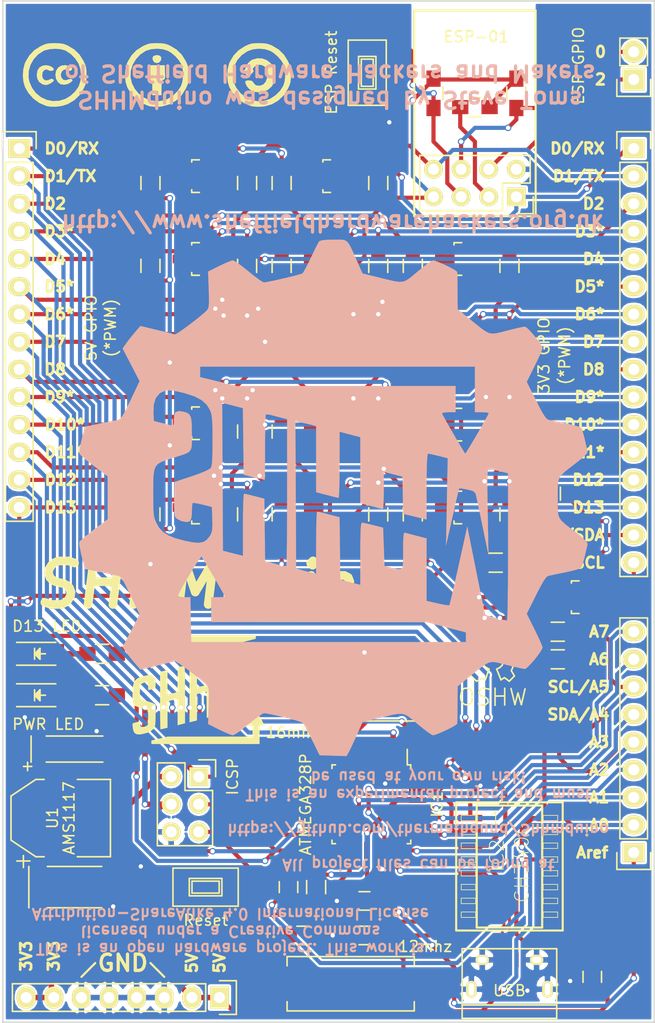
<source format=kicad_pcb>
(kicad_pcb (version 4) (host pcbnew 4.0.1-stable)
  (title_block (title SHHMduino) (rev A))
  (layers (0 F.Cu signal) (31 B.Cu signal) (34 B.Paste user) (35 F.Paste user) (36 B.SilkS user) (37 F.SilkS user) (38 B.Mask user) (39 F.Mask user) (44 Edge.Cuts user))
  (net 0 "")
  (net 1 /D12/MISO/5V)
  (net 2 VCC)
  (net 3 /D13/SCK/5V)
  (net 4 /D11/MOSI/5V)
  (net 5 /RESET)
  (net 6 GND)
  (net 7 /D0/RX/3V3)
  (net 8 /D1/TX/3V3)
  (net 9 /D2/3V3)
  (net 10 /D3/3V3)
  (net 11 /D4/3V3)
  (net 12 /D5/3V3)
  (net 13 /D6/3V3)
  (net 14 /D7/3V3)
  (net 15 /D8/3V3)
  (net 16 /D9/3V3)
  (net 17 /D10/3V3)
  (net 18 /D11/MOSI/3V3)
  (net 19 /D12/MISO/3V3)
  (net 20 /D13/SCK/3V3)
  (net 21 /SDA3V3)
  (net 22 /SCL3V3)
  (net 23 /D0/RX/5V)
  (net 24 /D1/TX/5V)
  (net 25 /D2/5V)
  (net 26 /D3/5V)
  (net 27 /D4/5V)
  (net 28 /D5/5V)
  (net 29 /D6/5V)
  (net 30 /D7/5V)
  (net 31 /D8/5V)
  (net 32 /D9/5V)
  (net 33 /D10/5V)
  (net 34 +3V3)
  (net 35 /DTR)
  (net 36 /AnalogRef)
  (net 37 /Analog0)
  (net 38 /Analog1)
  (net 39 /Analog2)
  (net 40 /Analog3)
  (net 41 /Analog4/SDA5V)
  (net 42 /Analog5/SCL5V)
  (net 43 /Analog6)
  (net 44 /Analog7)
  (net 45 "Net-(P8-Pad3)")
  (net 46 /ESPGP2)
  (net 47 "Net-(P8-Pad5)")
  (net 48 /ESPGP0)
  (net 49 "Net-(D1-Pad2)")
  (net 50 "Net-(D2-Pad2)")
  (net 51 /XTAL1)
  (net 52 /XTAL2)
  (net 53 "Net-(C7-Pad1)")
  (net 54 "Net-(C8-Pad1)")
  (net 55 "Net-(C9-Pad1)")
  (net 56 /D+)
  (net 57 /D-)
  (module Capacitors_Tantalum_SMD:TantalC_SizeA_EIA-3216_HandSoldering (layer F.Cu) (at 124.206 122.174)
    (fp_text reference C4 hide)
    (fp_text value 10uF)
    (fp_text user + (at -4.318 1.524) (layer F.SilkS))
    (pad 2 smd rect (at 1.99898 0) (size 2.99974 1.50114) (layers F.Cu F.Paste F.Mask) (net 6 GND))
    (pad 1 smd rect (at -1.99898 0) (size 2.99974 1.50114) (layers F.Cu F.Paste F.Mask) (net 2 VCC))
  )
  (module Socket_Strips:Socket_Strip_Straight_2x03 (layer F.Cu) (at 135.636 124.714 270)
    (fp_text reference P1 hide)
    (fp_text value ICSP (at 0 -3.1 270) (layer F.SilkS))
    (pad 1 thru_hole rect (at 0 0 270) (size 1.7272 1.7272) (drill 1.016) (layers *.Cu *.Mask F.SilkS) (net 1 /D12/MISO/5V))
    (pad 2 thru_hole oval (at 0 2.54 270) (size 1.7272 1.7272) (drill 1.016) (layers *.Cu *.Mask F.SilkS) (net 2 VCC))
    (pad 3 thru_hole oval (at 2.54 0 270) (size 1.7272 1.7272) (drill 1.016) (layers *.Cu *.Mask F.SilkS) (net 3 /D13/SCK/5V))
    (pad 4 thru_hole oval (at 2.54 2.54 270) (size 1.7272 1.7272) (drill 1.016) (layers *.Cu *.Mask F.SilkS) (net 4 /D11/MOSI/5V))
    (pad 5 thru_hole oval (at 5.08 0 270) (size 1.7272 1.7272) (drill 1.016) (layers *.Cu *.Mask F.SilkS) (net 5 /RESET))
    (pad 6 thru_hole oval (at 5.08 2.54 270) (size 1.7272 1.7272) (drill 1.016) (layers *.Cu *.Mask F.SilkS) (net 6 GND))
  )
  (module Socket_Strips:Socket_Strip_Straight_1x16 (layer F.Cu) (at 175.641 66.929 270)
    (fp_text reference P2 hide)
    (fp_text value "3V3 GPIO" (at 19.05 8.255 270) (layer F.SilkS))
    (pad 1 thru_hole rect (at 0 0 270) (size 1.7272 2.032) (drill 1.016) (layers *.Cu *.Mask F.SilkS) (net 7 /D0/RX/3V3))
    (pad 2 thru_hole oval (at 2.54 0 270) (size 1.7272 2.032) (drill 1.016) (layers *.Cu *.Mask F.SilkS) (net 8 /D1/TX/3V3))
    (pad 3 thru_hole oval (at 5.08 0 270) (size 1.7272 2.032) (drill 1.016) (layers *.Cu *.Mask F.SilkS) (net 9 /D2/3V3))
    (pad 4 thru_hole oval (at 7.62 0 270) (size 1.7272 2.032) (drill 1.016) (layers *.Cu *.Mask F.SilkS) (net 10 /D3/3V3))
    (pad 5 thru_hole oval (at 10.16 0 270) (size 1.7272 2.032) (drill 1.016) (layers *.Cu *.Mask F.SilkS) (net 11 /D4/3V3))
    (pad 6 thru_hole oval (at 12.7 0 270) (size 1.7272 2.032) (drill 1.016) (layers *.Cu *.Mask F.SilkS) (net 12 /D5/3V3))
    (pad 7 thru_hole oval (at 15.24 0 270) (size 1.7272 2.032) (drill 1.016) (layers *.Cu *.Mask F.SilkS) (net 13 /D6/3V3))
    (pad 8 thru_hole oval (at 17.78 0 270) (size 1.7272 2.032) (drill 1.016) (layers *.Cu *.Mask F.SilkS) (net 14 /D7/3V3))
    (pad 9 thru_hole oval (at 20.32 0 270) (size 1.7272 2.032) (drill 1.016) (layers *.Cu *.Mask F.SilkS) (net 15 /D8/3V3))
    (pad 10 thru_hole oval (at 22.86 0 270) (size 1.7272 2.032) (drill 1.016) (layers *.Cu *.Mask F.SilkS) (net 16 /D9/3V3))
    (pad 11 thru_hole oval (at 25.4 0 270) (size 1.7272 2.032) (drill 1.016) (layers *.Cu *.Mask F.SilkS) (net 17 /D10/3V3))
    (pad 12 thru_hole oval (at 27.94 0 270) (size 1.7272 2.032) (drill 1.016) (layers *.Cu *.Mask F.SilkS) (net 18 /D11/MOSI/3V3))
    (pad 13 thru_hole oval (at 30.48 0 270) (size 1.7272 2.032) (drill 1.016) (layers *.Cu *.Mask F.SilkS) (net 19 /D12/MISO/3V3))
    (pad 14 thru_hole oval (at 33.02 0 270) (size 1.7272 2.032) (drill 1.016) (layers *.Cu *.Mask F.SilkS) (net 20 /D13/SCK/3V3))
    (pad 15 thru_hole oval (at 35.56 0 270) (size 1.7272 2.032) (drill 1.016) (layers *.Cu *.Mask F.SilkS) (net 21 /SDA3V3))
    (pad 16 thru_hole oval (at 38.1 0 270) (size 1.7272 2.032) (drill 1.016) (layers *.Cu *.Mask F.SilkS) (net 22 /SCL3V3))
  )
  (module Socket_Strips:Socket_Strip_Straight_1x14 (layer F.Cu) (at 119.126 66.929 270)
    (fp_text reference P3 hide)
    (fp_text value "5V GPIO" (at 16.51 -6.604 270) (layer F.SilkS))
    (pad 1 thru_hole rect (at 0 0 270) (size 1.7272 2.032) (drill 1.016) (layers *.Cu *.Mask F.SilkS) (net 23 /D0/RX/5V))
    (pad 2 thru_hole oval (at 2.54 0 270) (size 1.7272 2.032) (drill 1.016) (layers *.Cu *.Mask F.SilkS) (net 24 /D1/TX/5V))
    (pad 3 thru_hole oval (at 5.08 0 270) (size 1.7272 2.032) (drill 1.016) (layers *.Cu *.Mask F.SilkS) (net 25 /D2/5V))
    (pad 4 thru_hole oval (at 7.62 0 270) (size 1.7272 2.032) (drill 1.016) (layers *.Cu *.Mask F.SilkS) (net 26 /D3/5V))
    (pad 5 thru_hole oval (at 10.16 0 270) (size 1.7272 2.032) (drill 1.016) (layers *.Cu *.Mask F.SilkS) (net 27 /D4/5V))
    (pad 6 thru_hole oval (at 12.7 0 270) (size 1.7272 2.032) (drill 1.016) (layers *.Cu *.Mask F.SilkS) (net 28 /D5/5V))
    (pad 7 thru_hole oval (at 15.24 0 270) (size 1.7272 2.032) (drill 1.016) (layers *.Cu *.Mask F.SilkS) (net 29 /D6/5V))
    (pad 8 thru_hole oval (at 17.78 0 270) (size 1.7272 2.032) (drill 1.016) (layers *.Cu *.Mask F.SilkS) (net 30 /D7/5V))
    (pad 9 thru_hole oval (at 20.32 0 270) (size 1.7272 2.032) (drill 1.016) (layers *.Cu *.Mask F.SilkS) (net 31 /D8/5V))
    (pad 10 thru_hole oval (at 22.86 0 270) (size 1.7272 2.032) (drill 1.016) (layers *.Cu *.Mask F.SilkS) (net 32 /D9/5V))
    (pad 11 thru_hole oval (at 25.4 0 270) (size 1.7272 2.032) (drill 1.016) (layers *.Cu *.Mask F.SilkS) (net 33 /D10/5V))
    (pad 12 thru_hole oval (at 27.94 0 270) (size 1.7272 2.032) (drill 1.016) (layers *.Cu *.Mask F.SilkS) (net 4 /D11/MOSI/5V))
    (pad 13 thru_hole oval (at 30.48 0 270) (size 1.7272 2.032) (drill 1.016) (layers *.Cu *.Mask F.SilkS) (net 1 /D12/MISO/5V))
    (pad 14 thru_hole oval (at 33.02 0 270) (size 1.7272 2.032) (drill 1.016) (layers *.Cu *.Mask F.SilkS) (net 3 /D13/SCK/5V))
  )
  (module Socket_Strips:Socket_Strip_Straight_1x08 (layer F.Cu) (at 137.541 145.034 180)
    (fp_text reference P4 hide)
    (fp_text value Power)
    (pad 1 thru_hole rect (at 0 0 180) (size 1.7272 2.032) (drill 1.016) (layers *.Cu *.Mask F.SilkS) (net 2 VCC))
    (pad 2 thru_hole oval (at 2.54 0 180) (size 1.7272 2.032) (drill 1.016) (layers *.Cu *.Mask F.SilkS) (net 2 VCC))
    (pad 3 thru_hole oval (at 5.08 0 180) (size 1.7272 2.032) (drill 1.016) (layers *.Cu *.Mask F.SilkS) (net 6 GND))
    (pad 4 thru_hole oval (at 7.62 0 180) (size 1.7272 2.032) (drill 1.016) (layers *.Cu *.Mask F.SilkS) (net 6 GND))
    (pad 5 thru_hole oval (at 10.16 0 180) (size 1.7272 2.032) (drill 1.016) (layers *.Cu *.Mask F.SilkS) (net 6 GND))
    (pad 6 thru_hole oval (at 12.7 0 180) (size 1.7272 2.032) (drill 1.016) (layers *.Cu *.Mask F.SilkS) (net 6 GND))
    (pad 7 thru_hole oval (at 15.24 0 180) (size 1.7272 2.032) (drill 1.016) (layers *.Cu *.Mask F.SilkS) (net 34 +3V3))
    (pad 8 thru_hole oval (at 17.78 0 180) (size 1.7272 2.032) (drill 1.016) (layers *.Cu *.Mask F.SilkS) (net 34 +3V3))
  )
  (module Socket_Strips:Socket_Strip_Straight_1x09 (layer F.Cu) (at 175.641 131.699 90)
    (fp_text reference P6 hide)
    (fp_text value Analog hide)
    (pad 1 thru_hole rect (at 0 0 90) (size 1.7272 2.032) (drill 1.016) (layers *.Cu *.Mask F.SilkS) (net 36 /AnalogRef))
    (pad 2 thru_hole oval (at 2.54 0 90) (size 1.7272 2.032) (drill 1.016) (layers *.Cu *.Mask F.SilkS) (net 37 /Analog0))
    (pad 3 thru_hole oval (at 5.08 0 90) (size 1.7272 2.032) (drill 1.016) (layers *.Cu *.Mask F.SilkS) (net 38 /Analog1))
    (pad 4 thru_hole oval (at 7.62 0 90) (size 1.7272 2.032) (drill 1.016) (layers *.Cu *.Mask F.SilkS) (net 39 /Analog2))
    (pad 5 thru_hole oval (at 10.16 0 90) (size 1.7272 2.032) (drill 1.016) (layers *.Cu *.Mask F.SilkS) (net 40 /Analog3))
    (pad 6 thru_hole oval (at 12.7 0 90) (size 1.7272 2.032) (drill 1.016) (layers *.Cu *.Mask F.SilkS) (net 41 /Analog4/SDA5V))
    (pad 7 thru_hole oval (at 15.24 0 90) (size 1.7272 2.032) (drill 1.016) (layers *.Cu *.Mask F.SilkS) (net 42 /Analog5/SCL5V))
    (pad 8 thru_hole oval (at 17.78 0 90) (size 1.7272 2.032) (drill 1.016) (layers *.Cu *.Mask F.SilkS) (net 43 /Analog6))
    (pad 9 thru_hole oval (at 20.32 0 90) (size 1.7272 2.032) (drill 1.016) (layers *.Cu *.Mask F.SilkS) (net 44 /Analog7))
  )
  (module Connect:USB_Micro-B (layer F.Cu) (at 164.211 143.129)
    (fp_text reference P7 hide)
    (fp_text value USB (at 0 1.27) (layer F.SilkS))
    (pad 1 smd rect (at -1.3009 -1.56254 90) (size 1.35 0.4) (layers F.Cu F.Paste F.Mask) (net 2 VCC))
    (pad 2 smd rect (at -0.6509 -1.56254 90) (size 1.35 0.4) (layers F.Cu F.Paste F.Mask) (net 57 /D-))
    (pad 3 smd rect (at -0.0009 -1.56254 90) (size 1.35 0.4) (layers F.Cu F.Paste F.Mask) (net 56 /D+))
    (pad 4 smd rect (at 0.6491 -1.56254 90) (size 1.35 0.4) (layers F.Cu F.Paste F.Mask))
    (pad 5 smd rect (at 1.2991 -1.56254 90) (size 1.35 0.4) (layers F.Cu F.Paste F.Mask) (net 6 GND))
    (pad 6 thru_hole oval (at -2.5009 -1.56254 90) (size 0.95 1.25) (drill oval 0.55 0.85) (layers *.Cu *.Mask F.SilkS) (net 6 GND))
    (pad 6 thru_hole oval (at 2.4991 -1.56254 90) (size 0.95 1.25) (drill oval 0.55 0.85) (layers *.Cu *.Mask F.SilkS) (net 6 GND))
    (pad 6 thru_hole oval (at -3.5009 1.13746 90) (size 1.55 1) (drill oval 1.15 0.5) (layers *.Cu *.Mask F.SilkS) (net 6 GND))
    (pad 6 thru_hole oval (at 3.4991 1.13746 90) (size 1.55 1) (drill oval 1.15 0.5) (layers *.Cu *.Mask F.SilkS) (net 6 GND))
  )
  (module Socket_Strips:Socket_Strip_Straight_2x04 (layer F.Cu) (at 164.846 71.374 180)
    (fp_text reference P8 hide)
    (fp_text value ESP-01 (at 3.683 14.732 180) (layer F.SilkS))
    (pad 1 thru_hole rect (at 0 0 180) (size 1.7272 1.7272) (drill 1.016) (layers *.Cu *.Mask F.SilkS) (net 7 /D0/RX/3V3))
    (pad 2 thru_hole oval (at 0 2.54 180) (size 1.7272 1.7272) (drill 1.016) (layers *.Cu *.Mask F.SilkS) (net 6 GND))
    (pad 3 thru_hole oval (at 2.54 0 180) (size 1.7272 1.7272) (drill 1.016) (layers *.Cu *.Mask F.SilkS) (net 45 "Net-(P8-Pad3)"))
    (pad 4 thru_hole oval (at 2.54 2.54 180) (size 1.7272 1.7272) (drill 1.016) (layers *.Cu *.Mask F.SilkS) (net 46 /ESPGP2))
    (pad 5 thru_hole oval (at 5.08 0 180) (size 1.7272 1.7272) (drill 1.016) (layers *.Cu *.Mask F.SilkS) (net 47 "Net-(P8-Pad5)"))
    (pad 6 thru_hole oval (at 5.08 2.54 180) (size 1.7272 1.7272) (drill 1.016) (layers *.Cu *.Mask F.SilkS) (net 48 /ESPGP0))
    (pad 7 thru_hole oval (at 7.62 0 180) (size 1.7272 1.7272) (drill 1.016) (layers *.Cu *.Mask F.SilkS) (net 34 +3V3))
    (pad 8 thru_hole oval (at 7.62 2.54 180) (size 1.7272 1.7272) (drill 1.016) (layers *.Cu *.Mask F.SilkS) (net 8 /D1/TX/3V3))
  )
  (module Socket_Strips:Socket_Strip_Straight_1x02 (layer F.Cu) (at 175.641 60.579 90)
    (fp_text reference P9 hide)
    (fp_text value "ESP GPIO" (at 1.27 -5.08 90) (layer F.SilkS))
    (pad 1 thru_hole rect (at 0 0 90) (size 2.032 2.032) (drill 1.016) (layers *.Cu *.Mask F.SilkS) (net 46 /ESPGP2))
    (pad 2 thru_hole oval (at 2.54 0 90) (size 2.032 2.032) (drill 1.016) (layers *.Cu *.Mask F.SilkS) (net 48 /ESPGP0))
  )
  (module Resistors_SMD:R_0805_HandSoldering (layer F.Cu) (at 152.146 70.104 90)
    (fp_text reference R3 hide)
    (fp_text value 10K)
    (pad 1 smd rect (at -1.35 0 90) (size 1.5 1.3) (layers F.Cu F.Paste F.Mask) (net 34 +3V3))
    (pad 2 smd rect (at 1.35 0 90) (size 1.5 1.3) (layers F.Cu F.Paste F.Mask) (net 7 /D0/RX/3V3))
  )
  (module Resistors_SMD:R_0805_HandSoldering (layer F.Cu) (at 152.146 85.344 90)
    (fp_text reference R4 hide)
    (fp_text value 10K)
    (pad 1 smd rect (at -1.35 0 90) (size 1.5 1.3) (layers F.Cu F.Paste F.Mask) (net 34 +3V3))
    (pad 2 smd rect (at 1.35 0 90) (size 1.5 1.3) (layers F.Cu F.Paste F.Mask) (net 13 /D6/3V3))
  )
  (module Resistors_SMD:R_0805_HandSoldering (layer F.Cu) (at 143.256 70.104 90)
    (fp_text reference R5 hide)
    (fp_text value 10K)
    (pad 1 smd rect (at -1.35 0 90) (size 1.5 1.3) (layers F.Cu F.Paste F.Mask) (net 2 VCC))
    (pad 2 smd rect (at 1.35 0 90) (size 1.5 1.3) (layers F.Cu F.Paste F.Mask) (net 23 /D0/RX/5V))
  )
  (module Resistors_SMD:R_0805_HandSoldering (layer F.Cu) (at 143.256 85.344 90)
    (fp_text reference R6 hide)
    (fp_text value 10K)
    (pad 1 smd rect (at -1.35 0 90) (size 1.5 1.3) (layers F.Cu F.Paste F.Mask) (net 2 VCC))
    (pad 2 smd rect (at 1.35 0 90) (size 1.5 1.3) (layers F.Cu F.Paste F.Mask) (net 29 /D6/5V))
  )
  (module Resistors_SMD:R_0805_HandSoldering (layer F.Cu) (at 140.081 70.104 90)
    (fp_text reference R7 hide)
    (fp_text value 10K)
    (pad 1 smd rect (at -1.35 0 90) (size 1.5 1.3) (layers F.Cu F.Paste F.Mask) (net 34 +3V3))
    (pad 2 smd rect (at 1.35 0 90) (size 1.5 1.3) (layers F.Cu F.Paste F.Mask) (net 8 /D1/TX/3V3))
  )
  (module Resistors_SMD:R_0805_HandSoldering (layer F.Cu) (at 140.081 85.344 90)
    (fp_text reference R8 hide)
    (fp_text value 10K)
    (pad 1 smd rect (at -1.35 0 90) (size 1.5 1.3) (layers F.Cu F.Paste F.Mask) (net 34 +3V3))
    (pad 2 smd rect (at 1.35 0 90) (size 1.5 1.3) (layers F.Cu F.Paste F.Mask) (net 14 /D7/3V3))
  )
  (module Resistors_SMD:R_0805_HandSoldering (layer F.Cu) (at 146.431 134.874 90)
    (fp_text reference R9 hide)
    (fp_text value 10K)
    (pad 1 smd rect (at -1.35 0 90) (size 1.5 1.3) (layers F.Cu F.Paste F.Mask) (net 2 VCC))
    (pad 2 smd rect (at 1.35 0 90) (size 1.5 1.3) (layers F.Cu F.Paste F.Mask) (net 5 /RESET))
  )
  (module Resistors_SMD:R_0805_HandSoldering (layer F.Cu) (at 131.191 70.104 90)
    (fp_text reference R11 hide)
    (fp_text value 10K)
    (pad 1 smd rect (at -1.35 0 90) (size 1.5 1.3) (layers F.Cu F.Paste F.Mask) (net 2 VCC))
    (pad 2 smd rect (at 1.35 0 90) (size 1.5 1.3) (layers F.Cu F.Paste F.Mask) (net 24 /D1/TX/5V))
  )
  (module Resistors_SMD:R_0805_HandSoldering (layer F.Cu) (at 131.191 85.344 90)
    (fp_text reference R12 hide)
    (fp_text value 10K)
    (pad 1 smd rect (at -1.35 0 90) (size 1.5 1.3) (layers F.Cu F.Paste F.Mask) (net 2 VCC))
    (pad 2 smd rect (at 1.35 0 90) (size 1.5 1.3) (layers F.Cu F.Paste F.Mask) (net 30 /D7/5V))
  )
  (module Resistors_SMD:R_0805_HandSoldering (layer F.Cu) (at 164.211 77.724 90)
    (fp_text reference R14 hide)
    (fp_text value 10K)
    (pad 1 smd rect (at -1.35 0 90) (size 1.5 1.3) (layers F.Cu F.Paste F.Mask) (net 34 +3V3))
    (pad 2 smd rect (at 1.35 0 90) (size 1.5 1.3) (layers F.Cu F.Paste F.Mask) (net 9 /D2/3V3))
  )
  (module Resistors_SMD:R_0805_HandSoldering (layer F.Cu) (at 164.211 92.964 90)
    (fp_text reference R15 hide)
    (fp_text value 10K)
    (pad 1 smd rect (at -1.35 0 90) (size 1.5 1.3) (layers F.Cu F.Paste F.Mask) (net 34 +3V3))
    (pad 2 smd rect (at 1.35 0 90) (size 1.5 1.3) (layers F.Cu F.Paste F.Mask) (net 15 /D8/3V3))
  )
  (module Resistors_SMD:R_0805_HandSoldering (layer F.Cu) (at 155.321 77.724 90)
    (fp_text reference R16 hide)
    (fp_text value 10K)
    (pad 1 smd rect (at -1.35 0 90) (size 1.5 1.3) (layers F.Cu F.Paste F.Mask) (net 2 VCC))
    (pad 2 smd rect (at 1.35 0 90) (size 1.5 1.3) (layers F.Cu F.Paste F.Mask) (net 25 /D2/5V))
  )
  (module Resistors_SMD:R_0805_HandSoldering (layer F.Cu) (at 155.321 92.964 90)
    (fp_text reference R17 hide)
    (fp_text value 10K)
    (pad 1 smd rect (at -1.35 0 90) (size 1.5 1.3) (layers F.Cu F.Paste F.Mask) (net 2 VCC))
    (pad 2 smd rect (at 1.35 0 90) (size 1.5 1.3) (layers F.Cu F.Paste F.Mask) (net 31 /D8/5V))
  )
  (module Resistors_SMD:R_0805_HandSoldering (layer F.Cu) (at 157.226 61.849 270)
    (fp_text reference R18 hide)
    (fp_text value 10K)
    (pad 1 smd rect (at -1.35 0 270) (size 1.5 1.3) (layers F.Cu F.Paste F.Mask) (net 34 +3V3))
    (pad 2 smd rect (at 1.35 0 270) (size 1.5 1.3) (layers F.Cu F.Paste F.Mask) (net 47 "Net-(P8-Pad5)"))
  )
  (module Resistors_SMD:R_0805_HandSoldering (layer F.Cu) (at 152.146 77.724 90)
    (fp_text reference R19 hide)
    (fp_text value 10K)
    (pad 1 smd rect (at -1.35 0 90) (size 1.5 1.3) (layers F.Cu F.Paste F.Mask) (net 34 +3V3))
    (pad 2 smd rect (at 1.35 0 90) (size 1.5 1.3) (layers F.Cu F.Paste F.Mask) (net 10 /D3/3V3))
  )
  (module Resistors_SMD:R_0805_HandSoldering (layer F.Cu) (at 152.146 92.964 90)
    (fp_text reference R20 hide)
    (fp_text value 10K)
    (pad 1 smd rect (at -1.35 0 90) (size 1.5 1.3) (layers F.Cu F.Paste F.Mask) (net 34 +3V3))
    (pad 2 smd rect (at 1.35 0 90) (size 1.5 1.3) (layers F.Cu F.Paste F.Mask) (net 16 /D9/3V3))
  )
  (module Resistors_SMD:R_0805_HandSoldering (layer F.Cu) (at 161.036 63.119)
    (fp_text reference R21 hide)
    (fp_text value 10K)
    (pad 1 smd rect (at -1.35 0) (size 1.5 1.3) (layers F.Cu F.Paste F.Mask) (net 45 "Net-(P8-Pad3)"))
    (pad 2 smd rect (at 1.35 0) (size 1.5 1.3) (layers F.Cu F.Paste F.Mask) (net 34 +3V3))
  )
  (module Resistors_SMD:R_0805_HandSoldering (layer F.Cu) (at 143.256 77.724 90)
    (fp_text reference R22 hide)
    (fp_text value 10K)
    (pad 1 smd rect (at -1.35 0 90) (size 1.5 1.3) (layers F.Cu F.Paste F.Mask) (net 2 VCC))
    (pad 2 smd rect (at 1.35 0 90) (size 1.5 1.3) (layers F.Cu F.Paste F.Mask) (net 26 /D3/5V))
  )
  (module Resistors_SMD:R_0805_HandSoldering (layer F.Cu) (at 143.256 92.964 90)
    (fp_text reference R23 hide)
    (fp_text value 10K)
    (pad 1 smd rect (at -1.35 0 90) (size 1.5 1.3) (layers F.Cu F.Paste F.Mask) (net 2 VCC))
    (pad 2 smd rect (at 1.35 0 90) (size 1.5 1.3) (layers F.Cu F.Paste F.Mask) (net 32 /D9/5V))
  )
  (module Resistors_SMD:R_0805_HandSoldering (layer F.Cu) (at 140.081 77.724 90)
    (fp_text reference R24 hide)
    (fp_text value 10K)
    (pad 1 smd rect (at -1.35 0 90) (size 1.5 1.3) (layers F.Cu F.Paste F.Mask) (net 34 +3V3))
    (pad 2 smd rect (at 1.35 0 90) (size 1.5 1.3) (layers F.Cu F.Paste F.Mask) (net 11 /D4/3V3))
  )
  (module Resistors_SMD:R_0805_HandSoldering (layer F.Cu) (at 140.081 92.964 90)
    (fp_text reference R25 hide)
    (fp_text value 10K)
    (pad 1 smd rect (at -1.35 0 90) (size 1.5 1.3) (layers F.Cu F.Paste F.Mask) (net 34 +3V3))
    (pad 2 smd rect (at 1.35 0 90) (size 1.5 1.3) (layers F.Cu F.Paste F.Mask) (net 17 /D10/3V3))
  )
  (module Resistors_SMD:R_0805_HandSoldering (layer F.Cu) (at 152.146 100.584 90)
    (fp_text reference R26 hide)
    (fp_text value 10K)
    (pad 1 smd rect (at -1.35 0 90) (size 1.5 1.3) (layers F.Cu F.Paste F.Mask) (net 34 +3V3))
    (pad 2 smd rect (at 1.35 0 90) (size 1.5 1.3) (layers F.Cu F.Paste F.Mask) (net 19 /D12/MISO/3V3))
  )
  (module Resistors_SMD:R_0805_HandSoldering (layer F.Cu) (at 162.941 105.029)
    (fp_text reference R27 hide)
    (fp_text value 4K7)
    (pad 1 smd rect (at -1.35 0) (size 1.5 1.3) (layers F.Cu F.Paste F.Mask) (net 34 +3V3))
    (pad 2 smd rect (at 1.35 0) (size 1.5 1.3) (layers F.Cu F.Paste F.Mask) (net 21 /SDA3V3))
  )
  (module Resistors_SMD:R_0805_HandSoldering (layer F.Cu) (at 164.846 61.849 270)
    (fp_text reference R28 hide)
    (fp_text value 10K)
    (pad 1 smd rect (at -1.35 0 270) (size 1.5 1.3) (layers F.Cu F.Paste F.Mask) (net 34 +3V3))
    (pad 2 smd rect (at 1.35 0 270) (size 1.5 1.3) (layers F.Cu F.Paste F.Mask) (net 48 /ESPGP0))
  )
  (module Resistors_SMD:R_0805_HandSoldering (layer F.Cu) (at 131.191 77.724 90)
    (fp_text reference R29 hide)
    (fp_text value 10K)
    (pad 1 smd rect (at -1.35 0 90) (size 1.5 1.3) (layers F.Cu F.Paste F.Mask) (net 2 VCC))
    (pad 2 smd rect (at 1.35 0 90) (size 1.5 1.3) (layers F.Cu F.Paste F.Mask) (net 27 /D4/5V))
  )
  (module Resistors_SMD:R_0805_HandSoldering (layer F.Cu) (at 131.191 92.964 90)
    (fp_text reference R30 hide)
    (fp_text value 10K)
    (pad 1 smd rect (at -1.35 0 90) (size 1.5 1.3) (layers F.Cu F.Paste F.Mask) (net 2 VCC))
    (pad 2 smd rect (at 1.35 0 90) (size 1.5 1.3) (layers F.Cu F.Paste F.Mask) (net 33 /D10/5V))
  )
  (module Resistors_SMD:R_0805_HandSoldering (layer F.Cu) (at 143.256 100.584 90)
    (fp_text reference R31 hide)
    (fp_text value 10K)
    (pad 1 smd rect (at -1.35 0 90) (size 1.5 1.3) (layers F.Cu F.Paste F.Mask) (net 2 VCC))
    (pad 2 smd rect (at 1.35 0 90) (size 1.5 1.3) (layers F.Cu F.Paste F.Mask) (net 1 /D12/MISO/5V))
  )
  (module Resistors_SMD:R_0805_HandSoldering (layer F.Cu) (at 168.656 113.919)
    (fp_text reference R32 hide)
    (fp_text value 4K7)
    (pad 1 smd rect (at -1.35 0) (size 1.5 1.3) (layers F.Cu F.Paste F.Mask) (net 2 VCC))
    (pad 2 smd rect (at 1.35 0) (size 1.5 1.3) (layers F.Cu F.Paste F.Mask) (net 41 /Analog4/SDA5V))
  )
  (module Resistors_SMD:R_0805_HandSoldering (layer F.Cu) (at 126.746 113.411)
    (fp_text reference R33 hide)
    (fp_text value 330)
    (pad 1 smd rect (at -1.35 0) (size 1.5 1.3) (layers F.Cu F.Paste F.Mask) (net 49 "Net-(D1-Pad2)"))
    (pad 2 smd rect (at 1.35 0) (size 1.5 1.3) (layers F.Cu F.Paste F.Mask) (net 3 /D13/SCK/5V))
  )
  (module Resistors_SMD:R_0805_HandSoldering (layer F.Cu) (at 126.746 117.221)
    (fp_text reference R34 hide)
    (fp_text value 330)
    (pad 1 smd rect (at -1.35 0) (size 1.5 1.3) (layers F.Cu F.Paste F.Mask) (net 50 "Net-(D2-Pad2)"))
    (pad 2 smd rect (at 1.35 0) (size 1.5 1.3) (layers F.Cu F.Paste F.Mask) (net 2 VCC))
  )
  (module Resistors_SMD:R_0805_HandSoldering (layer F.Cu) (at 164.211 85.344 90)
    (fp_text reference R35 hide)
    (fp_text value 10K)
    (pad 1 smd rect (at -1.35 0 90) (size 1.5 1.3) (layers F.Cu F.Paste F.Mask) (net 34 +3V3))
    (pad 2 smd rect (at 1.35 0 90) (size 1.5 1.3) (layers F.Cu F.Paste F.Mask) (net 12 /D5/3V3))
  )
  (module Resistors_SMD:R_0805_HandSoldering (layer F.Cu) (at 164.211 100.584 90)
    (fp_text reference R36 hide)
    (fp_text value 10K)
    (pad 1 smd rect (at -1.35 0 90) (size 1.5 1.3) (layers F.Cu F.Paste F.Mask) (net 34 +3V3))
    (pad 2 smd rect (at 1.35 0 90) (size 1.5 1.3) (layers F.Cu F.Paste F.Mask) (net 18 /D11/MOSI/3V3))
  )
  (module Resistors_SMD:R_0805_HandSoldering (layer F.Cu) (at 140.081 100.584 90)
    (fp_text reference R37 hide)
    (fp_text value 10K)
    (pad 1 smd rect (at -1.35 0 90) (size 1.5 1.3) (layers F.Cu F.Paste F.Mask) (net 34 +3V3))
    (pad 2 smd rect (at 1.35 0 90) (size 1.5 1.3) (layers F.Cu F.Paste F.Mask) (net 20 /D13/SCK/3V3))
  )
  (module Resistors_SMD:R_0805_HandSoldering (layer F.Cu) (at 168.021 98.679 90)
    (fp_text reference R38 hide)
    (fp_text value 4K7)
    (pad 1 smd rect (at -1.35 0 90) (size 1.5 1.3) (layers F.Cu F.Paste F.Mask) (net 34 +3V3))
    (pad 2 smd rect (at 1.35 0 90) (size 1.5 1.3) (layers F.Cu F.Paste F.Mask) (net 22 /SCL3V3))
  )
  (module Resistors_SMD:R_0805_HandSoldering (layer F.Cu) (at 155.321 85.344 90)
    (fp_text reference R39 hide)
    (fp_text value 10K)
    (pad 1 smd rect (at -1.35 0 90) (size 1.5 1.3) (layers F.Cu F.Paste F.Mask) (net 2 VCC))
    (pad 2 smd rect (at 1.35 0 90) (size 1.5 1.3) (layers F.Cu F.Paste F.Mask) (net 28 /D5/5V))
  )
  (module Resistors_SMD:R_0805_HandSoldering (layer F.Cu) (at 155.321 100.584 90)
    (fp_text reference R40 hide)
    (fp_text value 10K)
    (pad 1 smd rect (at -1.35 0 90) (size 1.5 1.3) (layers F.Cu F.Paste F.Mask) (net 2 VCC))
    (pad 2 smd rect (at 1.35 0 90) (size 1.5 1.3) (layers F.Cu F.Paste F.Mask) (net 4 /D11/MOSI/5V))
  )
  (module Resistors_SMD:R_0805_HandSoldering (layer F.Cu) (at 131.191 100.584 90)
    (fp_text reference R41 hide)
    (fp_text value 10K)
    (pad 1 smd rect (at -1.35 0 90) (size 1.5 1.3) (layers F.Cu F.Paste F.Mask) (net 2 VCC))
    (pad 2 smd rect (at 1.35 0 90) (size 1.5 1.3) (layers F.Cu F.Paste F.Mask) (net 3 /D13/SCK/5V))
  )
  (module Resistors_SMD:R_0805_HandSoldering (layer F.Cu) (at 168.656 111.379)
    (fp_text reference R42 hide)
    (fp_text value 4K7)
    (pad 1 smd rect (at -1.35 0) (size 1.5 1.3) (layers F.Cu F.Paste F.Mask) (net 2 VCC))
    (pad 2 smd rect (at 1.35 0) (size 1.5 1.3) (layers F.Cu F.Paste F.Mask) (net 42 /Analog5/SCL5V))
  )
  (module Crystals:Crystal_HC49-SD_SMD (layer F.Cu) (at 150.876 117.094 180)
    (fp_text reference Y1 hide)
    (fp_text value 16mhz (at 6.604 -3.556 180) (layer F.SilkS))
    (pad 1 smd rect (at -4.84886 0 180) (size 5.6007 2.10058) (layers F.Cu F.Paste F.Mask) (net 51 /XTAL1))
    (pad 2 smd rect (at 4.84886 0 180) (size 5.6007 2.10058) (layers F.Cu F.Paste F.Mask) (net 52 /XTAL2))
  )
  (module Capacitors_SMD:C_0805_HandSoldering (layer F.Cu) (at 150.876 136.144 180)
    (fp_text reference C1 hide)
    (fp_text value 0.1Uf)
    (pad 1 smd rect (at -1.25 0 180) (size 1.5 1.25) (layers F.Cu F.Paste F.Mask) (net 36 /AnalogRef))
    (pad 2 smd rect (at 1.25 0 180) (size 1.5 1.25) (layers F.Cu F.Paste F.Mask) (net 6 GND))
  )
  (module Capacitors_SMD:C_0805_HandSoldering (layer F.Cu) (at 143.891 134.874 270)
    (fp_text reference C2 hide)
    (fp_text value 0.1uF)
    (pad 1 smd rect (at -1.25 0 270) (size 1.5 1.25) (layers F.Cu F.Paste F.Mask) (net 5 /RESET))
    (pad 2 smd rect (at 1.25 0 270) (size 1.5 1.25) (layers F.Cu F.Paste F.Mask) (net 35 /DTR))
  )
  (module Capacitors_SMD:C_0805_HandSoldering (layer F.Cu) (at 154.051 113.284 180)
    (fp_text reference C3 hide)
    (fp_text value 22pF)
    (pad 1 smd rect (at -1.25 0 180) (size 1.5 1.25) (layers F.Cu F.Paste F.Mask) (net 51 /XTAL1))
    (pad 2 smd rect (at 1.25 0 180) (size 1.5 1.25) (layers F.Cu F.Paste F.Mask) (net 6 GND))
  )
  (module Capacitors_SMD:C_0805_HandSoldering (layer F.Cu) (at 147.701 113.284)
    (fp_text reference C5 hide)
    (fp_text value 22pF)
    (pad 1 smd rect (at -1.25 0) (size 1.5 1.25) (layers F.Cu F.Paste F.Mask) (net 52 /XTAL2))
    (pad 2 smd rect (at 1.25 0) (size 1.5 1.25) (layers F.Cu F.Paste F.Mask) (net 6 GND))
  )
  (module LEDs:LED-1206 (layer F.Cu) (at 121.031 113.411)
    (fp_text reference D1 hide)
    (fp_text value "D13 LED" (at 0.635 -2.54) (layer F.SilkS))
    (pad 2 smd rect (at 1.41986 0 180) (size 1.59766 1.80086) (layers F.Cu F.Paste F.Mask) (net 49 "Net-(D1-Pad2)"))
    (pad 1 smd rect (at -1.41986 0 180) (size 1.59766 1.80086) (layers F.Cu F.Paste F.Mask) (net 6 GND))
  )
  (module LEDs:LED-1206 (layer F.Cu) (at 121.031 117.221)
    (fp_text reference D2 hide)
    (fp_text value "PWR LED" (at 0.762 2.667) (layer F.SilkS))
    (pad 2 smd rect (at 1.41986 0 180) (size 1.59766 1.80086) (layers F.Cu F.Paste F.Mask) (net 50 "Net-(D2-Pad2)"))
    (pad 1 smd rect (at -1.41986 0 180) (size 1.59766 1.80086) (layers F.Cu F.Paste F.Mask) (net 6 GND))
  )
  (module Housings_QFP:TQFP-32_7x7mm_Pitch0.8mm (layer F.Cu) (at 151.511 127.254 270)
    (fp_text reference IC1 (at 0 -6.05 270) (layer F.SilkS))
    (fp_text value ATMEGA328P (at 0 6.05 270) (layer F.SilkS))
    (pad 1 smd rect (at -4.25 -2.8 270) (size 1.6 0.55) (layers F.Cu F.Paste F.Mask) (net 26 /D3/5V))
    (pad 2 smd rect (at -4.25 -2 270) (size 1.6 0.55) (layers F.Cu F.Paste F.Mask) (net 27 /D4/5V))
    (pad 3 smd rect (at -4.25 -1.2 270) (size 1.6 0.55) (layers F.Cu F.Paste F.Mask) (net 6 GND))
    (pad 4 smd rect (at -4.25 -0.4 270) (size 1.6 0.55) (layers F.Cu F.Paste F.Mask) (net 2 VCC))
    (pad 5 smd rect (at -4.25 0.4 270) (size 1.6 0.55) (layers F.Cu F.Paste F.Mask) (net 6 GND))
    (pad 6 smd rect (at -4.25 1.2 270) (size 1.6 0.55) (layers F.Cu F.Paste F.Mask) (net 2 VCC))
    (pad 7 smd rect (at -4.25 2 270) (size 1.6 0.55) (layers F.Cu F.Paste F.Mask) (net 51 /XTAL1))
    (pad 8 smd rect (at -4.25 2.8 270) (size 1.6 0.55) (layers F.Cu F.Paste F.Mask) (net 52 /XTAL2))
    (pad 9 smd rect (at -2.8 4.25) (size 1.6 0.55) (layers F.Cu F.Paste F.Mask) (net 28 /D5/5V))
    (pad 10 smd rect (at -2 4.25) (size 1.6 0.55) (layers F.Cu F.Paste F.Mask) (net 29 /D6/5V))
    (pad 11 smd rect (at -1.2 4.25) (size 1.6 0.55) (layers F.Cu F.Paste F.Mask) (net 30 /D7/5V))
    (pad 12 smd rect (at -0.4 4.25) (size 1.6 0.55) (layers F.Cu F.Paste F.Mask) (net 31 /D8/5V))
    (pad 13 smd rect (at 0.4 4.25) (size 1.6 0.55) (layers F.Cu F.Paste F.Mask) (net 32 /D9/5V))
    (pad 14 smd rect (at 1.2 4.25) (size 1.6 0.55) (layers F.Cu F.Paste F.Mask) (net 33 /D10/5V))
    (pad 15 smd rect (at 2 4.25) (size 1.6 0.55) (layers F.Cu F.Paste F.Mask) (net 4 /D11/MOSI/5V))
    (pad 16 smd rect (at 2.8 4.25) (size 1.6 0.55) (layers F.Cu F.Paste F.Mask) (net 1 /D12/MISO/5V))
    (pad 17 smd rect (at 4.25 2.8 270) (size 1.6 0.55) (layers F.Cu F.Paste F.Mask) (net 3 /D13/SCK/5V))
    (pad 18 smd rect (at 4.25 2 270) (size 1.6 0.55) (layers F.Cu F.Paste F.Mask) (net 2 VCC))
    (pad 19 smd rect (at 4.25 1.2 270) (size 1.6 0.55) (layers F.Cu F.Paste F.Mask) (net 43 /Analog6))
    (pad 20 smd rect (at 4.25 0.4 270) (size 1.6 0.55) (layers F.Cu F.Paste F.Mask) (net 36 /AnalogRef))
    (pad 21 smd rect (at 4.25 -0.4 270) (size 1.6 0.55) (layers F.Cu F.Paste F.Mask) (net 6 GND))
    (pad 22 smd rect (at 4.25 -1.2 270) (size 1.6 0.55) (layers F.Cu F.Paste F.Mask) (net 44 /Analog7))
    (pad 23 smd rect (at 4.25 -2 270) (size 1.6 0.55) (layers F.Cu F.Paste F.Mask) (net 37 /Analog0))
    (pad 24 smd rect (at 4.25 -2.8 270) (size 1.6 0.55) (layers F.Cu F.Paste F.Mask) (net 38 /Analog1))
    (pad 25 smd rect (at 2.8 -4.25) (size 1.6 0.55) (layers F.Cu F.Paste F.Mask) (net 39 /Analog2))
    (pad 26 smd rect (at 2 -4.25) (size 1.6 0.55) (layers F.Cu F.Paste F.Mask) (net 40 /Analog3))
    (pad 27 smd rect (at 1.2 -4.25) (size 1.6 0.55) (layers F.Cu F.Paste F.Mask) (net 41 /Analog4/SDA5V))
    (pad 28 smd rect (at 0.4 -4.25) (size 1.6 0.55) (layers F.Cu F.Paste F.Mask) (net 42 /Analog5/SCL5V))
    (pad 29 smd rect (at -0.4 -4.25) (size 1.6 0.55) (layers F.Cu F.Paste F.Mask) (net 5 /RESET))
    (pad 30 smd rect (at -1.2 -4.25) (size 1.6 0.55) (layers F.Cu F.Paste F.Mask) (net 23 /D0/RX/5V))
    (pad 31 smd rect (at -2 -4.25) (size 1.6 0.55) (layers F.Cu F.Paste F.Mask) (net 24 /D1/TX/5V))
    (pad 32 smd rect (at -2.8 -4.25) (size 1.6 0.55) (layers F.Cu F.Paste F.Mask) (net 25 /D2/5V))
  )
  (module TO_SOT_Packages_SMD:SOT-23_Handsoldering (layer F.Cu) (at 147.701 84.709 90)
    (fp_text reference Q2 hide)
    (fp_text value BSS138)
    (pad 1 smd rect (at -0.95 1.50114 90) (size 0.8001 1.80086) (layers F.Cu F.Paste F.Mask) (net 34 +3V3))
    (pad 2 smd rect (at 0.95 1.50114 90) (size 0.8001 1.80086) (layers F.Cu F.Paste F.Mask) (net 13 /D6/3V3))
    (pad 3 smd rect (at 0 -1.50114 90) (size 0.8001 1.80086) (layers F.Cu F.Paste F.Mask) (net 29 /D6/5V))
  )
  (module TO_SOT_Packages_SMD:SOT-23_Handsoldering (layer F.Cu) (at 135.636 69.469 90)
    (fp_text reference Q3 hide)
    (fp_text value BSS138)
    (pad 1 smd rect (at -0.95 1.50114 90) (size 0.8001 1.80086) (layers F.Cu F.Paste F.Mask) (net 34 +3V3))
    (pad 2 smd rect (at 0.95 1.50114 90) (size 0.8001 1.80086) (layers F.Cu F.Paste F.Mask) (net 8 /D1/TX/3V3))
    (pad 3 smd rect (at 0 -1.50114 90) (size 0.8001 1.80086) (layers F.Cu F.Paste F.Mask) (net 24 /D1/TX/5V))
  )
  (module TO_SOT_Packages_SMD:SOT-23_Handsoldering (layer F.Cu) (at 135.636 84.709 90)
    (fp_text reference Q4 hide)
    (fp_text value BSS138)
    (pad 1 smd rect (at -0.95 1.50114 90) (size 0.8001 1.80086) (layers F.Cu F.Paste F.Mask) (net 34 +3V3))
    (pad 2 smd rect (at 0.95 1.50114 90) (size 0.8001 1.80086) (layers F.Cu F.Paste F.Mask) (net 14 /D7/3V3))
    (pad 3 smd rect (at 0 -1.50114 90) (size 0.8001 1.80086) (layers F.Cu F.Paste F.Mask) (net 30 /D7/5V))
  )
  (module TO_SOT_Packages_SMD:SOT-23_Handsoldering (layer F.Cu) (at 159.766 77.089 90)
    (fp_text reference Q5 hide)
    (fp_text value BSS138)
    (pad 1 smd rect (at -0.95 1.50114 90) (size 0.8001 1.80086) (layers F.Cu F.Paste F.Mask) (net 34 +3V3))
    (pad 2 smd rect (at 0.95 1.50114 90) (size 0.8001 1.80086) (layers F.Cu F.Paste F.Mask) (net 9 /D2/3V3))
    (pad 3 smd rect (at 0 -1.50114 90) (size 0.8001 1.80086) (layers F.Cu F.Paste F.Mask) (net 25 /D2/5V))
  )
  (module TO_SOT_Packages_SMD:SOT-23_Handsoldering (layer F.Cu) (at 159.766 92.329 90)
    (fp_text reference Q6 hide)
    (fp_text value BSS138)
    (pad 1 smd rect (at -0.95 1.50114 90) (size 0.8001 1.80086) (layers F.Cu F.Paste F.Mask) (net 34 +3V3))
    (pad 2 smd rect (at 0.95 1.50114 90) (size 0.8001 1.80086) (layers F.Cu F.Paste F.Mask) (net 15 /D8/3V3))
    (pad 3 smd rect (at 0 -1.50114 90) (size 0.8001 1.80086) (layers F.Cu F.Paste F.Mask) (net 31 /D8/5V))
  )
  (module TO_SOT_Packages_SMD:SOT-23_Handsoldering (layer F.Cu) (at 147.701 77.089 90)
    (fp_text reference Q7 hide)
    (fp_text value BSS138)
    (pad 1 smd rect (at -0.95 1.50114 90) (size 0.8001 1.80086) (layers F.Cu F.Paste F.Mask) (net 34 +3V3))
    (pad 2 smd rect (at 0.95 1.50114 90) (size 0.8001 1.80086) (layers F.Cu F.Paste F.Mask) (net 10 /D3/3V3))
    (pad 3 smd rect (at 0 -1.50114 90) (size 0.8001 1.80086) (layers F.Cu F.Paste F.Mask) (net 26 /D3/5V))
  )
  (module TO_SOT_Packages_SMD:SOT-23_Handsoldering (layer F.Cu) (at 147.701 92.329 90)
    (fp_text reference Q8 hide)
    (fp_text value BSS138)
    (pad 1 smd rect (at -0.95 1.50114 90) (size 0.8001 1.80086) (layers F.Cu F.Paste F.Mask) (net 34 +3V3))
    (pad 2 smd rect (at 0.95 1.50114 90) (size 0.8001 1.80086) (layers F.Cu F.Paste F.Mask) (net 16 /D9/3V3))
    (pad 3 smd rect (at 0 -1.50114 90) (size 0.8001 1.80086) (layers F.Cu F.Paste F.Mask) (net 32 /D9/5V))
  )
  (module TO_SOT_Packages_SMD:SOT-23_Handsoldering (layer F.Cu) (at 135.636 77.089 90)
    (fp_text reference Q9 hide)
    (fp_text value BSS138)
    (pad 1 smd rect (at -0.95 1.50114 90) (size 0.8001 1.80086) (layers F.Cu F.Paste F.Mask) (net 34 +3V3))
    (pad 2 smd rect (at 0.95 1.50114 90) (size 0.8001 1.80086) (layers F.Cu F.Paste F.Mask) (net 11 /D4/3V3))
    (pad 3 smd rect (at 0 -1.50114 90) (size 0.8001 1.80086) (layers F.Cu F.Paste F.Mask) (net 27 /D4/5V))
  )
  (module TO_SOT_Packages_SMD:SOT-23_Handsoldering (layer F.Cu) (at 135.636 92.202 90)
    (fp_text reference Q10 hide)
    (fp_text value BSS138)
    (pad 1 smd rect (at -0.95 1.50114 90) (size 0.8001 1.80086) (layers F.Cu F.Paste F.Mask) (net 34 +3V3))
    (pad 2 smd rect (at 0.95 1.50114 90) (size 0.8001 1.80086) (layers F.Cu F.Paste F.Mask) (net 17 /D10/3V3))
    (pad 3 smd rect (at 0 -1.50114 90) (size 0.8001 1.80086) (layers F.Cu F.Paste F.Mask) (net 33 /D10/5V))
  )
  (module TO_SOT_Packages_SMD:SOT-23_Handsoldering (layer F.Cu) (at 147.701 99.949 90)
    (fp_text reference Q11 hide)
    (fp_text value BSS138)
    (pad 1 smd rect (at -0.95 1.50114 90) (size 0.8001 1.80086) (layers F.Cu F.Paste F.Mask) (net 34 +3V3))
    (pad 2 smd rect (at 0.95 1.50114 90) (size 0.8001 1.80086) (layers F.Cu F.Paste F.Mask) (net 19 /D12/MISO/3V3))
    (pad 3 smd rect (at 0 -1.50114 90) (size 0.8001 1.80086) (layers F.Cu F.Paste F.Mask) (net 1 /D12/MISO/5V))
  )
  (module TO_SOT_Packages_SMD:SOT-23_Handsoldering (layer F.Cu) (at 164.846 108.204 90)
    (fp_text reference Q12 hide)
    (fp_text value BSS138)
    (pad 1 smd rect (at -0.95 1.50114 90) (size 0.8001 1.80086) (layers F.Cu F.Paste F.Mask) (net 34 +3V3))
    (pad 2 smd rect (at 0.95 1.50114 90) (size 0.8001 1.80086) (layers F.Cu F.Paste F.Mask) (net 21 /SDA3V3))
    (pad 3 smd rect (at 0 -1.50114 90) (size 0.8001 1.80086) (layers F.Cu F.Paste F.Mask) (net 41 /Analog4/SDA5V))
  )
  (module TO_SOT_Packages_SMD:SOT-23_Handsoldering (layer F.Cu) (at 159.766 84.709 90)
    (fp_text reference Q13 hide)
    (fp_text value BSS138)
    (pad 1 smd rect (at -0.95 1.50114 90) (size 0.8001 1.80086) (layers F.Cu F.Paste F.Mask) (net 34 +3V3))
    (pad 2 smd rect (at 0.95 1.50114 90) (size 0.8001 1.80086) (layers F.Cu F.Paste F.Mask) (net 12 /D5/3V3))
    (pad 3 smd rect (at 0 -1.50114 90) (size 0.8001 1.80086) (layers F.Cu F.Paste F.Mask) (net 28 /D5/5V))
  )
  (module TO_SOT_Packages_SMD:SOT-23_Handsoldering (layer F.Cu) (at 159.766 99.949 90)
    (fp_text reference Q14 hide)
    (fp_text value BSS138)
    (pad 1 smd rect (at -0.95 1.50114 90) (size 0.8001 1.80086) (layers F.Cu F.Paste F.Mask) (net 34 +3V3))
    (pad 2 smd rect (at 0.95 1.50114 90) (size 0.8001 1.80086) (layers F.Cu F.Paste F.Mask) (net 18 /D11/MOSI/3V3))
    (pad 3 smd rect (at 0 -1.50114 90) (size 0.8001 1.80086) (layers F.Cu F.Paste F.Mask) (net 4 /D11/MOSI/5V))
  )
  (module TO_SOT_Packages_SMD:SOT-23_Handsoldering (layer F.Cu) (at 135.636 99.949 90)
    (fp_text reference Q15 hide)
    (fp_text value BSS138)
    (pad 1 smd rect (at -0.95 1.50114 90) (size 0.8001 1.80086) (layers F.Cu F.Paste F.Mask) (net 34 +3V3))
    (pad 2 smd rect (at 0.95 1.50114 90) (size 0.8001 1.80086) (layers F.Cu F.Paste F.Mask) (net 20 /D13/SCK/3V3))
    (pad 3 smd rect (at 0 -1.50114 90) (size 0.8001 1.80086) (layers F.Cu F.Paste F.Mask) (net 3 /D13/SCK/5V))
  )
  (module TO_SOT_Packages_SMD:SOT-23_Handsoldering (layer F.Cu) (at 170.561 108.204 90)
    (fp_text reference Q16 hide)
    (fp_text value BSS138)
    (pad 1 smd rect (at -0.95 1.50114 90) (size 0.8001 1.80086) (layers F.Cu F.Paste F.Mask) (net 34 +3V3))
    (pad 2 smd rect (at 0.95 1.50114 90) (size 0.8001 1.80086) (layers F.Cu F.Paste F.Mask) (net 22 /SCL3V3))
    (pad 3 smd rect (at 0 -1.50114 90) (size 0.8001 1.80086) (layers F.Cu F.Paste F.Mask) (net 42 /Analog5/SCL5V))
  )
  (module TO_SOT_Packages_SMD:SOT-223 (layer F.Cu) (at 122.936 128.524 90)
    (fp_text reference U1 (at 0 -0.762 90) (layer F.SilkS))
    (fp_text value AMS1117 (at 0 0.762 90) (layer F.SilkS))
    (pad 4 smd rect (at 0 -3.302 90) (size 3.6576 2.032) (layers F.Cu F.Paste F.Mask))
    (pad 2 smd rect (at 0 3.302 90) (size 1.016 2.032) (layers F.Cu F.Paste F.Mask) (net 34 +3V3))
    (pad 3 smd rect (at 2.286 3.302 90) (size 1.016 2.032) (layers F.Cu F.Paste F.Mask) (net 2 VCC))
    (pad 1 smd rect (at -2.286 3.302 90) (size 1.016 2.032) (layers F.Cu F.Paste F.Mask) (net 6 GND))
  )
  (module Capacitors_Tantalum_SMD:TantalC_SizeB_EIA-3528_HandSoldering (layer F.Cu) (at 124.206 134.874)
    (fp_text reference C6 hide)
    (fp_text value 22uF)
    (pad 2 smd rect (at 2.12598 0) (size 3.1496 1.80086) (layers F.Cu F.Paste F.Mask) (net 6 GND))
    (pad 1 smd rect (at -2.12598 0) (size 3.1496 1.80086) (layers F.Cu F.Paste F.Mask) (net 34 +3V3))
  )
  (module Buttons_Switches_SMD:SW_SPST_FSMSM (layer F.Cu) (at 136.271 134.874 180)
    (fp_text reference SW1 hide)
    (fp_text value Reset (at 0 -3.048 180) (layer F.SilkS))
    (pad 1 smd rect (at -4.60243 -0.00232 180) (size 2.18 1.6) (layers F.Cu F.Paste F.Mask) (net 5 /RESET))
    (pad 2 smd rect (at 4.60243 0.00232 180) (size 2.18 1.6) (layers F.Cu F.Paste F.Mask) (net 6 GND))
  )
  (module Buttons_Switches_SMD:SW_SPST_FSMSM (layer F.Cu) (at 151.13 59.944 270)
    (fp_text reference SW2 hide)
    (fp_text value "ESP Reset" (at 0 3.302 270) (layer F.SilkS))
    (pad 1 smd rect (at -4.60243 -0.00232 270) (size 2.18 1.6) (layers F.Cu F.Paste F.Mask) (net 47 "Net-(P8-Pad5)"))
    (pad 2 smd rect (at 4.60243 0.00232 270) (size 2.18 1.6) (layers F.Cu F.Paste F.Mask) (net 6 GND))
  )
  (module Capacitors_SMD:C_0805_HandSoldering (layer F.Cu) (at 171.831 143.129 270)
    (fp_text reference C7 hide)
    (fp_text value 0.1uF)
    (pad 1 smd rect (at -1.25 0 270) (size 1.5 1.25) (layers F.Cu F.Paste F.Mask) (net 53 "Net-(C7-Pad1)"))
    (pad 2 smd rect (at 1.25 0 270) (size 1.5 1.25) (layers F.Cu F.Paste F.Mask) (net 6 GND))
  )
  (module Capacitors_SMD:C_0805_HandSoldering (layer F.Cu) (at 150.876 139.319 180)
    (fp_text reference C8 hide)
    (fp_text value 22pF)
    (pad 1 smd rect (at -1.25 0 180) (size 1.5 1.25) (layers F.Cu F.Paste F.Mask) (net 54 "Net-(C8-Pad1)"))
    (pad 2 smd rect (at 1.25 0 180) (size 1.5 1.25) (layers F.Cu F.Paste F.Mask) (net 6 GND))
  )
  (module Capacitors_SMD:C_0805_HandSoldering (layer F.Cu) (at 145.161 139.319)
    (fp_text reference C9 hide)
    (fp_text value 22pF)
    (pad 1 smd rect (at -1.25 0) (size 1.5 1.25) (layers F.Cu F.Paste F.Mask) (net 55 "Net-(C9-Pad1)"))
    (pad 2 smd rect (at 1.25 0) (size 1.5 1.25) (layers F.Cu F.Paste F.Mask) (net 6 GND))
  )
  (module ref-packages:-SOP16 (layer F.Cu) (at 164.211 132.969 270)
    (fp_text reference IC2 (at -0.99822 1.14808 270) (layer F.SilkS) (effects (font (size 1.27 1.27) (thickness 0.0889))))
    (fp_text value CH340G (at -0.36322 -1.14808 270) (layer F.SilkS) (effects (font (size 1.27 1.27) (thickness 0.0889))))
    (fp_text user 1 (at -4.445 1.27 360) (layer F.SilkS) (effects (font (size 1.27 1.27) (thickness 0.0889))))
    (pad 1 smd rect (at -4.445 3.59918 270) (size 0.59944 2.19964) (layers F.Cu F.Paste F.Mask) (net 6 GND))
    (pad 2 smd rect (at -3.175 3.59918 270) (size 0.59944 2.19964) (layers F.Cu F.Paste F.Mask) (net 23 /D0/RX/5V))
    (pad 3 smd rect (at -1.905 3.59918 270) (size 0.59944 2.19964) (layers F.Cu F.Paste F.Mask) (net 24 /D1/TX/5V))
    (pad 4 smd rect (at -0.635 3.59918 270) (size 0.59944 2.19964) (layers F.Cu F.Paste F.Mask) (net 53 "Net-(C7-Pad1)"))
    (pad 5 smd rect (at 0.635 3.59918 270) (size 0.59944 2.19964) (layers F.Cu F.Paste F.Mask) (net 56 /D+))
    (pad 6 smd rect (at 1.905 3.59918 270) (size 0.59944 2.19964) (layers F.Cu F.Paste F.Mask) (net 57 /D-))
    (pad 7 smd rect (at 3.175 3.59918 270) (size 0.59944 2.19964) (layers F.Cu F.Paste F.Mask) (net 55 "Net-(C9-Pad1)"))
    (pad 8 smd rect (at 4.445 3.59918 270) (size 0.59944 2.19964) (layers F.Cu F.Paste F.Mask) (net 54 "Net-(C8-Pad1)"))
    (pad 9 smd rect (at 4.445 -3.59918 270) (size 0.59944 2.19964) (layers F.Cu F.Paste F.Mask))
    (pad 10 smd rect (at 3.175 -3.59918 270) (size 0.59944 2.19964) (layers F.Cu F.Paste F.Mask))
    (pad 11 smd rect (at 1.905 -3.59918 270) (size 0.59944 2.19964) (layers F.Cu F.Paste F.Mask))
    (pad 12 smd rect (at 0.635 -3.59918 270) (size 0.59944 2.19964) (layers F.Cu F.Paste F.Mask))
    (pad 13 smd rect (at -0.635 -3.59918 270) (size 0.59944 2.19964) (layers F.Cu F.Paste F.Mask) (net 35 /DTR))
    (pad 14 smd rect (at -1.905 -3.59918 270) (size 0.59944 2.19964) (layers F.Cu F.Paste F.Mask))
    (pad 15 smd rect (at -3.175 -3.59918 270) (size 0.59944 2.19964) (layers F.Cu F.Paste F.Mask))
    (pad 16 smd rect (at -4.445 -3.59918 270) (size 0.59944 2.19964) (layers F.Cu F.Paste F.Mask) (net 2 VCC))
  )
  (module Crystals:Crystal_HC49-SD_SMD (layer F.Cu) (at 149.606 143.764)
    (fp_text reference Y2 hide)
    (fp_text value 12mhz (at 6.858 -3.429) (layer F.SilkS))
    (pad 1 smd rect (at -4.84886 0) (size 5.6007 2.10058) (layers F.Cu F.Paste F.Mask) (net 55 "Net-(C9-Pad1)"))
    (pad 2 smd rect (at 4.84886 0) (size 5.6007 2.10058) (layers F.Cu F.Paste F.Mask) (net 54 "Net-(C8-Pad1)"))
  )
  (module TO_SOT_Packages_SMD:SOT-23_Handsoldering (layer F.Cu) (at 147.701 69.469 90)
    (fp_text reference Q1 hide)
    (fp_text value BSS138)
    (pad 1 smd rect (at -0.95 1.50114 90) (size 0.8001 1.80086) (layers F.Cu F.Paste F.Mask) (net 34 +3V3))
    (pad 2 smd rect (at 0.95 1.50114 90) (size 0.8001 1.80086) (layers F.Cu F.Paste F.Mask) (net 7 /D0/RX/3V3))
    (pad 3 smd rect (at 0 -1.50114 90) (size 0.8001 1.80086) (layers F.Cu F.Paste F.Mask) (net 23 /D0/RX/5V))
  )
  (module Symbols:Symbol_OSHW-Logo_SilkScreen (layer F.Cu) (at 162.687 113.919)
    (fp_text reference REF** hide)
    (fp_text value Symbol_OSHW-Logo_SilkScreen hide)
  )
  (module Symbols:CC-Attrib-Share-LOGO (layer F.Cu) (at 131.699 60.071)
    (fp_text reference G*** hide)
    (fp_text value LOGO hide)
  )
  (module SHHM-Logos:SHHM-Cog-Large (layer B.Cu) (at 147.828 99.314)
    (fp_text reference G*** hide)
    (fp_text value LOGO hide)
  )
  (module SHHM-Logos:SHHM-Text-Logo-Small (layer F.Cu) (at 136.017 116.586)
    (fp_text reference G*** hide)
    (fp_text value LOGO hide)
  )
  (gr_text "All project files can be found at\n\nhttps://github.com/thermalhound/Shhmduino\n\nThis is an experimental project and must\nbe used at your own risk!" (at 155.829 128.778 180) (layer B.SilkS) (effects (font (size 1 1) (thickness 0.2)) (justify mirror)))
  (gr_text "This is an open hardware project. This work is\nlicensed under a Creative Commons\nAttribution-ShareAlike 4.0 International License" (at 138.557 138.938 180) (layer B.SilkS) (effects (font (size 1 1) (thickness 0.2)) (justify mirror)))
  (gr_text http://www.sheffieldhardwarehackers.org.uk (at 147.955 73.787 180) (layer B.SilkS) (effects (font (size 1.5 1.5) (thickness 0.3)) (justify mirror)))
  (gr_text "SHHMduino was designed by Steve Toms\nof Sheffield Hardware Hackers and Makers" (at 147.701 61.214 180) (layer B.SilkS) (effects (font (size 1.5 1.5) (thickness 0.3)) (justify mirror)))
  (gr_line (start 117.602 147.32) (end 117.602 147.193) (angle 90) (layer Edge.Cuts) (width 0.15))
  (gr_line (start 117.602 53.34) (end 117.602 147.32) (angle 90) (layer Edge.Cuts) (width 0.15))
  (gr_line (start 177.546 53.34) (end 117.602 53.34) (angle 90) (layer Edge.Cuts) (width 0.15))
  (gr_line (start 177.546 147.32) (end 177.546 53.34) (angle 90) (layer Edge.Cuts) (width 0.15))
  (gr_line (start 117.602 147.32) (end 177.546 147.32) (angle 90) (layer Edge.Cuts) (width 0.15))
  (gr_text SHHMduino (at 137.287 107.061) (layer F.SilkS) (effects (font (size 4 4) (thickness 0.8) italic)))
  (gr_text 0 (at 173.228 58.039) (layer F.SilkS) (effects (font (size 1 1) (thickness 0.25)) (justify right)))
  (gr_text 2 (at 173.228 60.579) (layer F.SilkS) (effects (font (size 1 1) (thickness 0.25)) (justify right)))
  (gr_line (start 166.624 73.152) (end 155.448 73.152) (angle 90) (layer F.SilkS) (width 0.2))
  (gr_line (start 166.624 54.229) (end 166.624 73.152) (angle 90) (layer F.SilkS) (width 0.2))
  (gr_line (start 166.497 54.229) (end 166.624 54.229) (angle 90) (layer F.SilkS) (width 0.2))
  (gr_line (start 166.37 54.229) (end 166.497 54.229) (angle 90) (layer F.SilkS) (width 0.2))
  (gr_line (start 155.448 54.229) (end 166.37 54.229) (angle 90) (layer F.SilkS) (width 0.2))
  (gr_line (start 155.448 73.152) (end 155.448 54.229) (angle 90) (layer F.SilkS) (width 0.2))
  (gr_text "(*PWM)" (at 169.291 85.979 90) (layer F.SilkS) (effects (font (size 1 1))))
  (gr_text "(*PWM)" (at 127.508 83.439 90) (layer F.SilkS) (effects (font (size 1 1))))
  (gr_text 3V3/SCL (at 173.101 105.029) (layer F.SilkS) (effects (font (size 1 1) (thickness 0.25)) (justify right)))
  (gr_text 3V3/SDA (at 173.101 102.489) (layer F.SilkS) (effects (font (size 1 1) (thickness 0.25)) (justify right)))
  (gr_text D0/RX (at 173.101 66.929) (layer F.SilkS) (effects (font (size 1 1) (thickness 0.25)) (justify right)))
  (gr_text D1/TX (at 173.101 69.469) (layer F.SilkS) (effects (font (size 1 1) (thickness 0.25)) (justify right)))
  (gr_text D2 (at 173.101 72.009) (layer F.SilkS) (effects (font (size 1 1) (thickness 0.25)) (justify right)))
  (gr_text D3* (at 173.101 74.549) (layer F.SilkS) (effects (font (size 1 1) (thickness 0.25)) (justify right)))
  (gr_text D4 (at 173.101 77.089) (layer F.SilkS) (effects (font (size 1 1) (thickness 0.25)) (justify right)))
  (gr_text D5* (at 173.101 79.629) (layer F.SilkS) (effects (font (size 1 1) (thickness 0.25)) (justify right)))
  (gr_text D6* (at 173.101 82.169) (layer F.SilkS) (effects (font (size 1 1) (thickness 0.25)) (justify right)))
  (gr_text D7 (at 173.101 84.709) (layer F.SilkS) (effects (font (size 1 1) (thickness 0.25)) (justify right)))
  (gr_text D8 (at 173.101 87.249) (layer F.SilkS) (effects (font (size 1 1) (thickness 0.25)) (justify right)))
  (gr_text D9* (at 173.101 89.789) (layer F.SilkS) (effects (font (size 1 1) (thickness 0.25)) (justify right)))
  (gr_text D10* (at 173.101 92.329) (layer F.SilkS) (effects (font (size 1 1) (thickness 0.25)) (justify right)))
  (gr_text D11* (at 173.101 94.869) (layer F.SilkS) (effects (font (size 1 1) (thickness 0.25)) (justify right)))
  (gr_text D12 (at 173.101 97.409) (layer F.SilkS) (effects (font (size 1 1) (thickness 0.25)) (justify right)))
  (gr_text D13 (at 173.101 99.949) (layer F.SilkS) (effects (font (size 1 1) (thickness 0.25)) (justify right)))
  (gr_text D0/RX (at 123.952 66.929) (layer F.SilkS) (effects (font (size 1 1) (thickness 0.25))))
  (gr_text D1/TX (at 123.825 69.469) (layer F.SilkS) (effects (font (size 1 1) (thickness 0.25))))
  (gr_text D2 (at 122.428 72.009) (layer F.SilkS) (effects (font (size 1 1) (thickness 0.25))))
  (gr_text D3* (at 122.809 74.549) (layer F.SilkS) (effects (font (size 1 1) (thickness 0.25))))
  (gr_text D4 (at 122.428 77.089) (layer F.SilkS) (effects (font (size 1 1) (thickness 0.25))))
  (gr_text D5* (at 122.809 79.629) (layer F.SilkS) (effects (font (size 1 1) (thickness 0.25))))
  (gr_text D6* (at 122.809 82.169) (layer F.SilkS) (effects (font (size 1 1) (thickness 0.25))))
  (gr_text D7 (at 122.428 84.709) (layer F.SilkS) (effects (font (size 1 1) (thickness 0.25))))
  (gr_text D8 (at 122.428 87.249) (layer F.SilkS) (effects (font (size 1 1) (thickness 0.25))))
  (gr_text D9* (at 122.809 89.789) (layer F.SilkS) (effects (font (size 1 1) (thickness 0.25))))
  (gr_text D10* (at 123.317 92.329) (layer F.SilkS) (effects (font (size 1 1) (thickness 0.25))))
  (gr_text D11* (at 123.317 94.869) (layer F.SilkS) (effects (font (size 1 1) (thickness 0.25))))
  (gr_text D12 (at 122.936 97.409) (layer F.SilkS) (effects (font (size 1 1) (thickness 0.25))))
  (gr_text D13 (at 122.936 99.949) (layer F.SilkS) (effects (font (size 1 1) (thickness 0.25))))
  (gr_text A7 (at 172.466 111.379) (layer F.SilkS) (effects (font (size 1 1) (thickness 0.25))))
  (gr_text A6 (at 172.466 113.919) (layer F.SilkS) (effects (font (size 1 1) (thickness 0.25))))
  (gr_text SCL/A5 (at 170.561 116.459) (layer F.SilkS) (effects (font (size 1 1) (thickness 0.25))))
  (gr_text SDA/A4 (at 170.561 118.999) (layer F.SilkS) (effects (font (size 1 1) (thickness 0.25))))
  (gr_text A3 (at 172.466 121.539) (layer F.SilkS) (effects (font (size 1 1) (thickness 0.25))))
  (gr_text A2 (at 172.466 124.079) (layer F.SilkS) (effects (font (size 1 1) (thickness 0.25))))
  (gr_text A1 (at 172.466 126.619) (layer F.SilkS) (effects (font (size 1 1) (thickness 0.25))))
  (gr_text A0 (at 172.466 129.159) (layer F.SilkS) (effects (font (size 1 1) (thickness 0.25))))
  (gr_text Aref (at 171.831 131.699) (layer F.SilkS) (effects (font (size 1 1) (thickness 0.25))))
  (gr_text 5V (at 137.541 141.859 90) (layer F.SilkS) (effects (font (size 1 1) (thickness 0.25))))
  (gr_text 3V3 (at 122.301 141.224 90) (layer F.SilkS) (effects (font (size 1 1) (thickness 0.25))))
  (gr_line (start 131.191 141.859) (end 132.461 143.129) (layer F.SilkS) (width 0.2))
  (gr_line (start 124.841 143.129) (end 126.111 141.859) (layer F.SilkS) (width 0.2))
  (gr_text 5V (at 135.001 141.859 90) (layer F.SilkS) (effects (font (size 1 1) (thickness 0.25))))
  (gr_text GND (at 128.651 141.859) (layer F.SilkS) (effects (font (size 1.5 1.5) (thickness 0.3))))
  (gr_text 3V3 (at 119.761 141.224 90) (layer F.SilkS) (effects (font (size 1 1) (thickness 0.25))))
  (segment (start 141.224 97.028) (end 141.224 97.202) (width 0.381) (layer F.Cu) (net 1))
  (segment (start 141.224 97.202) (end 143.256 99.234) (width 0.381) (layer F.Cu) (net 1))
  (segment (start 137.033 97.028) (end 141.224 97.028) (width 0.381) (layer B.Cu) (net 1))
  (via (at 141.224 97.028) (size 0.6) (drill 0.4) (layers F.Cu B.Cu) (net 1))
  (segment (start 119.126 97.409) (end 136.652 97.409) (width 0.381) (layer F.Cu) (net 1))
  (via (at 137.033 97.028) (size 0.6) (drill 0.4) (layers F.Cu B.Cu) (net 1))
  (segment (start 136.652 97.409) (end 137.033 97.028) (width 0.381) (layer F.Cu) (net 1))
  (segment (start 143.256 99.234) (end 145.48486 99.234) (width 0.381) (layer F.Cu) (net 1))
  (segment (start 145.48486 99.234) (end 146.19986 99.949) (width 0.381) (layer F.Cu) (net 1))
  (segment (start 121.031 99.1616) (end 121.031 110.109) (width 0.381) (layer B.Cu) (net 1))
  (segment (start 121.031 110.109) (end 133.096 122.174) (width 0.381) (layer B.Cu) (net 1))
  (segment (start 119.126 97.409) (end 119.2784 97.409) (width 0.381) (layer B.Cu) (net 1))
  (segment (start 119.2784 97.409) (end 121.031 99.1616) (width 0.381) (layer B.Cu) (net 1))
  (via (at 133.096 122.174) (size 0.6) (drill 0.4) (layers F.Cu B.Cu) (net 1))
  (segment (start 135.636 124.714) (end 133.096 122.174) (width 0.508) (layer F.Cu) (net 1))
  (segment (start 119.253 97.536) (end 119.126 97.409) (width 0.508) (layer B.Cu) (net 1))
  (segment (start 135.636 124.714) (end 137.033 124.714) (width 0.381) (layer F.Cu) (net 1))
  (segment (start 142.373 130.054) (end 147.261 130.054) (width 0.381) (layer F.Cu) (net 1))
  (segment (start 137.033 124.714) (end 142.373 130.054) (width 0.381) (layer F.Cu) (net 1))
  (segment (start 155.321 86.694) (end 158.797 86.694) (width 0.381) (layer F.Cu) (net 2))
  (segment (start 158.797 86.694) (end 159.766 85.725) (width 0.381) (layer F.Cu) (net 2))
  (segment (start 159.766 85.725) (end 159.766 83.619) (width 0.381) (layer F.Cu) (net 2))
  (segment (start 159.766 83.619) (end 155.321 79.174) (width 0.381) (layer F.Cu) (net 2))
  (segment (start 155.321 79.174) (end 155.321 79.074) (width 0.381) (layer F.Cu) (net 2))
  (segment (start 155.321 94.314) (end 158.924 94.314) (width 0.381) (layer F.Cu) (net 2))
  (segment (start 158.924 94.314) (end 159.766 93.472) (width 0.381) (layer F.Cu) (net 2))
  (segment (start 159.766 93.472) (end 159.766 91.239) (width 0.381) (layer F.Cu) (net 2))
  (segment (start 159.766 91.239) (end 155.321 86.794) (width 0.381) (layer F.Cu) (net 2))
  (segment (start 155.321 86.794) (end 155.321 86.694) (width 0.381) (layer F.Cu) (net 2))
  (segment (start 155.321 101.934) (end 158.67 101.934) (width 0.381) (layer F.Cu) (net 2))
  (segment (start 159.766 100.838) (end 159.766 98.859) (width 0.381) (layer F.Cu) (net 2))
  (segment (start 158.67 101.934) (end 159.766 100.838) (width 0.381) (layer F.Cu) (net 2))
  (segment (start 159.766 98.859) (end 155.321 94.414) (width 0.381) (layer F.Cu) (net 2))
  (segment (start 155.321 94.414) (end 155.321 94.314) (width 0.381) (layer F.Cu) (net 2))
  (segment (start 143.256 94.314) (end 146.732 94.314) (width 0.381) (layer F.Cu) (net 2))
  (segment (start 146.732 94.314) (end 147.701 93.345) (width 0.381) (layer F.Cu) (net 2))
  (segment (start 147.701 93.345) (end 147.701 91.239) (width 0.381) (layer F.Cu) (net 2))
  (segment (start 147.701 91.239) (end 143.256 86.794) (width 0.381) (layer F.Cu) (net 2))
  (segment (start 143.256 86.794) (end 143.256 86.694) (width 0.381) (layer F.Cu) (net 2))
  (segment (start 143.256 101.934) (end 146.732 101.934) (width 0.381) (layer F.Cu) (net 2))
  (segment (start 146.732 101.934) (end 147.701 100.965) (width 0.381) (layer F.Cu) (net 2))
  (segment (start 147.701 100.965) (end 147.701 98.859) (width 0.381) (layer F.Cu) (net 2))
  (segment (start 143.256 94.414) (end 143.256 94.314) (width 0.381) (layer F.Cu) (net 2))
  (segment (start 147.701 98.859) (end 143.256 94.414) (width 0.381) (layer F.Cu) (net 2))
  (segment (start 143.256 86.694) (end 146.605 86.694) (width 0.381) (layer F.Cu) (net 2))
  (segment (start 146.605 86.694) (end 147.701 85.598) (width 0.381) (layer F.Cu) (net 2))
  (segment (start 147.701 85.598) (end 147.701 83.619) (width 0.381) (layer F.Cu) (net 2))
  (segment (start 147.701 83.619) (end 143.256 79.174) (width 0.381) (layer F.Cu) (net 2))
  (segment (start 143.256 79.174) (end 143.256 79.074) (width 0.381) (layer F.Cu) (net 2))
  (segment (start 143.256 79.074) (end 146.732 79.074) (width 0.381) (layer F.Cu) (net 2))
  (segment (start 146.732 79.074) (end 147.701 78.105) (width 0.381) (layer F.Cu) (net 2))
  (segment (start 147.701 78.105) (end 147.701 75.999) (width 0.381) (layer F.Cu) (net 2))
  (segment (start 147.701 75.999) (end 143.256 71.554) (width 0.381) (layer F.Cu) (net 2))
  (segment (start 143.256 71.554) (end 143.256 71.454) (width 0.381) (layer F.Cu) (net 2))
  (segment (start 132.969 101.854) (end 132.969 94.234) (width 0.381) (layer B.Cu) (net 2))
  (segment (start 132.969 94.234) (end 132.969 86.614) (width 0.381) (layer B.Cu) (net 2))
  (via (at 132.969 94.234) (size 0.6) (drill 0.4) (layers F.Cu B.Cu) (net 2))
  (segment (start 131.191 94.314) (end 132.889 94.314) (width 0.381) (layer F.Cu) (net 2))
  (segment (start 132.889 94.314) (end 132.969 94.234) (width 0.381) (layer F.Cu) (net 2))
  (segment (start 132.969 86.614) (end 132.969 78.994) (width 0.381) (layer B.Cu) (net 2))
  (segment (start 131.191 86.694) (end 132.889 86.694) (width 0.381) (layer F.Cu) (net 2))
  (segment (start 132.889 86.694) (end 132.969 86.614) (width 0.381) (layer F.Cu) (net 2))
  (via (at 132.969 86.614) (size 0.6) (drill 0.4) (layers F.Cu B.Cu) (net 2))
  (segment (start 132.969 78.994) (end 132.969 71.501) (width 0.381) (layer B.Cu) (net 2))
  (segment (start 131.191 79.074) (end 132.889 79.074) (width 0.381) (layer F.Cu) (net 2))
  (segment (start 132.889 79.074) (end 132.969 78.994) (width 0.381) (layer F.Cu) (net 2))
  (via (at 132.969 78.994) (size 0.6) (drill 0.4) (layers F.Cu B.Cu) (net 2))
  (segment (start 132.969 71.501) (end 131.238 71.501) (width 0.381) (layer F.Cu) (net 2))
  (segment (start 131.238 71.501) (end 131.191 71.454) (width 0.381) (layer F.Cu) (net 2))
  (via (at 132.969 71.501) (size 0.6) (drill 0.4) (layers F.Cu B.Cu) (net 2))
  (segment (start 131.191 101.934) (end 132.889 101.934) (width 0.381) (layer F.Cu) (net 2))
  (segment (start 132.889 101.934) (end 132.969 101.854) (width 0.381) (layer F.Cu) (net 2))
  (via (at 132.969 101.854) (size 0.6) (drill 0.4) (layers F.Cu B.Cu) (net 2))
  (segment (start 156.972 105.156) (end 143.256 105.156) (width 0.381) (layer B.Cu) (net 2))
  (segment (start 143.256 105.156) (end 131.191 105.156) (width 0.381) (layer B.Cu) (net 2))
  (segment (start 143.256 101.934) (end 143.256 105.156) (width 0.381) (layer F.Cu) (net 2))
  (via (at 143.256 105.156) (size 0.6) (drill 0.4) (layers F.Cu B.Cu) (net 2))
  (segment (start 131.191 105.156) (end 131.191 101.934) (width 0.381) (layer F.Cu) (net 2))
  (via (at 131.191 105.156) (size 0.6) (drill 0.4) (layers F.Cu B.Cu) (net 2))
  (segment (start 156.972 105.156) (end 155.321 103.505) (width 0.381) (layer F.Cu) (net 2))
  (segment (start 155.321 103.505) (end 155.321 101.934) (width 0.381) (layer F.Cu) (net 2))
  (segment (start 161.925 110.109) (end 156.972 105.156) (width 0.381) (layer B.Cu) (net 2))
  (via (at 156.972 105.156) (size 0.6) (drill 0.4) (layers F.Cu B.Cu) (net 2))
  (segment (start 167.306 111.379) (end 163.195 111.379) (width 0.381) (layer F.Cu) (net 2))
  (segment (start 163.195 111.379) (end 161.925 110.109) (width 0.381) (layer F.Cu) (net 2))
  (via (at 161.925 110.109) (size 0.6) (drill 0.4) (layers F.Cu B.Cu) (net 2))
  (segment (start 167.306 113.919) (end 167.306 111.379) (width 0.381) (layer F.Cu) (net 2))
  (segment (start 167.433 121.666) (end 167.433 114.046) (width 0.381) (layer F.Cu) (net 2))
  (segment (start 167.433 114.046) (end 167.306 113.919) (width 0.381) (layer F.Cu) (net 2))
  (segment (start 167.433 124.206) (end 167.433 121.666) (width 0.381) (layer F.Cu) (net 2))
  (segment (start 167.81018 128.524) (end 167.81018 127.84328) (width 0.381) (layer F.Cu) (net 2))
  (segment (start 167.81018 127.84328) (end 167.433 127.4661) (width 0.381) (layer F.Cu) (net 2))
  (segment (start 167.433 127.4661) (end 167.433 124.206) (width 0.381) (layer F.Cu) (net 2))
  (segment (start 167.81018 128.524) (end 169.291 128.524) (width 0.381) (layer F.Cu) (net 2))
  (segment (start 173.228 145.669) (end 172.593 146.304) (width 0.381) (layer F.Cu) (net 2))
  (segment (start 169.291 128.524) (end 169.926 129.159) (width 0.381) (layer F.Cu) (net 2))
  (segment (start 169.926 129.159) (end 169.926 137.287) (width 0.381) (layer F.Cu) (net 2))
  (segment (start 169.926 137.287) (end 173.228 140.589) (width 0.381) (layer F.Cu) (net 2))
  (segment (start 173.228 140.589) (end 173.228 145.669) (width 0.381) (layer F.Cu) (net 2))
  (segment (start 172.593 146.304) (end 161.671 146.304) (width 0.381) (layer F.Cu) (net 2))
  (segment (start 162.9101 145.034) (end 162.941 145.034) (width 0.381) (layer F.Cu) (net 2))
  (segment (start 166.37 128.524) (end 167.81018 128.524) (width 0.381) (layer F.Cu) (net 2))
  (segment (start 165.354 129.54) (end 166.37 128.524) (width 0.381) (layer F.Cu) (net 2))
  (segment (start 165.354 131.191) (end 165.354 129.54) (width 0.381) (layer F.Cu) (net 2))
  (via (at 165.354 131.191) (size 0.6) (drill 0.4) (layers F.Cu B.Cu) (net 2))
  (segment (start 166.116 131.953) (end 165.354 131.191) (width 0.381) (layer B.Cu) (net 2))
  (segment (start 166.116 138.43) (end 166.116 131.953) (width 0.381) (layer B.Cu) (net 2))
  (segment (start 164.846 139.7) (end 166.116 138.43) (width 0.381) (layer B.Cu) (net 2))
  (segment (start 164.846 143.129) (end 164.846 139.7) (width 0.381) (layer B.Cu) (net 2))
  (segment (start 163.703 144.272) (end 164.846 143.129) (width 0.381) (layer B.Cu) (net 2))
  (via (at 163.703 144.272) (size 0.6) (drill 0.4) (layers F.Cu B.Cu) (net 2))
  (segment (start 162.941 145.034) (end 163.703 144.272) (width 0.381) (layer F.Cu) (net 2))
  (segment (start 146.431 136.224) (end 146.732 136.224) (width 0.381) (layer F.Cu) (net 2))
  (segment (start 146.732 136.224) (end 149.511 133.445) (width 0.381) (layer F.Cu) (net 2))
  (segment (start 149.511 133.445) (end 149.511 131.504) (width 0.381) (layer F.Cu) (net 2))
  (segment (start 146.431 136.224) (end 146.431 136.779) (width 0.381) (layer F.Cu) (net 2))
  (segment (start 146.431 136.779) (end 145.796 137.414) (width 0.381) (layer F.Cu) (net 2))
  (segment (start 145.796 137.414) (end 131.191 137.414) (width 0.381) (layer F.Cu) (net 2))
  (segment (start 131.191 137.414) (end 129.286 139.319) (width 0.381) (layer F.Cu) (net 2))
  (segment (start 162.9101 141.56646) (end 162.9101 145.034) (width 0.381) (layer F.Cu) (net 2))
  (segment (start 162.9101 145.034) (end 162.9101 145.0649) (width 0.381) (layer F.Cu) (net 2))
  (segment (start 138.811 146.304) (end 137.541 145.034) (width 0.381) (layer F.Cu) (net 2))
  (segment (start 161.671 146.304) (end 138.811 146.304) (width 0.381) (layer F.Cu) (net 2))
  (segment (start 162.9101 145.0649) (end 161.671 146.304) (width 0.381) (layer F.Cu) (net 2))
  (segment (start 128.096 117.174) (end 128.096 117.221) (width 0.381) (layer F.Cu) (net 2))
  (segment (start 150.311 123.004) (end 150.311 121.977) (width 0.508) (layer F.Cu) (net 2))
  (segment (start 151.911 121.939) (end 151.911 123.004) (width 0.508) (layer F.Cu) (net 2))
  (segment (start 151.511 121.539) (end 151.911 121.939) (width 0.508) (layer F.Cu) (net 2))
  (segment (start 150.749 121.539) (end 151.511 121.539) (width 0.508) (layer F.Cu) (net 2))
  (segment (start 150.311 121.977) (end 150.749 121.539) (width 0.508) (layer F.Cu) (net 2))
  (segment (start 128.096 117.221) (end 128.096 117.522) (width 0.508) (layer F.Cu) (net 2))
  (segment (start 128.096 117.522) (end 126.492 119.126) (width 0.508) (layer F.Cu) (net 2))
  (segment (start 126.492 119.126) (end 125.25502 119.126) (width 0.508) (layer F.Cu) (net 2))
  (segment (start 125.25502 119.126) (end 122.20702 122.174) (width 0.508) (layer F.Cu) (net 2))
  (segment (start 133.096 124.714) (end 131.826 124.714) (width 0.508) (layer F.Cu) (net 2))
  (segment (start 129.413 127.127) (end 129.286 127.127) (width 0.508) (layer F.Cu) (net 2))
  (segment (start 131.826 124.714) (end 129.413 127.127) (width 0.508) (layer F.Cu) (net 2))
  (segment (start 129.286 136.144) (end 129.286 139.319) (width 0.508) (layer F.Cu) (net 2))
  (segment (start 133.096 143.129) (end 135.001 145.034) (width 0.508) (layer F.Cu) (net 2))
  (segment (start 129.286 139.319) (end 133.096 143.129) (width 0.508) (layer F.Cu) (net 2))
  (segment (start 122.20702 122.174) (end 122.20702 122.20702) (width 0.508) (layer F.Cu) (net 2))
  (segment (start 122.20702 122.20702) (end 126.238 126.238) (width 0.508) (layer F.Cu) (net 2))
  (segment (start 126.238 126.238) (end 128.397 126.238) (width 0.508) (layer F.Cu) (net 2))
  (segment (start 129.286 127.127) (end 129.286 136.144) (width 0.508) (layer F.Cu) (net 2))
  (segment (start 129.286 136.144) (end 129.286 136.271) (width 0.508) (layer F.Cu) (net 2))
  (segment (start 128.397 126.238) (end 129.286 127.127) (width 0.508) (layer F.Cu) (net 2))
  (segment (start 135.001 145.034) (end 137.541 145.034) (width 0.508) (layer F.Cu) (net 2))
  (segment (start 149.511 131.504) (end 149.511 125.571) (width 0.508) (layer F.Cu) (net 2))
  (segment (start 150.311 124.771) (end 150.311 124.714) (width 0.508) (layer F.Cu) (net 2))
  (segment (start 150.311 124.714) (end 150.311 123.004) (width 0.508) (layer F.Cu) (net 2))
  (segment (start 149.511 125.571) (end 150.311 124.771) (width 0.508) (layer F.Cu) (net 2))
  (segment (start 119.126 99.949) (end 130.476 99.949) (width 0.381) (layer F.Cu) (net 3))
  (segment (start 130.476 99.949) (end 131.191 99.234) (width 0.381) (layer F.Cu) (net 3))
  (segment (start 131.191 99.234) (end 133.41986 99.234) (width 0.381) (layer F.Cu) (net 3))
  (segment (start 133.41986 99.234) (end 134.13486 99.949) (width 0.381) (layer F.Cu) (net 3))
  (segment (start 119.126 99.949) (end 119.126 111.379) (width 0.381) (layer F.Cu) (net 3))
  (segment (start 121.285 111.76) (end 126.445 111.76) (width 0.381) (layer F.Cu) (net 3))
  (segment (start 126.445 111.76) (end 128.096 113.411) (width 0.381) (layer F.Cu) (net 3))
  (segment (start 119.507 111.76) (end 121.285 111.76) (width 0.381) (layer F.Cu) (net 3))
  (segment (start 119.126 111.379) (end 119.507 111.76) (width 0.381) (layer F.Cu) (net 3))
  (segment (start 128.096 113.411) (end 128.096 113.745) (width 0.381) (layer F.Cu) (net 3))
  (segment (start 128.096 113.745) (end 129.921 115.57) (width 0.381) (layer F.Cu) (net 3))
  (segment (start 142.689 131.504) (end 142.68 131.504) (width 0.381) (layer F.Cu) (net 3))
  (segment (start 141.732 132.461) (end 142.689 131.504) (width 0.381) (layer F.Cu) (net 3))
  (via (at 141.732 132.461) (size 0.6) (drill 0.4) (layers F.Cu B.Cu) (net 3))
  (segment (start 131.826 132.461) (end 141.732 132.461) (width 0.381) (layer B.Cu) (net 3))
  (segment (start 129.921 130.556) (end 131.826 132.461) (width 0.381) (layer B.Cu) (net 3))
  (segment (start 129.921 128.27) (end 129.921 130.556) (width 0.381) (layer B.Cu) (net 3))
  (segment (start 129.921 124.714) (end 129.921 128.27) (width 0.381) (layer B.Cu) (net 3))
  (via (at 129.921 124.714) (size 0.6) (drill 0.4) (layers F.Cu B.Cu) (net 3))
  (segment (start 129.921 115.57) (end 129.921 124.714) (width 0.381) (layer F.Cu) (net 3))
  (segment (start 135.636 127.254) (end 138.43 127.254) (width 0.381) (layer F.Cu) (net 3))
  (segment (start 142.68 131.504) (end 148.711 131.504) (width 0.381) (layer F.Cu) (net 3))
  (segment (start 138.43 127.254) (end 142.68 131.504) (width 0.381) (layer F.Cu) (net 3))
  (segment (start 119.126 94.869) (end 120.777 94.869) (width 0.381) (layer F.Cu) (net 4))
  (segment (start 120.777 94.869) (end 122.174 96.266) (width 0.381) (layer F.Cu) (net 4))
  (segment (start 122.174 96.266) (end 137.668 96.266) (width 0.381) (layer F.Cu) (net 4))
  (segment (start 152.654 96.393) (end 155.321 99.06) (width 0.381) (layer F.Cu) (net 4))
  (segment (start 155.321 99.06) (end 155.321 99.234) (width 0.381) (layer F.Cu) (net 4))
  (segment (start 137.668 96.266) (end 152.527 96.266) (width 0.381) (layer B.Cu) (net 4))
  (segment (start 152.527 96.266) (end 152.654 96.393) (width 0.381) (layer B.Cu) (net 4))
  (via (at 152.654 96.393) (size 0.6) (drill 0.4) (layers F.Cu B.Cu) (net 4))
  (via (at 137.668 96.266) (size 0.6) (drill 0.4) (layers F.Cu B.Cu) (net 4))
  (segment (start 155.321 99.234) (end 157.54986 99.234) (width 0.381) (layer F.Cu) (net 4))
  (segment (start 157.54986 99.234) (end 158.26486 99.949) (width 0.381) (layer F.Cu) (net 4))
  (segment (start 136.906 131.572) (end 142.621 131.572) (width 0.381) (layer B.Cu) (net 4))
  (segment (start 142.621 131.572) (end 144.907 129.286) (width 0.381) (layer B.Cu) (net 4))
  (segment (start 121.666 97.2566) (end 121.666 109.347) (width 0.381) (layer B.Cu) (net 4))
  (segment (start 121.666 109.347) (end 130.683 118.364) (width 0.381) (layer B.Cu) (net 4))
  (segment (start 119.126 94.869) (end 119.2784 94.869) (width 0.381) (layer B.Cu) (net 4))
  (segment (start 119.2784 94.869) (end 121.666 97.2566) (width 0.381) (layer B.Cu) (net 4))
  (segment (start 130.683 123.063) (end 130.683 118.364) (width 0.508) (layer F.Cu) (net 4))
  (segment (start 133.096 127.254) (end 130.683 127.254) (width 0.508) (layer F.Cu) (net 4))
  (via (at 130.683 123.063) (size 0.6) (drill 0.4) (layers F.Cu B.Cu) (net 4))
  (segment (start 130.683 127.254) (end 130.683 123.063) (width 0.508) (layer B.Cu) (net 4))
  (via (at 130.683 127.254) (size 0.6) (drill 0.4) (layers F.Cu B.Cu) (net 4))
  (via (at 130.683 118.364) (size 0.6) (drill 0.4) (layers F.Cu B.Cu) (net 4))
  (segment (start 133.096 127.254) (end 132.461 127.254) (width 0.381) (layer F.Cu) (net 4))
  (segment (start 132.461 127.254) (end 131.318 128.397) (width 0.381) (layer F.Cu) (net 4))
  (segment (start 131.318 128.397) (end 131.318 130.556) (width 0.381) (layer F.Cu) (net 4))
  (segment (start 131.318 130.556) (end 132.334 131.572) (width 0.381) (layer F.Cu) (net 4))
  (segment (start 132.334 131.572) (end 136.906 131.572) (width 0.381) (layer F.Cu) (net 4))
  (via (at 136.906 131.572) (size 0.6) (drill 0.4) (layers F.Cu B.Cu) (net 4))
  (via (at 144.907 129.286) (size 0.6) (drill 0.4) (layers F.Cu B.Cu) (net 4))
  (segment (start 144.907 129.286) (end 144.939 129.254) (width 0.381) (layer F.Cu) (net 4))
  (segment (start 144.939 129.254) (end 147.261 129.254) (width 0.381) (layer F.Cu) (net 4))
  (segment (start 147.229 129.286) (end 147.261 129.254) (width 0.254) (layer F.Cu) (net 4))
  (segment (start 135.636 129.794) (end 136.97211 129.794) (width 0.381) (layer F.Cu) (net 5))
  (segment (start 136.97211 129.794) (end 140.87343 133.69532) (width 0.381) (layer F.Cu) (net 5))
  (segment (start 143.891 133.624) (end 140.94475 133.624) (width 0.381) (layer F.Cu) (net 5))
  (segment (start 140.94475 133.624) (end 140.87343 133.69532) (width 0.381) (layer F.Cu) (net 5))
  (segment (start 140.87343 133.69532) (end 140.87343 134.87632) (width 0.381) (layer F.Cu) (net 5))
  (segment (start 143.891 133.624) (end 146.331 133.624) (width 0.381) (layer F.Cu) (net 5))
  (segment (start 146.331 133.624) (end 146.431 133.524) (width 0.381) (layer F.Cu) (net 5))
  (segment (start 146.638 133.731) (end 147.828 133.731) (width 0.381) (layer F.Cu) (net 5))
  (segment (start 151.13 133.096) (end 150.495 133.731) (width 0.508) (layer B.Cu) (net 5))
  (segment (start 150.495 133.731) (end 150.368 133.731) (width 0.508) (layer B.Cu) (net 5))
  (segment (start 153.816 126.854) (end 155.761 126.854) (width 0.508) (layer F.Cu) (net 5))
  (via (at 147.828 133.731) (size 0.6) (drill 0.4) (layers F.Cu B.Cu) (net 5))
  (segment (start 150.368 133.731) (end 147.828 133.731) (width 0.508) (layer B.Cu) (net 5))
  (via (at 151.13 129.921) (size 0.6) (drill 0.4) (layers F.Cu B.Cu) (net 5))
  (segment (start 153.816 126.854) (end 151.13 129.921) (width 0.508) (layer F.Cu) (net 5))
  (segment (start 151.13 129.921) (end 151.13 133.096) (width 0.508) (layer B.Cu) (net 5))
  (segment (start 146.638 133.731) (end 146.431 133.524) (width 0.381) (layer F.Cu) (net 5))
  (segment (start 144.02843 133.76143) (end 143.891 133.624) (width 0.381) (layer F.Cu) (net 5))
  (segment (start 152.801 113.284) (end 150.876 113.284) (width 0.381) (layer F.Cu) (net 6))
  (via (at 150.876 113.284) (size 0.6) (drill 0.4) (layers F.Cu B.Cu) (net 6))
  (segment (start 150.876 113.284) (end 148.951 113.284) (width 0.381) (layer F.Cu) (net 6))
  (segment (start 151.12768 64.54643) (end 153.13157 64.54643) (width 0.381) (layer F.Cu) (net 6))
  (via (at 153.162 64.516) (size 0.6) (drill 0.4) (layers F.Cu B.Cu) (net 6))
  (segment (start 153.13157 64.54643) (end 153.162 64.516) (width 0.381) (layer F.Cu) (net 6))
  (segment (start 119.61114 113.411) (end 119.61114 117.221) (width 0.381) (layer F.Cu) (net 6))
  (segment (start 119.61114 117.221) (end 119.634 117.24386) (width 0.381) (layer F.Cu) (net 6))
  (segment (start 119.634 117.24386) (end 119.634 119.253) (width 0.381) (layer F.Cu) (net 6))
  (via (at 119.634 119.253) (size 0.6) (drill 0.4) (layers F.Cu B.Cu) (net 6))
  (segment (start 151.111 123.004) (end 151.111 124.185) (width 0.381) (layer F.Cu) (net 6))
  (segment (start 151.111 124.185) (end 152.275 125.349) (width 0.381) (layer F.Cu) (net 6))
  (segment (start 152.275 125.349) (end 152.356736 125.349) (width 0.381) (layer F.Cu) (net 6))
  (segment (start 152.356736 125.349) (end 152.781 125.349) (width 0.381) (layer F.Cu) (net 6))
  (segment (start 152.781 125.349) (end 152.781 123.074) (width 0.381) (layer F.Cu) (net 6))
  (segment (start 152.781 123.074) (end 152.711 123.004) (width 0.381) (layer F.Cu) (net 6))
  (segment (start 156.014701 122.750299) (end 153.416 125.349) (width 0.381) (layer B.Cu) (net 6))
  (segment (start 153.416 125.349) (end 152.781 125.349) (width 0.381) (layer B.Cu) (net 6))
  (via (at 152.781 125.349) (size 0.6) (drill 0.4) (layers F.Cu B.Cu) (net 6))
  (segment (start 161.544 125.54429) (end 161.544 124.079) (width 0.381) (layer B.Cu) (net 6))
  (segment (start 161.544 124.079) (end 160.215299 122.750299) (width 0.381) (layer B.Cu) (net 6))
  (segment (start 160.215299 122.750299) (end 156.014701 122.750299) (width 0.381) (layer B.Cu) (net 6))
  (segment (start 160.61182 128.524) (end 160.61182 126.47647) (width 0.381) (layer F.Cu) (net 6))
  (segment (start 160.61182 126.47647) (end 161.544 125.54429) (width 0.381) (layer F.Cu) (net 6))
  (via (at 161.544 125.54429) (size 0.6) (drill 0.4) (layers F.Cu B.Cu) (net 6))
  (segment (start 151.911 131.504) (end 151.911 132.607) (width 0.381) (layer F.Cu) (net 6))
  (segment (start 151.911 132.607) (end 152.527 133.223) (width 0.381) (layer F.Cu) (net 6))
  (via (at 152.527 133.223) (size 0.6) (drill 0.4) (layers F.Cu B.Cu) (net 6))
  (segment (start 149.626 136.144) (end 148.336 136.144) (width 0.381) (layer F.Cu) (net 6))
  (via (at 148.336 136.144) (size 0.6) (drill 0.4) (layers F.Cu B.Cu) (net 6))
  (segment (start 149.626 139.319) (end 147.955 139.319) (width 0.381) (layer F.Cu) (net 6))
  (segment (start 146.411 139.319) (end 147.955 139.319) (width 0.381) (layer F.Cu) (net 6))
  (via (at 147.955 139.319) (size 0.6) (drill 0.4) (layers F.Cu B.Cu) (net 6))
  (segment (start 131.66857 134.87168) (end 131.66857 134.33557) (width 0.381) (layer F.Cu) (net 6))
  (segment (start 131.66857 134.33557) (end 130.302 132.969) (width 0.381) (layer F.Cu) (net 6))
  (via (at 130.302 132.969) (size 0.6) (drill 0.4) (layers F.Cu B.Cu) (net 6))
  (segment (start 126.20498 122.174) (end 126.20498 120.55602) (width 0.381) (layer F.Cu) (net 6))
  (via (at 126.238 120.523) (size 0.6) (drill 0.4) (layers F.Cu B.Cu) (net 6))
  (segment (start 126.20498 120.55602) (end 126.238 120.523) (width 0.381) (layer F.Cu) (net 6))
  (segment (start 171.831 144.379) (end 170.668 144.379) (width 0.381) (layer F.Cu) (net 6))
  (via (at 169.799 143.51) (size 0.6) (drill 0.4) (layers F.Cu B.Cu) (net 6))
  (segment (start 170.668 144.379) (end 169.799 143.51) (width 0.381) (layer F.Cu) (net 6))
  (segment (start 165.5101 141.56646) (end 165.5101 144.0471) (width 0.381) (layer F.Cu) (net 6))
  (via (at 165.862 144.399) (size 0.6) (drill 0.4) (layers F.Cu B.Cu) (net 6))
  (segment (start 165.5101 144.0471) (end 165.862 144.399) (width 0.381) (layer F.Cu) (net 6))
  (segment (start 126.238 130.81) (end 126.238 134.78002) (width 0.381) (layer F.Cu) (net 6))
  (segment (start 126.238 134.78002) (end 126.33198 134.874) (width 0.381) (layer F.Cu) (net 6))
  (segment (start 126.33198 134.874) (end 126.33198 135.22198) (width 0.381) (layer F.Cu) (net 6))
  (segment (start 126.33198 135.22198) (end 127.762 136.652) (width 0.381) (layer F.Cu) (net 6))
  (via (at 127.762 136.652) (size 0.6) (drill 0.4) (layers F.Cu B.Cu) (net 6))
  (segment (start 151.75357 65.58132) (end 151.51857 65.34632) (width 0.381) (layer F.Cu) (net 6))
  (segment (start 149.20214 68.519) (end 151.911 68.519) (width 0.254) (layer F.Cu) (net 7))
  (segment (start 151.911 68.519) (end 152.146 68.754) (width 0.254) (layer F.Cu) (net 7))
  (segment (start 171.323 70.612) (end 175.006 66.929) (width 0.381) (layer F.Cu) (net 7))
  (segment (start 175.006 66.929) (end 175.641 66.929) (width 0.381) (layer F.Cu) (net 7))
  (segment (start 164.846 71.374) (end 170.561 71.374) (width 0.381) (layer B.Cu) (net 7))
  (segment (start 170.561 71.374) (end 171.323 70.612) (width 0.381) (layer B.Cu) (net 7))
  (via (at 171.323 70.612) (size 0.6) (drill 0.4) (layers F.Cu B.Cu) (net 7))
  (segment (start 156.337 73.406) (end 164.0586 73.406) (width 0.381) (layer B.Cu) (net 7))
  (segment (start 164.0586 73.406) (end 164.846 72.6186) (width 0.381) (layer B.Cu) (net 7))
  (segment (start 164.846 72.6186) (end 164.846 71.374) (width 0.381) (layer B.Cu) (net 7))
  (segment (start 154.305 69.596) (end 154.305 71.374) (width 0.381) (layer B.Cu) (net 7))
  (segment (start 154.305 71.374) (end 156.337 73.406) (width 0.381) (layer B.Cu) (net 7))
  (segment (start 152.146 68.754) (end 153.463 68.754) (width 0.381) (layer F.Cu) (net 7))
  (segment (start 153.463 68.754) (end 154.305 69.596) (width 0.381) (layer F.Cu) (net 7))
  (via (at 154.305 69.596) (size 0.6) (drill 0.4) (layers F.Cu B.Cu) (net 7))
  (segment (start 165.862 67.056) (end 159.004 67.056) (width 0.381) (layer B.Cu) (net 8))
  (segment (start 159.004 67.056) (end 157.226 68.834) (width 0.381) (layer B.Cu) (net 8))
  (segment (start 168.275 69.469) (end 165.862 67.056) (width 0.381) (layer B.Cu) (net 8))
  (segment (start 175.641 69.469) (end 168.275 69.469) (width 0.381) (layer B.Cu) (net 8))
  (segment (start 157.226 68.834) (end 155.067 66.675) (width 0.381) (layer F.Cu) (net 8))
  (segment (start 155.067 66.675) (end 142.06 66.675) (width 0.381) (layer F.Cu) (net 8))
  (segment (start 142.06 66.675) (end 140.081 68.654) (width 0.381) (layer F.Cu) (net 8))
  (segment (start 140.081 68.654) (end 140.081 68.754) (width 0.381) (layer F.Cu) (net 8))
  (segment (start 137.13714 68.519) (end 139.846 68.519) (width 0.381) (layer F.Cu) (net 8))
  (segment (start 139.846 68.519) (end 140.081 68.754) (width 0.381) (layer F.Cu) (net 8))
  (segment (start 175.641 72.009) (end 175.4886 72.009) (width 0.381) (layer F.Cu) (net 9))
  (segment (start 175.4886 72.009) (end 171.1236 76.374) (width 0.381) (layer F.Cu) (net 9))
  (segment (start 171.1236 76.374) (end 164.211 76.374) (width 0.381) (layer F.Cu) (net 9))
  (segment (start 161.26714 76.139) (end 163.976 76.139) (width 0.381) (layer F.Cu) (net 9))
  (segment (start 163.976 76.139) (end 164.211 76.374) (width 0.381) (layer F.Cu) (net 9))
  (segment (start 175.641 74.549) (end 152.273 74.549) (width 0.381) (layer B.Cu) (net 10))
  (segment (start 152.273 74.549) (end 152.146 74.422) (width 0.381) (layer B.Cu) (net 10))
  (segment (start 152.146 74.422) (end 152.146 76.374) (width 0.381) (layer F.Cu) (net 10))
  (segment (start 149.987 74.549) (end 152.019 74.549) (width 0.381) (layer B.Cu) (net 10))
  (segment (start 152.019 74.549) (end 152.146 74.422) (width 0.381) (layer B.Cu) (net 10))
  (via (at 152.146 74.422) (size 0.6) (drill 0.4) (layers F.Cu B.Cu) (net 10))
  (segment (start 149.20214 76.139) (end 149.20214 75.33386) (width 0.381) (layer F.Cu) (net 10))
  (via (at 149.987 74.549) (size 0.6) (drill 0.4) (layers F.Cu B.Cu) (net 10))
  (segment (start 149.20214 75.33386) (end 149.987 74.549) (width 0.381) (layer F.Cu) (net 10))
  (segment (start 141.732 77.089) (end 140.796 77.089) (width 0.381) (layer F.Cu) (net 11))
  (segment (start 140.796 77.089) (end 140.081 76.374) (width 0.381) (layer F.Cu) (net 11))
  (segment (start 175.641 77.089) (end 141.732 77.089) (width 0.381) (layer B.Cu) (net 11))
  (via (at 141.732 77.089) (size 0.6) (drill 0.4) (layers F.Cu B.Cu) (net 11))
  (segment (start 140.081 74.549) (end 140.081 76.374) (width 0.381) (layer F.Cu) (net 11))
  (via (at 140.081 74.549) (size 0.6) (drill 0.4) (layers F.Cu B.Cu) (net 11))
  (segment (start 137.795 74.549) (end 140.081 74.549) (width 0.381) (layer B.Cu) (net 11))
  (segment (start 137.13714 76.139) (end 137.13714 75.20686) (width 0.381) (layer F.Cu) (net 11))
  (segment (start 137.13714 75.20686) (end 137.795 74.549) (width 0.381) (layer F.Cu) (net 11))
  (via (at 137.795 74.549) (size 0.6) (drill 0.4) (layers F.Cu B.Cu) (net 11))
  (segment (start 175.641 79.629) (end 166.751 79.629) (width 0.381) (layer F.Cu) (net 12))
  (segment (start 166.751 79.629) (end 164.211 82.169) (width 0.381) (layer F.Cu) (net 12))
  (segment (start 164.211 82.169) (end 164.211 83.994) (width 0.381) (layer F.Cu) (net 12))
  (via (at 164.211 82.169) (size 0.6) (drill 0.4) (layers F.Cu B.Cu) (net 12))
  (segment (start 161.798 82.169) (end 164.211 82.169) (width 0.381) (layer B.Cu) (net 12))
  (segment (start 161.26714 83.759) (end 161.26714 82.69986) (width 0.381) (layer F.Cu) (net 12))
  (segment (start 161.26714 82.69986) (end 161.798 82.169) (width 0.381) (layer F.Cu) (net 12))
  (via (at 161.798 82.169) (size 0.6) (drill 0.4) (layers F.Cu B.Cu) (net 12))
  (segment (start 175.641 82.169) (end 165.237678 82.169) (width 0.381) (layer B.Cu) (net 13))
  (segment (start 165.237678 82.169) (end 164.543977 81.475299) (width 0.381) (layer B.Cu) (net 13))
  (segment (start 164.543977 81.475299) (end 161.094701 81.475299) (width 0.381) (layer B.Cu) (net 13))
  (segment (start 161.094701 81.475299) (end 160.401 82.169) (width 0.381) (layer B.Cu) (net 13))
  (segment (start 160.401 82.169) (end 152.146 82.169) (width 0.381) (layer B.Cu) (net 13))
  (segment (start 152.146 82.169) (end 152.146 83.994) (width 0.381) (layer F.Cu) (net 13))
  (segment (start 149.86 82.169) (end 152.146 82.169) (width 0.381) (layer B.Cu) (net 13))
  (via (at 152.146 82.169) (size 0.6) (drill 0.4) (layers F.Cu B.Cu) (net 13))
  (segment (start 149.20214 83.759) (end 149.20214 82.82686) (width 0.381) (layer F.Cu) (net 13))
  (segment (start 149.20214 82.82686) (end 149.86 82.169) (width 0.381) (layer F.Cu) (net 13))
  (via (at 149.86 82.169) (size 0.6) (drill 0.4) (layers F.Cu B.Cu) (net 13))
  (segment (start 141.732 84.709) (end 140.796 84.709) (width 0.381) (layer F.Cu) (net 14))
  (segment (start 140.796 84.709) (end 140.081 83.994) (width 0.381) (layer F.Cu) (net 14))
  (segment (start 175.641 84.709) (end 141.732 84.709) (width 0.381) (layer B.Cu) (net 14))
  (via (at 141.732 84.709) (size 0.6) (drill 0.4) (layers F.Cu B.Cu) (net 14))
  (segment (start 140.081 82.296) (end 140.081 83.994) (width 0.381) (layer F.Cu) (net 14))
  (segment (start 137.922 82.296) (end 140.081 82.296) (width 0.381) (layer B.Cu) (net 14))
  (via (at 140.081 82.296) (size 0.6) (drill 0.4) (layers F.Cu B.Cu) (net 14))
  (segment (start 137.13714 83.759) (end 137.13714 83.08086) (width 0.381) (layer F.Cu) (net 14))
  (segment (start 137.13714 83.08086) (end 137.922 82.296) (width 0.381) (layer F.Cu) (net 14))
  (via (at 137.922 82.296) (size 0.6) (drill 0.4) (layers F.Cu B.Cu) (net 14))
  (segment (start 175.641 87.249) (end 166.751 87.249) (width 0.381) (layer F.Cu) (net 15))
  (segment (start 166.751 87.249) (end 164.211 89.789) (width 0.381) (layer F.Cu) (net 15))
  (segment (start 164.211 89.789) (end 164.211 91.614) (width 0.381) (layer F.Cu) (net 15))
  (segment (start 162.052 89.789) (end 164.211 89.789) (width 0.381) (layer B.Cu) (net 15))
  (via (at 164.211 89.789) (size 0.6) (drill 0.4) (layers F.Cu B.Cu) (net 15))
  (segment (start 161.26714 91.379) (end 161.26714 90.57386) (width 0.381) (layer F.Cu) (net 15))
  (segment (start 161.26714 90.57386) (end 162.052 89.789) (width 0.381) (layer F.Cu) (net 15))
  (via (at 162.052 89.789) (size 0.6) (drill 0.4) (layers F.Cu B.Cu) (net 15))
  (segment (start 175.641 89.789) (end 165.237678 89.789) (width 0.381) (layer B.Cu) (net 16))
  (segment (start 165.237678 89.789) (end 164.543977 89.095299) (width 0.381) (layer B.Cu) (net 16))
  (segment (start 164.543977 89.095299) (end 161.475701 89.095299) (width 0.381) (layer B.Cu) (net 16))
  (segment (start 161.475701 89.095299) (end 160.655 89.916) (width 0.381) (layer B.Cu) (net 16))
  (segment (start 160.655 89.916) (end 152.146 89.916) (width 0.381) (layer B.Cu) (net 16))
  (segment (start 152.146 89.916) (end 152.146 91.614) (width 0.381) (layer F.Cu) (net 16))
  (segment (start 149.86 89.916) (end 152.146 89.916) (width 0.381) (layer B.Cu) (net 16))
  (via (at 152.146 89.916) (size 0.6) (drill 0.4) (layers F.Cu B.Cu) (net 16))
  (segment (start 149.20214 91.379) (end 149.20214 90.57386) (width 0.381) (layer F.Cu) (net 16))
  (segment (start 149.20214 90.57386) (end 149.86 89.916) (width 0.381) (layer F.Cu) (net 16))
  (via (at 149.86 89.916) (size 0.6) (drill 0.4) (layers F.Cu B.Cu) (net 16))
  (segment (start 141.732 92.329) (end 140.796 92.329) (width 0.381) (layer F.Cu) (net 17))
  (segment (start 140.796 92.329) (end 140.081 91.614) (width 0.381) (layer F.Cu) (net 17))
  (segment (start 175.641 92.329) (end 141.732 92.329) (width 0.381) (layer B.Cu) (net 17))
  (via (at 141.732 92.329) (size 0.6) (drill 0.4) (layers F.Cu B.Cu) (net 17))
  (segment (start 140.081 89.916) (end 140.081 91.614) (width 0.381) (layer F.Cu) (net 17))
  (segment (start 137.795 89.916) (end 140.081 89.916) (width 0.381) (layer B.Cu) (net 17))
  (via (at 140.081 89.916) (size 0.6) (drill 0.4) (layers F.Cu B.Cu) (net 17))
  (segment (start 137.13714 91.252) (end 137.13714 90.57386) (width 0.381) (layer F.Cu) (net 17))
  (segment (start 137.13714 90.57386) (end 137.795 89.916) (width 0.381) (layer F.Cu) (net 17))
  (via (at 137.795 89.916) (size 0.6) (drill 0.4) (layers F.Cu B.Cu) (net 17))
  (segment (start 175.641 94.869) (end 166.878 94.869) (width 0.381) (layer F.Cu) (net 18))
  (segment (start 166.878 94.869) (end 164.211 97.536) (width 0.381) (layer F.Cu) (net 18))
  (segment (start 164.211 97.536) (end 164.211 99.234) (width 0.381) (layer F.Cu) (net 18))
  (segment (start 161.925 97.536) (end 164.211 97.536) (width 0.381) (layer B.Cu) (net 18))
  (via (at 164.211 97.536) (size 0.6) (drill 0.4) (layers F.Cu B.Cu) (net 18))
  (segment (start 161.26714 98.999) (end 161.26714 98.19386) (width 0.381) (layer F.Cu) (net 18))
  (segment (start 161.26714 98.19386) (end 161.925 97.536) (width 0.381) (layer F.Cu) (net 18))
  (via (at 161.925 97.536) (size 0.6) (drill 0.4) (layers F.Cu B.Cu) (net 18))
  (segment (start 175.641 97.409) (end 165.110678 97.409) (width 0.381) (layer B.Cu) (net 19))
  (segment (start 165.110678 97.409) (end 164.543977 96.842299) (width 0.381) (layer B.Cu) (net 19))
  (segment (start 164.543977 96.842299) (end 161.221701 96.842299) (width 0.381) (layer B.Cu) (net 19))
  (segment (start 161.221701 96.842299) (end 160.401 97.663) (width 0.381) (layer B.Cu) (net 19))
  (segment (start 160.401 97.663) (end 152.146 97.663) (width 0.381) (layer B.Cu) (net 19))
  (segment (start 152.146 97.663) (end 152.146 99.234) (width 0.381) (layer F.Cu) (net 19))
  (segment (start 149.606 97.663) (end 152.146 97.663) (width 0.381) (layer B.Cu) (net 19))
  (via (at 152.146 97.663) (size 0.6) (drill 0.4) (layers F.Cu B.Cu) (net 19))
  (segment (start 149.20214 98.999) (end 149.20214 98.06686) (width 0.381) (layer F.Cu) (net 19))
  (segment (start 149.20214 98.06686) (end 149.606 97.663) (width 0.381) (layer F.Cu) (net 19))
  (via (at 149.606 97.663) (size 0.6) (drill 0.4) (layers F.Cu B.Cu) (net 19))
  (segment (start 141.732 100.711) (end 141.558 100.711) (width 0.381) (layer F.Cu) (net 20))
  (segment (start 141.558 100.711) (end 140.081 99.234) (width 0.381) (layer F.Cu) (net 20))
  (segment (start 175.641 99.949) (end 142.494 99.949) (width 0.381) (layer B.Cu) (net 20))
  (via (at 141.732 100.711) (size 0.6) (drill 0.4) (layers F.Cu B.Cu) (net 20))
  (segment (start 142.494 99.949) (end 141.732 100.711) (width 0.381) (layer B.Cu) (net 20))
  (segment (start 140.081 97.79) (end 140.081 99.234) (width 0.381) (layer F.Cu) (net 20))
  (segment (start 137.668 97.79) (end 140.081 97.79) (width 0.381) (layer B.Cu) (net 20))
  (via (at 140.081 97.79) (size 0.6) (drill 0.4) (layers F.Cu B.Cu) (net 20))
  (segment (start 137.13714 98.999) (end 137.13714 98.32086) (width 0.381) (layer F.Cu) (net 20))
  (segment (start 137.13714 98.32086) (end 137.668 97.79) (width 0.381) (layer F.Cu) (net 20))
  (via (at 137.668 97.79) (size 0.6) (drill 0.4) (layers F.Cu B.Cu) (net 20))
  (segment (start 164.291 105.029) (end 164.291 105.19786) (width 0.381) (layer F.Cu) (net 21))
  (segment (start 164.291 105.19786) (end 166.34714 107.254) (width 0.381) (layer F.Cu) (net 21))
  (segment (start 166.34714 107.254) (end 167.62857 107.254) (width 0.381) (layer F.Cu) (net 21))
  (segment (start 167.62857 107.254) (end 172.39357 102.489) (width 0.381) (layer F.Cu) (net 21))
  (segment (start 172.39357 102.489) (end 174.244 102.489) (width 0.381) (layer F.Cu) (net 21))
  (segment (start 174.244 102.489) (end 175.641 102.489) (width 0.381) (layer F.Cu) (net 21))
  (segment (start 173.101 101.219) (end 171.811 101.219) (width 0.381) (layer F.Cu) (net 22))
  (segment (start 171.811 101.219) (end 168.021 97.429) (width 0.381) (layer F.Cu) (net 22))
  (segment (start 168.021 97.429) (end 168.021 97.329) (width 0.381) (layer F.Cu) (net 22))
  (segment (start 173.101 103.759) (end 173.101 101.219) (width 0.381) (layer B.Cu) (net 22))
  (via (at 173.101 101.219) (size 0.6) (drill 0.4) (layers F.Cu B.Cu) (net 22))
  (segment (start 172.06214 107.254) (end 172.06214 104.79786) (width 0.381) (layer F.Cu) (net 22))
  (segment (start 172.06214 104.79786) (end 173.101 103.759) (width 0.381) (layer F.Cu) (net 22))
  (via (at 173.101 103.759) (size 0.6) (drill 0.4) (layers F.Cu B.Cu) (net 22))
  (segment (start 172.06214 107.254) (end 174.6606 107.254) (width 0.381) (layer F.Cu) (net 22))
  (segment (start 174.6606 107.254) (end 175.641 106.2736) (width 0.381) (layer F.Cu) (net 22))
  (segment (start 175.641 106.2736) (end 175.641 105.029) (width 0.381) (layer F.Cu) (net 22))
  (segment (start 143.256 67.36871) (end 143.256 68.754) (width 0.381) (layer F.Cu) (net 23))
  (segment (start 139.7 66.929) (end 142.81629 66.929) (width 0.381) (layer B.Cu) (net 23))
  (segment (start 142.81629 66.929) (end 143.256 67.36871) (width 0.381) (layer B.Cu) (net 23))
  (via (at 143.256 67.36871) (size 0.6) (drill 0.4) (layers F.Cu B.Cu) (net 23))
  (segment (start 119.126 66.929) (end 139.7 66.929) (width 0.381) (layer F.Cu) (net 23))
  (via (at 139.7 66.929) (size 0.6) (drill 0.4) (layers F.Cu B.Cu) (net 23))
  (segment (start 143.256 68.754) (end 145.48486 68.754) (width 0.381) (layer F.Cu) (net 23))
  (segment (start 145.48486 68.754) (end 146.19986 69.469) (width 0.381) (layer F.Cu) (net 23))
  (segment (start 162.179 119.253) (end 162.179 121.539) (width 0.381) (layer F.Cu) (net 23))
  (segment (start 157.664 126.054) (end 162.220213 121.497787) (width 0.381) (layer F.Cu) (net 23))
  (segment (start 162.179 115.316) (end 162.220213 115.357213) (width 0.381) (layer B.Cu) (net 23))
  (segment (start 128.651 104.902) (end 133.604 109.855) (width 0.381) (layer B.Cu) (net 23))
  (segment (start 133.604 109.855) (end 156.718 109.855) (width 0.381) (layer B.Cu) (net 23))
  (segment (start 128.651 89.851804) (end 128.651 104.902) (width 0.381) (layer B.Cu) (net 23))
  (segment (start 156.718 109.855) (end 162.220213 115.357213) (width 0.381) (layer B.Cu) (net 23))
  (segment (start 125.476 86.676804) (end 128.651 89.851804) (width 0.381) (layer B.Cu) (net 23))
  (segment (start 125.476 76.454) (end 125.476 86.676804) (width 0.381) (layer B.Cu) (net 23))
  (segment (start 121.539 72.517) (end 125.476 76.454) (width 0.381) (layer B.Cu) (net 23))
  (via (at 162.179 119.253) (size 0.6) (drill 0.4) (layers F.Cu B.Cu) (net 23))
  (segment (start 121.539 69.1896) (end 119.2784 66.929) (width 0.381) (layer B.Cu) (net 23))
  (segment (start 121.539 69.1896) (end 121.539 72.517) (width 0.381) (layer B.Cu) (net 23))
  (segment (start 162.179 119.253) (end 162.179 115.316) (width 0.381) (layer B.Cu) (net 23))
  (segment (start 162.179 121.539) (end 162.220213 121.497787) (width 0.381) (layer F.Cu) (net 23))
  (segment (start 119.126 66.929) (end 119.2784 66.929) (width 0.381) (layer B.Cu) (net 23))
  (segment (start 158.877 129.54) (end 158.877 127.267) (width 0.381) (layer F.Cu) (net 23))
  (segment (start 158.877 127.267) (end 157.664 126.054) (width 0.381) (layer F.Cu) (net 23))
  (segment (start 160.61182 129.794) (end 159.131 129.794) (width 0.381) (layer F.Cu) (net 23))
  (segment (start 159.131 129.794) (end 158.877 129.54) (width 0.381) (layer F.Cu) (net 23))
  (segment (start 155.761 126.054) (end 157.664 126.054) (width 0.381) (layer F.Cu) (net 23))
  (segment (start 160.61182 131.064) (end 162.179 131.064) (width 0.381) (layer F.Cu) (net 24))
  (segment (start 162.179 131.064) (end 163.83 129.413) (width 0.381) (layer F.Cu) (net 24))
  (segment (start 163.83 126.111) (end 162.56 124.841) (width 0.381) (layer F.Cu) (net 24))
  (segment (start 163.83 129.413) (end 163.83 126.111) (width 0.381) (layer F.Cu) (net 24))
  (segment (start 162.56 124.841) (end 160.147 124.841) (width 0.381) (layer F.Cu) (net 24))
  (segment (start 119.126 69.469) (end 130.476 69.469) (width 0.381) (layer F.Cu) (net 24))
  (segment (start 130.476 69.469) (end 131.191 68.754) (width 0.381) (layer F.Cu) (net 24))
  (segment (start 131.191 68.754) (end 133.41986 68.754) (width 0.381) (layer F.Cu) (net 24))
  (segment (start 133.41986 68.754) (end 134.13486 69.469) (width 0.381) (layer F.Cu) (net 24))
  (segment (start 158.75 123.444) (end 161.163 121.031) (width 0.381) (layer F.Cu) (net 24))
  (segment (start 161.163 119.590736) (end 161.163 120.015) (width 0.381) (layer B.Cu) (net 24))
  (segment (start 156.21 110.617) (end 161.163 115.57) (width 0.381) (layer B.Cu) (net 24))
  (segment (start 124.714 76.581) (end 124.714 86.741) (width 0.381) (layer B.Cu) (net 24))
  (segment (start 124.714 86.741) (end 127.889 89.916) (width 0.381) (layer B.Cu) (net 24))
  (segment (start 119.2784 69.469) (end 120.904 71.0946) (width 0.381) (layer B.Cu) (net 24))
  (segment (start 161.163 115.57) (end 161.163 119.590736) (width 0.381) (layer B.Cu) (net 24))
  (segment (start 161.163 121.031) (end 161.163 120.439264) (width 0.381) (layer F.Cu) (net 24))
  (segment (start 119.126 69.469) (end 119.2784 69.469) (width 0.381) (layer B.Cu) (net 24))
  (segment (start 120.904 72.771) (end 124.714 76.581) (width 0.381) (layer B.Cu) (net 24))
  (segment (start 127.889 105.156) (end 133.35 110.617) (width 0.381) (layer B.Cu) (net 24))
  (segment (start 133.35 110.617) (end 156.21 110.617) (width 0.381) (layer B.Cu) (net 24))
  (via (at 161.163 120.015) (size 0.6) (drill 0.4) (layers F.Cu B.Cu) (net 24))
  (segment (start 161.163 120.439264) (end 161.163 120.015) (width 0.381) (layer F.Cu) (net 24))
  (segment (start 120.904 71.0946) (end 120.904 72.771) (width 0.381) (layer B.Cu) (net 24))
  (segment (start 127.889 89.916) (end 127.889 105.156) (width 0.381) (layer B.Cu) (net 24))
  (via (at 158.75 123.444) (size 0.6) (drill 0.4) (layers F.Cu B.Cu) (net 24))
  (segment (start 160.147 124.841) (end 158.75 123.444) (width 0.381) (layer B.Cu) (net 24))
  (via (at 160.147 124.841) (size 0.6) (drill 0.4) (layers F.Cu B.Cu) (net 24))
  (segment (start 156.94 125.254) (end 158.75 123.444) (width 0.381) (layer F.Cu) (net 24))
  (segment (start 155.761 125.254) (end 156.94 125.254) (width 0.381) (layer F.Cu) (net 24))
  (segment (start 152.527 73.533) (end 155.321 76.327) (width 0.381) (layer F.Cu) (net 25))
  (segment (start 155.321 76.327) (end 155.321 76.374) (width 0.381) (layer F.Cu) (net 25))
  (segment (start 137.795 73.09329) (end 152.08729 73.09329) (width 0.381) (layer B.Cu) (net 25))
  (segment (start 152.08729 73.09329) (end 152.527 73.533) (width 0.381) (layer B.Cu) (net 25))
  (via (at 152.527 73.533) (size 0.6) (drill 0.4) (layers F.Cu B.Cu) (net 25))
  (segment (start 119.126 72.009) (end 129.637338 72.009) (width 0.381) (layer F.Cu) (net 25))
  (segment (start 129.637338 72.009) (end 130.721628 73.09329) (width 0.381) (layer F.Cu) (net 25))
  (segment (start 130.721628 73.09329) (end 137.795 73.09329) (width 0.381) (layer F.Cu) (net 25))
  (via (at 137.795 73.09329) (size 0.6) (drill 0.4) (layers F.Cu B.Cu) (net 25))
  (segment (start 155.321 76.374) (end 157.54986 76.374) (width 0.381) (layer F.Cu) (net 25))
  (segment (start 157.54986 76.374) (end 158.26486 77.089) (width 0.381) (layer F.Cu) (net 25))
  (segment (start 119.126 72.009) (end 119.2784 72.009) (width 0.381) (layer B.Cu) (net 25))
  (segment (start 119.2784 72.009) (end 123.952 76.6826) (width 0.381) (layer B.Cu) (net 25))
  (segment (start 155.702 111.379) (end 160.147 115.824) (width 0.381) (layer B.Cu) (net 25))
  (segment (start 123.952 76.6826) (end 123.952 86.868) (width 0.381) (layer B.Cu) (net 25))
  (segment (start 125.984 88.9) (end 125.984 88.962804) (width 0.381) (layer B.Cu) (net 25))
  (segment (start 133.096 111.379) (end 155.702 111.379) (width 0.381) (layer B.Cu) (net 25))
  (segment (start 123.952 86.868) (end 125.984 88.9) (width 0.381) (layer B.Cu) (net 25))
  (segment (start 125.984 88.962804) (end 127.127 90.105804) (width 0.381) (layer B.Cu) (net 25))
  (segment (start 127.127 90.105804) (end 127.127 105.41) (width 0.381) (layer B.Cu) (net 25))
  (segment (start 160.147 115.824) (end 160.147 119.253) (width 0.381) (layer B.Cu) (net 25))
  (segment (start 127.127 105.41) (end 133.096 111.379) (width 0.381) (layer B.Cu) (net 25))
  (via (at 160.147 119.253) (size 0.6) (drill 0.4) (layers F.Cu B.Cu) (net 25))
  (segment (start 160.147 119.253) (end 160.147 120.396) (width 0.381) (layer F.Cu) (net 25))
  (segment (start 156.089 124.454) (end 160.147 120.396) (width 0.381) (layer F.Cu) (net 25))
  (segment (start 156.089 124.454) (end 155.761 124.454) (width 0.508) (layer F.Cu) (net 25))
  (segment (start 140.589 73.787) (end 140.669 73.787) (width 0.381) (layer F.Cu) (net 26))
  (segment (start 140.669 73.787) (end 143.256 76.374) (width 0.381) (layer F.Cu) (net 26))
  (segment (start 137.16 73.914) (end 137.287 73.787) (width 0.381) (layer B.Cu) (net 26))
  (segment (start 137.287 73.787) (end 140.589 73.787) (width 0.381) (layer B.Cu) (net 26))
  (via (at 140.589 73.787) (size 0.6) (drill 0.4) (layers F.Cu B.Cu) (net 26))
  (segment (start 119.126 74.549) (end 136.525 74.549) (width 0.381) (layer F.Cu) (net 26))
  (segment (start 136.525 74.549) (end 137.16 73.914) (width 0.381) (layer F.Cu) (net 26))
  (via (at 137.16 73.914) (size 0.6) (drill 0.4) (layers F.Cu B.Cu) (net 26))
  (segment (start 143.256 76.374) (end 145.48486 76.374) (width 0.381) (layer F.Cu) (net 26))
  (segment (start 145.48486 76.374) (end 146.19986 77.089) (width 0.381) (layer F.Cu) (net 26))
  (segment (start 126.49205 105.91805) (end 140.208 119.634) (width 0.381) (layer B.Cu) (net 26))
  (segment (start 140.208 119.634) (end 141.605 119.634) (width 0.381) (layer B.Cu) (net 26))
  (segment (start 123.19 86.995) (end 126.49205 90.29705) (width 0.381) (layer B.Cu) (net 26))
  (segment (start 126.49205 90.29705) (end 126.49205 105.91805) (width 0.381) (layer B.Cu) (net 26))
  (segment (start 123.19 77.216) (end 123.19 86.995) (width 0.381) (layer B.Cu) (net 26))
  (segment (start 119.126 74.549) (end 120.523 74.549) (width 0.381) (layer B.Cu) (net 26))
  (segment (start 120.523 74.549) (end 123.19 77.216) (width 0.381) (layer B.Cu) (net 26))
  (segment (start 155.575 121.74) (end 154.311 123.004) (width 0.508) (layer F.Cu) (net 26))
  (segment (start 155.575 120.904) (end 155.575 121.74) (width 0.508) (layer F.Cu) (net 26))
  (segment (start 154.305 119.634) (end 155.575 120.904) (width 0.508) (layer F.Cu) (net 26))
  (via (at 154.305 119.634) (size 0.6) (drill 0.4) (layers F.Cu B.Cu) (net 26))
  (segment (start 141.605 119.634) (end 154.305 119.634) (width 0.381) (layer B.Cu) (net 26))
  (segment (start 119.126 77.089) (end 130.476 77.089) (width 0.381) (layer F.Cu) (net 27))
  (segment (start 130.476 77.089) (end 131.191 76.374) (width 0.381) (layer F.Cu) (net 27))
  (segment (start 131.191 76.374) (end 133.41986 76.374) (width 0.381) (layer F.Cu) (net 27))
  (segment (start 133.41986 76.374) (end 134.13486 77.089) (width 0.381) (layer F.Cu) (net 27))
  (segment (start 153.543 120.65) (end 141.986 120.65) (width 0.381) (layer B.Cu) (net 27))
  (segment (start 141.986 120.65) (end 141.478 120.65) (width 0.381) (layer B.Cu) (net 27))
  (segment (start 125.90784 106.34984) (end 140.208 120.65) (width 0.381) (layer B.Cu) (net 27))
  (segment (start 140.208 120.65) (end 141.986 120.65) (width 0.381) (layer B.Cu) (net 27))
  (segment (start 125.90784 90.573652) (end 125.90784 106.34984) (width 0.381) (layer B.Cu) (net 27))
  (segment (start 122.555 79.121) (end 122.555 87.220813) (width 0.381) (layer B.Cu) (net 27))
  (segment (start 122.555 87.220813) (end 125.90784 90.573652) (width 0.381) (layer B.Cu) (net 27))
  (segment (start 119.126 77.089) (end 120.523 77.089) (width 0.381) (layer B.Cu) (net 27))
  (segment (start 120.523 77.089) (end 122.555 79.121) (width 0.381) (layer B.Cu) (net 27))
  (segment (start 119.126 77.089) (end 119.2784 77.089) (width 0.381) (layer B.Cu) (net 27))
  (via (at 153.543 120.65) (size 0.6) (drill 0.4) (layers F.Cu B.Cu) (net 27))
  (segment (start 153.543 120.65) (end 153.511 120.682) (width 0.508) (layer F.Cu) (net 27))
  (segment (start 153.511 123.004) (end 153.511 120.682) (width 0.508) (layer F.Cu) (net 27))
  (segment (start 119.126 79.629) (end 120.33729 80.84029) (width 0.381) (layer F.Cu) (net 28))
  (segment (start 120.33729 80.84029) (end 130.848628 80.84029) (width 0.381) (layer F.Cu) (net 28))
  (segment (start 130.848628 80.84029) (end 137.795 80.84029) (width 0.381) (layer F.Cu) (net 28))
  (segment (start 152.527 81.026) (end 155.321 83.82) (width 0.381) (layer F.Cu) (net 28))
  (segment (start 155.321 83.82) (end 155.321 83.994) (width 0.381) (layer F.Cu) (net 28))
  (segment (start 137.795 80.84029) (end 152.34129 80.84029) (width 0.381) (layer B.Cu) (net 28))
  (segment (start 152.34129 80.84029) (end 152.527 81.026) (width 0.381) (layer B.Cu) (net 28))
  (via (at 152.527 81.026) (size 0.6) (drill 0.4) (layers F.Cu B.Cu) (net 28))
  (via (at 137.795 80.84029) (size 0.6) (drill 0.4) (layers F.Cu B.Cu) (net 28))
  (segment (start 155.321 83.994) (end 157.54986 83.994) (width 0.381) (layer F.Cu) (net 28))
  (segment (start 157.54986 83.994) (end 158.26486 84.709) (width 0.381) (layer F.Cu) (net 28))
  (segment (start 135.707772 118.323577) (end 135.707772 119.197772) (width 0.381) (layer F.Cu) (net 28))
  (segment (start 135.707772 119.197772) (end 136.525 120.015) (width 0.381) (layer F.Cu) (net 28))
  (segment (start 136.525 120.015) (end 138.303 120.015) (width 0.381) (layer F.Cu) (net 28))
  (segment (start 138.303 120.015) (end 142.742 124.454) (width 0.381) (layer F.Cu) (net 28))
  (segment (start 142.742 124.454) (end 147.261 124.454) (width 0.381) (layer F.Cu) (net 28))
  (segment (start 125.32363 106.90863) (end 135.707772 117.292772) (width 0.381) (layer B.Cu) (net 28))
  (segment (start 135.707772 117.292772) (end 135.707772 118.323577) (width 0.381) (layer B.Cu) (net 28))
  (via (at 135.707772 118.323577) (size 0.6) (drill 0.4) (layers F.Cu B.Cu) (net 28))
  (segment (start 125.32363 90.815639) (end 125.32363 106.90863) (width 0.381) (layer B.Cu) (net 28))
  (segment (start 121.94542 85.723626) (end 121.94542 87.43743) (width 0.381) (layer B.Cu) (net 28))
  (segment (start 121.94542 87.43743) (end 125.32363 90.815639) (width 0.381) (layer B.Cu) (net 28))
  (segment (start 119.126 79.629) (end 119.2784 79.629) (width 0.381) (layer B.Cu) (net 28))
  (segment (start 119.2784 79.629) (end 121.94542 82.29602) (width 0.381) (layer B.Cu) (net 28))
  (segment (start 121.94542 82.29602) (end 121.94542 85.723626) (width 0.381) (layer B.Cu) (net 28))
  (segment (start 141.097 81.661) (end 143.256 83.82) (width 0.381) (layer F.Cu) (net 29))
  (segment (start 143.256 83.82) (end 143.256 83.994) (width 0.381) (layer F.Cu) (net 29))
  (segment (start 137.16 81.661) (end 137.287 81.534) (width 0.381) (layer B.Cu) (net 29))
  (segment (start 137.287 81.534) (end 140.97 81.534) (width 0.381) (layer B.Cu) (net 29))
  (segment (start 140.97 81.534) (end 141.097 81.661) (width 0.381) (layer B.Cu) (net 29))
  (via (at 141.097 81.661) (size 0.6) (drill 0.4) (layers F.Cu B.Cu) (net 29))
  (segment (start 119.126 82.169) (end 136.652 82.169) (width 0.381) (layer F.Cu) (net 29))
  (segment (start 136.652 82.169) (end 137.16 81.661) (width 0.381) (layer F.Cu) (net 29))
  (via (at 137.16 81.661) (size 0.6) (drill 0.4) (layers F.Cu B.Cu) (net 29))
  (segment (start 143.256 83.994) (end 145.48486 83.994) (width 0.381) (layer F.Cu) (net 29))
  (segment (start 145.48486 83.994) (end 146.19986 84.709) (width 0.381) (layer F.Cu) (net 29))
  (segment (start 134.803337 118.364006) (end 134.803337 119.436337) (width 0.381) (layer F.Cu) (net 29))
  (segment (start 134.803337 119.436337) (end 136.093156 120.726156) (width 0.381) (layer F.Cu) (net 29))
  (segment (start 136.093156 120.726156) (end 138.127952 120.726156) (width 0.381) (layer F.Cu) (net 29))
  (segment (start 138.127952 120.726156) (end 138.470175 121.06838) (width 0.381) (layer F.Cu) (net 29))
  (segment (start 138.470175 121.06838) (end 142.655795 125.254) (width 0.381) (layer F.Cu) (net 29))
  (segment (start 142.655795 125.254) (end 146.08 125.254) (width 0.381) (layer F.Cu) (net 29))
  (segment (start 146.08 125.254) (end 147.261 125.254) (width 0.381) (layer F.Cu) (net 29))
  (segment (start 129.794 112.395) (end 134.803337 117.404337) (width 0.381) (layer B.Cu) (net 29))
  (segment (start 134.803337 117.404337) (end 134.803337 118.364006) (width 0.381) (layer B.Cu) (net 29))
  (via (at 134.803337 118.364006) (size 0.6) (drill 0.4) (layers F.Cu B.Cu) (net 29))
  (segment (start 124.73942 107.34042) (end 129.794 112.395) (width 0.381) (layer B.Cu) (net 29))
  (segment (start 124.73942 91.057626) (end 124.73942 107.34042) (width 0.381) (layer B.Cu) (net 29))
  (segment (start 121.36121 85.965613) (end 121.36121 87.679417) (width 0.381) (layer B.Cu) (net 29))
  (segment (start 121.36121 87.679417) (end 124.73942 91.057626) (width 0.381) (layer B.Cu) (net 29))
  (segment (start 119.126 82.169) (end 119.2784 82.169) (width 0.381) (layer B.Cu) (net 29))
  (segment (start 119.2784 82.169) (end 121.36121 84.25181) (width 0.381) (layer B.Cu) (net 29))
  (segment (start 121.36121 84.25181) (end 121.36121 85.965613) (width 0.381) (layer B.Cu) (net 29))
  (segment (start 119.126 82.169) (end 119.126 82.55) (width 0.508) (layer B.Cu) (net 29))
  (segment (start 119.126 84.709) (end 130.476 84.709) (width 0.381) (layer F.Cu) (net 30))
  (segment (start 130.476 84.709) (end 131.191 83.994) (width 0.381) (layer F.Cu) (net 30))
  (segment (start 131.191 83.994) (end 133.41986 83.994) (width 0.381) (layer F.Cu) (net 30))
  (segment (start 133.41986 83.994) (end 134.13486 84.709) (width 0.381) (layer F.Cu) (net 30))
  (segment (start 137.885964 121.310367) (end 142.629595 126.054) (width 0.381) (layer F.Cu) (net 30))
  (segment (start 142.629595 126.054) (end 146.08 126.054) (width 0.381) (layer F.Cu) (net 30))
  (segment (start 134.000136 119.572864) (end 135.737639 121.310367) (width 0.381) (layer F.Cu) (net 30))
  (segment (start 134.000136 118.363909) (end 134.000136 119.572864) (width 0.381) (layer F.Cu) (net 30))
  (segment (start 135.737639 121.310367) (end 137.885964 121.310367) (width 0.381) (layer F.Cu) (net 30))
  (segment (start 146.08 126.054) (end 147.261 126.054) (width 0.381) (layer F.Cu) (net 30))
  (segment (start 133.89065 117.50765) (end 134.000136 117.617136) (width 0.381) (layer B.Cu) (net 30))
  (segment (start 134.000136 117.617136) (end 134.000136 118.363909) (width 0.381) (layer B.Cu) (net 30))
  (via (at 134.000136 118.363909) (size 0.6) (drill 0.4) (layers F.Cu B.Cu) (net 30))
  (segment (start 124.15521 107.77221) (end 133.89065 117.50765) (width 0.381) (layer B.Cu) (net 30))
  (segment (start 124.15521 91.299613) (end 124.15521 107.77221) (width 0.381) (layer B.Cu) (net 30))
  (segment (start 120.777 86.2076) (end 120.777 87.921404) (width 0.381) (layer B.Cu) (net 30))
  (segment (start 120.777 87.921404) (end 124.15521 91.299613) (width 0.381) (layer B.Cu) (net 30))
  (segment (start 119.2784 84.709) (end 120.777 86.2076) (width 0.381) (layer B.Cu) (net 30))
  (segment (start 119.126 84.709) (end 119.2784 84.709) (width 0.381) (layer B.Cu) (net 30))
  (segment (start 119.507 84.709) (end 119.126 84.709) (width 0.508) (layer B.Cu) (net 30))
  (segment (start 119.126 84.709) (end 119.888 84.709) (width 0.508) (layer B.Cu) (net 30))
  (segment (start 119.126 87.249) (end 120.269 88.392) (width 0.381) (layer F.Cu) (net 31))
  (segment (start 120.269 88.392) (end 130.780338 88.392) (width 0.381) (layer F.Cu) (net 31))
  (segment (start 130.780338 88.392) (end 138.176 88.392) (width 0.381) (layer F.Cu) (net 31))
  (segment (start 152.781 88.646) (end 155.321 91.186) (width 0.381) (layer F.Cu) (net 31))
  (segment (start 155.321 91.186) (end 155.321 91.614) (width 0.381) (layer F.Cu) (net 31))
  (segment (start 138.176 88.392) (end 152.527 88.392) (width 0.381) (layer B.Cu) (net 31))
  (segment (start 152.527 88.392) (end 152.781 88.646) (width 0.381) (layer B.Cu) (net 31))
  (via (at 152.781 88.646) (size 0.6) (drill 0.4) (layers F.Cu B.Cu) (net 31))
  (via (at 138.176 88.392) (size 0.6) (drill 0.4) (layers F.Cu B.Cu) (net 31))
  (segment (start 155.321 91.614) (end 157.54986 91.614) (width 0.381) (layer F.Cu) (net 31))
  (segment (start 157.54986 91.614) (end 158.26486 92.329) (width 0.381) (layer F.Cu) (net 31))
  (segment (start 146.08 126.854) (end 147.261 126.854) (width 0.381) (layer F.Cu) (net 31))
  (segment (start 142.603398 126.854) (end 146.08 126.854) (width 0.381) (layer F.Cu) (net 31))
  (segment (start 137.643976 121.894578) (end 142.603398 126.854) (width 0.381) (layer F.Cu) (net 31))
  (segment (start 135.495652 121.894578) (end 137.643976 121.894578) (width 0.381) (layer F.Cu) (net 31))
  (segment (start 133.196949 119.595875) (end 135.495652 121.894578) (width 0.381) (layer F.Cu) (net 31))
  (segment (start 133.196949 118.36878) (end 133.196949 119.595875) (width 0.381) (layer F.Cu) (net 31))
  (segment (start 123.571 108.204) (end 133.196949 117.829949) (width 0.381) (layer B.Cu) (net 31))
  (segment (start 133.196949 117.829949) (end 133.196949 118.36878) (width 0.381) (layer B.Cu) (net 31))
  (via (at 133.196949 118.36878) (size 0.6) (drill 0.4) (layers F.Cu B.Cu) (net 31))
  (segment (start 123.571 91.5416) (end 123.571 108.204) (width 0.381) (layer B.Cu) (net 31))
  (segment (start 119.126 87.249) (end 119.2784 87.249) (width 0.381) (layer B.Cu) (net 31))
  (segment (start 119.2784 87.249) (end 123.571 91.5416) (width 0.381) (layer B.Cu) (net 31))
  (segment (start 119.126 87.249) (end 119.888 87.249) (width 0.508) (layer B.Cu) (net 31))
  (segment (start 140.589 89.154) (end 140.796 89.154) (width 0.381) (layer F.Cu) (net 32))
  (segment (start 140.796 89.154) (end 143.256 91.614) (width 0.381) (layer F.Cu) (net 32))
  (segment (start 137.16 89.154) (end 140.589 89.154) (width 0.381) (layer B.Cu) (net 32))
  (via (at 140.589 89.154) (size 0.6) (drill 0.4) (layers F.Cu B.Cu) (net 32))
  (segment (start 119.126 89.789) (end 136.525 89.789) (width 0.381) (layer F.Cu) (net 32))
  (segment (start 136.525 89.789) (end 137.16 89.154) (width 0.381) (layer F.Cu) (net 32))
  (via (at 137.16 89.154) (size 0.6) (drill 0.4) (layers F.Cu B.Cu) (net 32))
  (segment (start 143.256 91.614) (end 145.48486 91.614) (width 0.381) (layer F.Cu) (net 32))
  (segment (start 145.48486 91.614) (end 146.19986 92.329) (width 0.381) (layer F.Cu) (net 32))
  (segment (start 146.08 127.654) (end 147.261 127.654) (width 0.381) (layer F.Cu) (net 32))
  (segment (start 142.577199 127.654) (end 146.08 127.654) (width 0.381) (layer F.Cu) (net 32))
  (segment (start 137.401988 122.478789) (end 142.577199 127.654) (width 0.381) (layer F.Cu) (net 32))
  (segment (start 132.394646 119.61977) (end 135.253665 122.478789) (width 0.381) (layer F.Cu) (net 32))
  (segment (start 132.394646 118.330788) (end 132.394646 119.61977) (width 0.381) (layer F.Cu) (net 32))
  (segment (start 135.253665 122.478789) (end 137.401988 122.478789) (width 0.381) (layer F.Cu) (net 32))
  (segment (start 122.936 108.585) (end 132.394646 118.043646) (width 0.381) (layer B.Cu) (net 32))
  (segment (start 132.394646 118.043646) (end 132.394646 118.330788) (width 0.381) (layer B.Cu) (net 32))
  (via (at 132.394646 118.330788) (size 0.6) (drill 0.4) (layers F.Cu B.Cu) (net 32))
  (segment (start 122.936 93.4466) (end 122.936 108.585) (width 0.381) (layer B.Cu) (net 32))
  (segment (start 119.126 89.789) (end 119.2784 89.789) (width 0.381) (layer B.Cu) (net 32))
  (segment (start 119.2784 89.789) (end 122.936 93.4466) (width 0.381) (layer B.Cu) (net 32))
  (segment (start 119.126 89.789) (end 120.015 89.789) (width 0.508) (layer B.Cu) (net 32))
  (segment (start 119.126 92.329) (end 130.476 92.329) (width 0.381) (layer F.Cu) (net 33))
  (segment (start 130.476 92.329) (end 131.191 91.614) (width 0.381) (layer F.Cu) (net 33))
  (segment (start 131.191 91.614) (end 133.54686 91.614) (width 0.381) (layer F.Cu) (net 33))
  (segment (start 133.54686 91.614) (end 134.13486 92.202) (width 0.381) (layer F.Cu) (net 33))
  (segment (start 131.486203 118.364) (end 131.486203 119.548203) (width 0.381) (layer F.Cu) (net 33))
  (segment (start 131.486203 119.548203) (end 135.001 123.063) (width 0.381) (layer F.Cu) (net 33))
  (segment (start 135.001 123.063) (end 137.16 123.063) (width 0.381) (layer F.Cu) (net 33))
  (segment (start 137.16 123.063) (end 142.551 128.454) (width 0.381) (layer F.Cu) (net 33))
  (segment (start 142.551 128.454) (end 147.261 128.454) (width 0.381) (layer F.Cu) (net 33))
  (segment (start 122.301 109.093) (end 122.438678 109.093) (width 0.381) (layer B.Cu) (net 33))
  (segment (start 122.438678 109.093) (end 131.486203 118.140525) (width 0.381) (layer B.Cu) (net 33))
  (segment (start 131.486203 118.140525) (end 131.486203 118.364) (width 0.381) (layer B.Cu) (net 33))
  (via (at 131.486203 118.364) (size 0.6) (drill 0.4) (layers F.Cu B.Cu) (net 33))
  (segment (start 122.301 95.3516) (end 122.301 109.093) (width 0.381) (layer B.Cu) (net 33))
  (segment (start 119.2784 92.329) (end 122.301 95.3516) (width 0.381) (layer B.Cu) (net 33))
  (segment (start 119.126 92.329) (end 119.2784 92.329) (width 0.381) (layer B.Cu) (net 33))
  (segment (start 120.187993 108.285001) (end 119.887994 108.585) (width 0.381) (layer F.Cu) (net 34))
  (segment (start 120.395994 108.077) (end 120.187993 108.285001) (width 0.381) (layer F.Cu) (net 34))
  (segment (start 130.74019 108.077) (end 120.395994 108.077) (width 0.381) (layer F.Cu) (net 34))
  (segment (start 118.364 108.585) (end 119.887994 108.585) (width 0.381) (layer B.Cu) (net 34))
  (via (at 119.887994 108.585) (size 0.6) (drill 0.4) (layers F.Cu B.Cu) (net 34))
  (segment (start 118.364 121.158) (end 118.364 109.009264) (width 0.381) (layer F.Cu) (net 34))
  (segment (start 125.73 128.524) (end 118.364 121.158) (width 0.381) (layer F.Cu) (net 34))
  (segment (start 126.238 128.524) (end 125.73 128.524) (width 0.381) (layer F.Cu) (net 34))
  (segment (start 118.364 109.009264) (end 118.364 108.585) (width 0.381) (layer F.Cu) (net 34))
  (via (at 118.364 108.585) (size 0.6) (drill 0.4) (layers F.Cu B.Cu) (net 34))
  (segment (start 157.226 71.374) (end 155.321 69.469) (width 0.381) (layer B.Cu) (net 34))
  (segment (start 155.321 62.484) (end 157.226 60.579) (width 0.381) (layer F.Cu) (net 34))
  (via (at 155.321 62.484) (size 0.6) (drill 0.4) (layers F.Cu B.Cu) (net 34))
  (segment (start 155.321 69.469) (end 155.321 62.484) (width 0.381) (layer B.Cu) (net 34))
  (segment (start 157.226 60.579) (end 164.766 60.579) (width 0.381) (layer F.Cu) (net 34))
  (segment (start 164.766 60.579) (end 162.386 62.959) (width 0.381) (layer F.Cu) (net 34))
  (segment (start 162.386 62.959) (end 162.386 63.119) (width 0.381) (layer F.Cu) (net 34))
  (segment (start 168.021 100.029) (end 168.021 100.129) (width 0.381) (layer F.Cu) (net 34))
  (segment (start 168.021 100.129) (end 166.216 101.934) (width 0.381) (layer F.Cu) (net 34))
  (segment (start 166.216 101.934) (end 165.242 101.934) (width 0.381) (layer F.Cu) (net 34))
  (segment (start 165.242 101.934) (end 164.211 101.934) (width 0.381) (layer F.Cu) (net 34))
  (segment (start 166.34714 109.154) (end 156.545 109.154) (width 0.381) (layer F.Cu) (net 34))
  (segment (start 156.545 109.154) (end 155.468 108.077) (width 0.381) (layer F.Cu) (net 34))
  (segment (start 168.021 109.474) (end 167.701 109.154) (width 0.381) (layer F.Cu) (net 34))
  (segment (start 167.701 109.154) (end 166.34714 109.154) (width 0.381) (layer F.Cu) (net 34))
  (segment (start 170.46071 109.474) (end 168.021 109.474) (width 0.381) (layer F.Cu) (net 34))
  (segment (start 172.06214 109.154) (end 170.78071 109.154) (width 0.381) (layer F.Cu) (net 34))
  (segment (start 170.78071 109.154) (end 170.46071 109.474) (width 0.381) (layer F.Cu) (net 34))
  (segment (start 164.211 79.074) (end 161.52109 79.074) (width 0.381) (layer F.Cu) (net 34))
  (segment (start 161.52109 79.074) (end 161.26714 78.82005) (width 0.381) (layer F.Cu) (net 34))
  (segment (start 161.26714 78.82005) (end 161.26714 78.039) (width 0.381) (layer F.Cu) (net 34))
  (segment (start 162.941 84.48552) (end 162.941 81.475) (width 0.381) (layer F.Cu) (net 34))
  (segment (start 162.941 81.475) (end 164.211 80.205) (width 0.381) (layer F.Cu) (net 34))
  (segment (start 164.211 80.205) (end 164.211 79.074) (width 0.381) (layer F.Cu) (net 34))
  (segment (start 161.26714 85.659) (end 161.76752 85.659) (width 0.381) (layer F.Cu) (net 34))
  (segment (start 161.76752 85.659) (end 162.941 84.48552) (width 0.381) (layer F.Cu) (net 34))
  (segment (start 164.211 86.694) (end 161.52109 86.694) (width 0.381) (layer F.Cu) (net 34))
  (segment (start 161.52109 86.694) (end 161.26714 86.44005) (width 0.381) (layer F.Cu) (net 34))
  (segment (start 161.26714 86.44005) (end 161.26714 85.659) (width 0.381) (layer F.Cu) (net 34))
  (segment (start 162.941 92.10552) (end 162.941 89.095) (width 0.381) (layer F.Cu) (net 34))
  (segment (start 162.941 89.095) (end 164.211 87.825) (width 0.381) (layer F.Cu) (net 34))
  (segment (start 164.211 87.825) (end 164.211 86.694) (width 0.381) (layer F.Cu) (net 34))
  (segment (start 161.26714 93.279) (end 161.76752 93.279) (width 0.381) (layer F.Cu) (net 34))
  (segment (start 161.76752 93.279) (end 162.941 92.10552) (width 0.381) (layer F.Cu) (net 34))
  (segment (start 164.211 94.314) (end 161.52109 94.314) (width 0.381) (layer F.Cu) (net 34))
  (segment (start 161.52109 94.314) (end 161.26714 94.06005) (width 0.381) (layer F.Cu) (net 34))
  (segment (start 161.26714 94.06005) (end 161.26714 93.279) (width 0.381) (layer F.Cu) (net 34))
  (segment (start 162.941 99.72552) (end 162.941 96.715) (width 0.381) (layer F.Cu) (net 34))
  (segment (start 162.941 96.715) (end 164.211 95.445) (width 0.381) (layer F.Cu) (net 34))
  (segment (start 164.211 95.445) (end 164.211 94.314) (width 0.381) (layer F.Cu) (net 34))
  (segment (start 161.26714 100.899) (end 161.76752 100.899) (width 0.381) (layer F.Cu) (net 34))
  (segment (start 161.76752 100.899) (end 162.941 99.72552) (width 0.381) (layer F.Cu) (net 34))
  (segment (start 164.211 101.934) (end 161.52109 101.934) (width 0.381) (layer F.Cu) (net 34))
  (segment (start 161.52109 101.934) (end 161.26714 101.68005) (width 0.381) (layer F.Cu) (net 34))
  (segment (start 161.26714 101.68005) (end 161.26714 100.899) (width 0.381) (layer F.Cu) (net 34))
  (segment (start 161.591 105.029) (end 161.691 105.029) (width 0.381) (layer F.Cu) (net 34))
  (segment (start 161.691 105.029) (end 164.211 102.509) (width 0.381) (layer F.Cu) (net 34))
  (segment (start 164.211 102.509) (end 164.211 101.934) (width 0.381) (layer F.Cu) (net 34))
  (segment (start 155.468 108.077) (end 158.516 105.029) (width 0.381) (layer F.Cu) (net 34))
  (segment (start 158.516 105.029) (end 161.591 105.029) (width 0.381) (layer F.Cu) (net 34))
  (segment (start 152.146 71.454) (end 157.146 71.454) (width 0.381) (layer F.Cu) (net 34))
  (segment (start 157.146 71.454) (end 157.226 71.374) (width 0.381) (layer F.Cu) (net 34))
  (segment (start 152.146 71.454) (end 149.45609 71.454) (width 0.381) (layer F.Cu) (net 34))
  (segment (start 149.45609 71.454) (end 149.20214 71.20005) (width 0.381) (layer F.Cu) (net 34))
  (segment (start 149.20214 71.20005) (end 149.20214 70.419) (width 0.381) (layer F.Cu) (net 34))
  (segment (start 150.876 76.86552) (end 150.876 73.855) (width 0.381) (layer F.Cu) (net 34))
  (segment (start 150.876 73.855) (end 152.146 72.585) (width 0.381) (layer F.Cu) (net 34))
  (segment (start 152.146 72.585) (end 152.146 71.454) (width 0.381) (layer F.Cu) (net 34))
  (segment (start 149.20214 78.039) (end 149.70252 78.039) (width 0.381) (layer F.Cu) (net 34))
  (segment (start 149.70252 78.039) (end 150.876 76.86552) (width 0.381) (layer F.Cu) (net 34))
  (segment (start 152.146 79.074) (end 149.45609 79.074) (width 0.381) (layer F.Cu) (net 34))
  (segment (start 149.20214 78.82005) (end 149.20214 78.039) (width 0.381) (layer F.Cu) (net 34))
  (segment (start 149.45609 79.074) (end 149.20214 78.82005) (width 0.381) (layer F.Cu) (net 34))
  (segment (start 150.876 84.48552) (end 150.876 81.475) (width 0.381) (layer F.Cu) (net 34))
  (segment (start 150.876 81.475) (end 152.146 80.205) (width 0.381) (layer F.Cu) (net 34))
  (segment (start 152.146 80.205) (end 152.146 79.074) (width 0.381) (layer F.Cu) (net 34))
  (segment (start 149.20214 85.659) (end 149.70252 85.659) (width 0.381) (layer F.Cu) (net 34))
  (segment (start 149.70252 85.659) (end 150.876 84.48552) (width 0.381) (layer F.Cu) (net 34))
  (segment (start 149.20214 85.659) (end 149.20214 86.44005) (width 0.381) (layer F.Cu) (net 34))
  (segment (start 149.45609 86.694) (end 151.115 86.694) (width 0.381) (layer F.Cu) (net 34))
  (segment (start 151.115 86.694) (end 152.146 86.694) (width 0.381) (layer F.Cu) (net 34))
  (segment (start 149.20214 86.44005) (end 149.45609 86.694) (width 0.381) (layer F.Cu) (net 34))
  (segment (start 150.876 92.10552) (end 150.876 89.095) (width 0.381) (layer F.Cu) (net 34))
  (segment (start 150.876 89.095) (end 152.146 87.825) (width 0.381) (layer F.Cu) (net 34))
  (segment (start 152.146 87.825) (end 152.146 86.694) (width 0.381) (layer F.Cu) (net 34))
  (segment (start 149.20214 93.279) (end 149.70252 93.279) (width 0.381) (layer F.Cu) (net 34))
  (segment (start 149.70252 93.279) (end 150.876 92.10552) (width 0.381) (layer F.Cu) (net 34))
  (segment (start 149.20214 93.279) (end 149.20214 94.06005) (width 0.381) (layer F.Cu) (net 34))
  (segment (start 149.20214 94.06005) (end 149.45609 94.314) (width 0.381) (layer F.Cu) (net 34))
  (segment (start 149.45609 94.314) (end 151.115 94.314) (width 0.381) (layer F.Cu) (net 34))
  (segment (start 151.115 94.314) (end 152.146 94.314) (width 0.381) (layer F.Cu) (net 34))
  (segment (start 150.876 99.72552) (end 150.876 96.715) (width 0.381) (layer F.Cu) (net 34))
  (segment (start 150.876 96.715) (end 152.146 95.445) (width 0.381) (layer F.Cu) (net 34))
  (segment (start 152.146 95.445) (end 152.146 94.314) (width 0.381) (layer F.Cu) (net 34))
  (segment (start 149.20214 100.899) (end 149.70252 100.899) (width 0.381) (layer F.Cu) (net 34))
  (segment (start 149.70252 100.899) (end 150.876 99.72552) (width 0.381) (layer F.Cu) (net 34))
  (segment (start 152.146 101.934) (end 149.45609 101.934) (width 0.381) (layer F.Cu) (net 34))
  (segment (start 149.45609 101.934) (end 149.20214 101.68005) (width 0.381) (layer F.Cu) (net 34))
  (segment (start 149.20214 101.68005) (end 149.20214 100.899) (width 0.381) (layer F.Cu) (net 34))
  (segment (start 144.145 108.077) (end 155.468 108.077) (width 0.381) (layer F.Cu) (net 34))
  (segment (start 130.74019 108.077) (end 137.13714 101.68005) (width 0.381) (layer F.Cu) (net 34))
  (segment (start 149.20214 103.01986) (end 144.145 108.077) (width 0.381) (layer F.Cu) (net 34))
  (segment (start 144.145 108.077) (end 130.74019 108.077) (width 0.381) (layer F.Cu) (net 34))
  (segment (start 149.20214 100.899) (end 149.20214 103.01986) (width 0.381) (layer F.Cu) (net 34))
  (segment (start 137.13714 70.419) (end 137.13714 71.20005) (width 0.381) (layer F.Cu) (net 34))
  (segment (start 137.13714 71.20005) (end 137.39109 71.454) (width 0.381) (layer F.Cu) (net 34))
  (segment (start 137.39109 71.454) (end 139.05 71.454) (width 0.381) (layer F.Cu) (net 34))
  (segment (start 139.05 71.454) (end 140.081 71.454) (width 0.381) (layer F.Cu) (net 34))
  (segment (start 138.811 76.86552) (end 138.811 73.855) (width 0.381) (layer F.Cu) (net 34))
  (segment (start 138.811 73.855) (end 140.081 72.585) (width 0.381) (layer F.Cu) (net 34))
  (segment (start 140.081 72.585) (end 140.081 71.454) (width 0.381) (layer F.Cu) (net 34))
  (segment (start 137.13714 78.039) (end 137.63752 78.039) (width 0.381) (layer F.Cu) (net 34))
  (segment (start 137.63752 78.039) (end 138.811 76.86552) (width 0.381) (layer F.Cu) (net 34))
  (segment (start 140.081 79.074) (end 137.39109 79.074) (width 0.381) (layer F.Cu) (net 34))
  (segment (start 137.39109 79.074) (end 137.13714 78.82005) (width 0.381) (layer F.Cu) (net 34))
  (segment (start 137.13714 78.82005) (end 137.13714 78.039) (width 0.381) (layer F.Cu) (net 34))
  (segment (start 138.811 84.48552) (end 138.811 81.475) (width 0.381) (layer F.Cu) (net 34))
  (segment (start 138.811 81.475) (end 140.081 80.205) (width 0.381) (layer F.Cu) (net 34))
  (segment (start 140.081 80.205) (end 140.081 79.074) (width 0.381) (layer F.Cu) (net 34))
  (segment (start 137.13714 85.659) (end 137.63752 85.659) (width 0.381) (layer F.Cu) (net 34))
  (segment (start 137.63752 85.659) (end 138.811 84.48552) (width 0.381) (layer F.Cu) (net 34))
  (segment (start 140.081 86.694) (end 137.39109 86.694) (width 0.381) (layer F.Cu) (net 34))
  (segment (start 137.39109 86.694) (end 137.13714 86.44005) (width 0.381) (layer F.Cu) (net 34))
  (segment (start 137.13714 86.44005) (end 137.13714 85.659) (width 0.381) (layer F.Cu) (net 34))
  (segment (start 138.684 92.10552) (end 138.684 89.222) (width 0.381) (layer F.Cu) (net 34))
  (segment (start 138.684 89.222) (end 140.081 87.825) (width 0.381) (layer F.Cu) (net 34))
  (segment (start 140.081 87.825) (end 140.081 86.694) (width 0.381) (layer F.Cu) (net 34))
  (segment (start 137.13714 93.152) (end 137.63752 93.152) (width 0.381) (layer F.Cu) (net 34))
  (segment (start 137.63752 93.152) (end 138.684 92.10552) (width 0.381) (layer F.Cu) (net 34))
  (segment (start 140.081 94.314) (end 137.51809 94.314) (width 0.381) (layer F.Cu) (net 34))
  (segment (start 137.51809 94.314) (end 137.13714 93.93305) (width 0.381) (layer F.Cu) (net 34))
  (segment (start 137.13714 93.93305) (end 137.13714 93.152) (width 0.381) (layer F.Cu) (net 34))
  (segment (start 137.13714 100.899) (end 137.63752 100.899) (width 0.381) (layer F.Cu) (net 34))
  (segment (start 137.63752 100.899) (end 138.684 99.85252) (width 0.381) (layer F.Cu) (net 34))
  (segment (start 138.684 99.85252) (end 138.684 96.842) (width 0.381) (layer F.Cu) (net 34))
  (segment (start 138.684 96.842) (end 140.081 95.445) (width 0.381) (layer F.Cu) (net 34))
  (segment (start 140.081 95.445) (end 140.081 94.314) (width 0.381) (layer F.Cu) (net 34))
  (segment (start 140.081 101.934) (end 137.39109 101.934) (width 0.381) (layer F.Cu) (net 34))
  (segment (start 137.39109 101.934) (end 137.13714 101.68005) (width 0.381) (layer F.Cu) (net 34))
  (segment (start 137.13714 101.68005) (end 137.13714 100.899) (width 0.381) (layer F.Cu) (net 34))
  (segment (start 122.301 145.034) (end 122.301 145.288) (width 0.381) (layer B.Cu) (net 34))
  (segment (start 122.08002 138.684) (end 122.08002 144.81302) (width 0.508) (layer F.Cu) (net 34))
  (segment (start 122.08002 144.81302) (end 122.301 145.034) (width 0.508) (layer F.Cu) (net 34))
  (segment (start 126.238 128.524) (end 124.079 128.524) (width 0.508) (layer F.Cu) (net 34))
  (segment (start 122.08002 130.52298) (end 122.08002 134.874) (width 0.508) (layer F.Cu) (net 34))
  (segment (start 124.079 128.524) (end 122.08002 130.52298) (width 0.508) (layer F.Cu) (net 34))
  (segment (start 122.08002 134.874) (end 122.08002 138.684) (width 0.508) (layer F.Cu) (net 34))
  (segment (start 122.08002 138.684) (end 122.08002 139.09802) (width 0.508) (layer F.Cu) (net 34))
  (segment (start 122.08002 144.81302) (end 121.85904 145.034) (width 0.508) (layer F.Cu) (net 34))
  (segment (start 121.85904 145.034) (end 119.761 145.034) (width 0.508) (layer F.Cu) (net 34))
  (segment (start 142.621 137.668) (end 146.812 141.859) (width 0.381) (layer B.Cu) (net 35))
  (segment (start 142.768 136.124) (end 142.367 136.525) (width 0.381) (layer F.Cu) (net 35))
  (via (at 142.367 136.525) (size 0.6) (drill 0.4) (layers F.Cu B.Cu) (net 35))
  (segment (start 142.367 136.525) (end 142.367 137.414) (width 0.381) (layer B.Cu) (net 35))
  (segment (start 142.367 137.414) (end 142.621 137.668) (width 0.381) (layer B.Cu) (net 35))
  (segment (start 165.354 137.16) (end 165.354 132.334) (width 0.381) (layer B.Cu) (net 35))
  (via (at 165.354 132.334) (size 0.6) (drill 0.4) (layers F.Cu B.Cu) (net 35))
  (segment (start 167.81018 132.334) (end 165.354 132.334) (width 0.381) (layer F.Cu) (net 35))
  (segment (start 142.768 136.124) (end 143.891 136.124) (width 0.381) (layer F.Cu) (net 35))
  (segment (start 163.83 138.684) (end 165.354 137.16) (width 0.381) (layer B.Cu) (net 35))
  (segment (start 162.56 138.684) (end 163.83 138.684) (width 0.381) (layer B.Cu) (net 35))
  (segment (start 159.385 141.859) (end 162.56 138.684) (width 0.381) (layer B.Cu) (net 35))
  (segment (start 146.812 141.859) (end 159.385 141.859) (width 0.381) (layer B.Cu) (net 35))
  (segment (start 175.641 131.699) (end 175.641 143.256) (width 0.381) (layer F.Cu) (net 36))
  (via (at 175.641 143.256) (size 0.6) (drill 0.4) (layers F.Cu B.Cu) (net 36))
  (segment (start 159.131 145.542) (end 159.385 145.796) (width 0.381) (layer B.Cu) (net 36))
  (segment (start 159.385 145.796) (end 173.101 145.796) (width 0.381) (layer B.Cu) (net 36))
  (segment (start 173.101 145.796) (end 175.641 143.256) (width 0.381) (layer B.Cu) (net 36))
  (segment (start 152.126 136.144) (end 153.035 136.144) (width 0.381) (layer F.Cu) (net 36))
  (via (at 159.131 145.542) (size 0.6) (drill 0.4) (layers F.Cu B.Cu) (net 36))
  (segment (start 159.131 142.24) (end 159.131 145.542) (width 0.381) (layer F.Cu) (net 36))
  (segment (start 157.099 140.208) (end 159.131 142.24) (width 0.381) (layer F.Cu) (net 36))
  (via (at 157.099 140.208) (size 0.6) (drill 0.4) (layers F.Cu B.Cu) (net 36))
  (segment (start 154.051 137.16) (end 157.099 140.208) (width 0.381) (layer B.Cu) (net 36))
  (via (at 154.051 137.16) (size 0.6) (drill 0.4) (layers F.Cu B.Cu) (net 36))
  (segment (start 153.035 136.144) (end 154.051 137.16) (width 0.381) (layer F.Cu) (net 36))
  (segment (start 151.111 131.504) (end 151.111 135.129) (width 0.381) (layer F.Cu) (net 36))
  (segment (start 151.111 135.129) (end 152.126 136.144) (width 0.381) (layer F.Cu) (net 36))
  (segment (start 153.511 131.504) (end 153.511 132.683) (width 0.381) (layer F.Cu) (net 37))
  (segment (start 166.116 129.159) (end 175.641 129.159) (width 0.381) (layer B.Cu) (net 37))
  (segment (start 164.211 131.064) (end 166.116 129.159) (width 0.381) (layer B.Cu) (net 37))
  (segment (start 164.211 132.715) (end 164.211 131.064) (width 0.381) (layer B.Cu) (net 37))
  (segment (start 163.576 133.35) (end 164.211 132.715) (width 0.381) (layer B.Cu) (net 37))
  (segment (start 154.178 133.35) (end 163.576 133.35) (width 0.381) (layer B.Cu) (net 37))
  (via (at 154.178 133.35) (size 0.6) (drill 0.4) (layers F.Cu B.Cu) (net 37))
  (segment (start 153.511 132.683) (end 154.178 133.35) (width 0.381) (layer F.Cu) (net 37))
  (segment (start 154.311 131.504) (end 155.634 131.504) (width 0.381) (layer F.Cu) (net 38))
  (segment (start 167.767 126.619) (end 175.641 126.619) (width 0.381) (layer B.Cu) (net 38))
  (segment (start 162.814 131.572) (end 167.767 126.619) (width 0.381) (layer B.Cu) (net 38))
  (segment (start 155.702 131.572) (end 162.814 131.572) (width 0.381) (layer B.Cu) (net 38))
  (via (at 155.702 131.572) (size 0.6) (drill 0.4) (layers F.Cu B.Cu) (net 38))
  (segment (start 155.634 131.504) (end 155.702 131.572) (width 0.381) (layer F.Cu) (net 38))
  (segment (start 163.449 130.048) (end 158.242 130.048) (width 0.381) (layer B.Cu) (net 39))
  (segment (start 174.244 124.079) (end 172.339 125.984) (width 0.381) (layer B.Cu) (net 39))
  (segment (start 175.641 124.079) (end 174.244 124.079) (width 0.381) (layer B.Cu) (net 39))
  (segment (start 172.339 125.984) (end 167.513 125.984) (width 0.381) (layer B.Cu) (net 39))
  (segment (start 167.513 125.984) (end 163.449 130.048) (width 0.381) (layer B.Cu) (net 39))
  (segment (start 158.236 130.054) (end 155.761 130.054) (width 0.381) (layer F.Cu) (net 39))
  (segment (start 158.242 130.048) (end 158.236 130.054) (width 0.381) (layer F.Cu) (net 39))
  (via (at 158.242 130.048) (size 0.6) (drill 0.4) (layers F.Cu B.Cu) (net 39))
  (segment (start 175.266 123.704) (end 175.641 124.079) (width 0.508) (layer F.Cu) (net 39))
  (segment (start 163.384803 129.286) (end 157.353 129.286) (width 0.381) (layer B.Cu) (net 40))
  (segment (start 175.4886 121.539) (end 171.62781 125.39979) (width 0.381) (layer B.Cu) (net 40))
  (segment (start 167.271013 125.39979) (end 163.384803 129.286) (width 0.381) (layer B.Cu) (net 40))
  (segment (start 171.62781 125.39979) (end 167.271013 125.39979) (width 0.381) (layer B.Cu) (net 40))
  (segment (start 157.321 129.254) (end 155.761 129.254) (width 0.381) (layer F.Cu) (net 40))
  (segment (start 157.353 129.286) (end 157.321 129.254) (width 0.381) (layer F.Cu) (net 40))
  (via (at 157.353 129.286) (size 0.6) (drill 0.4) (layers F.Cu B.Cu) (net 40))
  (segment (start 175.641 121.539) (end 175.4886 121.539) (width 0.381) (layer B.Cu) (net 40))
  (segment (start 175.313002 121.539) (end 175.641 121.539) (width 0.508) (layer F.Cu) (net 40))
  (segment (start 161.417 108.204) (end 163.34486 108.204) (width 0.381) (layer F.Cu) (net 41))
  (segment (start 163.322 110.109) (end 161.417 108.204) (width 0.381) (layer B.Cu) (net 41))
  (via (at 161.417 108.204) (size 0.6) (drill 0.4) (layers F.Cu B.Cu) (net 41))
  (segment (start 168.144662 110.109) (end 163.322 110.109) (width 0.381) (layer F.Cu) (net 41))
  (via (at 163.322 110.109) (size 0.6) (drill 0.4) (layers F.Cu B.Cu) (net 41))
  (segment (start 168.656 112.669) (end 168.656 110.620338) (width 0.381) (layer F.Cu) (net 41))
  (segment (start 168.656 110.620338) (end 168.144662 110.109) (width 0.381) (layer F.Cu) (net 41))
  (segment (start 170.006 113.919) (end 169.906 113.919) (width 0.381) (layer F.Cu) (net 41))
  (segment (start 169.906 113.919) (end 168.656 112.669) (width 0.381) (layer F.Cu) (net 41))
  (segment (start 168.783 116.173) (end 168.783 122.956) (width 0.381) (layer F.Cu) (net 41))
  (segment (start 168.783 122.956) (end 170.033 124.206) (width 0.381) (layer F.Cu) (net 41))
  (segment (start 170.033 124.206) (end 170.133 124.206) (width 0.381) (layer F.Cu) (net 41))
  (segment (start 170.006 113.919) (end 170.006 114.95) (width 0.381) (layer F.Cu) (net 41))
  (segment (start 170.006 114.95) (end 168.783 116.173) (width 0.381) (layer F.Cu) (net 41))
  (segment (start 170.133 124.206) (end 172.085 124.206) (width 0.381) (layer F.Cu) (net 41))
  (segment (start 172.085 124.206) (end 173.99 122.301) (width 0.381) (layer F.Cu) (net 41))
  (segment (start 173.99 122.301) (end 173.99 120.4976) (width 0.381) (layer F.Cu) (net 41))
  (segment (start 173.99 120.4976) (end 175.4886 118.999) (width 0.381) (layer F.Cu) (net 41))
  (segment (start 175.4886 118.999) (end 175.641 118.999) (width 0.381) (layer F.Cu) (net 41))
  (segment (start 175.641 118.999) (end 175.4886 118.999) (width 0.381) (layer B.Cu) (net 41))
  (segment (start 175.4886 118.999) (end 173.99 120.4976) (width 0.381) (layer B.Cu) (net 41))
  (segment (start 171.385824 124.81558) (end 166.77642 124.81558) (width 0.381) (layer B.Cu) (net 41))
  (segment (start 166.77642 124.81558) (end 163.068 128.524) (width 0.381) (layer B.Cu) (net 41))
  (segment (start 173.99 120.4976) (end 173.99 122.211404) (width 0.381) (layer B.Cu) (net 41))
  (segment (start 173.99 122.211404) (end 171.385824 124.81558) (width 0.381) (layer B.Cu) (net 41))
  (segment (start 163.068 128.524) (end 158.115 128.524) (width 0.381) (layer B.Cu) (net 41))
  (segment (start 158.045 128.454) (end 155.761 128.454) (width 0.381) (layer F.Cu) (net 41))
  (segment (start 158.115 128.524) (end 158.045 128.454) (width 0.381) (layer F.Cu) (net 41))
  (via (at 158.115 128.524) (size 0.6) (drill 0.4) (layers F.Cu B.Cu) (net 41))
  (segment (start 175.26 118.999) (end 175.641 118.999) (width 0.508) (layer F.Cu) (net 41))
  (segment (start 169.05986 108.204) (end 173.482 108.204) (width 0.381) (layer F.Cu) (net 42))
  (segment (start 173.482 108.204) (end 173.736 108.458) (width 0.381) (layer F.Cu) (net 42))
  (segment (start 173.736 108.458) (end 173.736 110.236) (width 0.381) (layer F.Cu) (net 42))
  (segment (start 173.736 110.236) (end 172.593 111.379) (width 0.381) (layer F.Cu) (net 42))
  (segment (start 173.482 112.268) (end 172.593 111.379) (width 0.381) (layer F.Cu) (net 42))
  (segment (start 172.593 111.379) (end 170.006 111.379) (width 0.381) (layer F.Cu) (net 42))
  (segment (start 173.482 115.697) (end 173.482 112.268) (width 0.381) (layer F.Cu) (net 42))
  (segment (start 175.641 116.459) (end 174.244 116.459) (width 0.381) (layer F.Cu) (net 42))
  (segment (start 174.244 116.459) (end 173.482 115.697) (width 0.381) (layer F.Cu) (net 42))
  (segment (start 170.133 121.666) (end 170.2816 121.666) (width 0.381) (layer F.Cu) (net 42))
  (segment (start 170.2816 121.666) (end 175.4886 116.459) (width 0.381) (layer F.Cu) (net 42))
  (segment (start 175.4886 116.459) (end 175.641 116.459) (width 0.381) (layer F.Cu) (net 42))
  (segment (start 157.904264 127.635) (end 157.48 127.635) (width 0.381) (layer B.Cu) (net 42))
  (segment (start 173.405789 121.869211) (end 171.043631 124.231369) (width 0.381) (layer B.Cu) (net 42))
  (segment (start 163.130802 127.635) (end 157.904264 127.635) (width 0.381) (layer B.Cu) (net 42))
  (segment (start 166.534433 124.231369) (end 163.130802 127.635) (width 0.381) (layer B.Cu) (net 42))
  (segment (start 175.4886 116.459) (end 173.405789 118.541811) (width 0.381) (layer B.Cu) (net 42))
  (segment (start 171.043631 124.231369) (end 166.534433 124.231369) (width 0.381) (layer B.Cu) (net 42))
  (segment (start 175.641 116.459) (end 175.4886 116.459) (width 0.381) (layer B.Cu) (net 42))
  (segment (start 173.405789 118.541811) (end 173.405789 121.869211) (width 0.381) (layer B.Cu) (net 42))
  (segment (start 157.48 127.635) (end 155.78 127.635) (width 0.381) (layer F.Cu) (net 42))
  (segment (start 155.78 127.635) (end 155.761 127.654) (width 0.381) (layer F.Cu) (net 42))
  (via (at 157.48 127.635) (size 0.6) (drill 0.4) (layers F.Cu B.Cu) (net 42))
  (segment (start 174.117 115.2906) (end 174.117 117.004402) (width 0.381) (layer B.Cu) (net 43))
  (segment (start 150.792264 126.873) (end 150.368 126.873) (width 0.381) (layer B.Cu) (net 43))
  (segment (start 163.066603 126.873) (end 150.792264 126.873) (width 0.381) (layer B.Cu) (net 43))
  (segment (start 170.801644 123.647158) (end 166.292445 123.647158) (width 0.381) (layer B.Cu) (net 43))
  (segment (start 172.821579 121.627223) (end 170.801644 123.647158) (width 0.381) (layer B.Cu) (net 43))
  (segment (start 172.82158 118.299823) (end 172.821579 121.627223) (width 0.381) (layer B.Cu) (net 43))
  (segment (start 174.117 117.004402) (end 172.82158 118.299823) (width 0.381) (layer B.Cu) (net 43))
  (segment (start 175.4886 113.919) (end 174.117 115.2906) (width 0.381) (layer B.Cu) (net 43))
  (segment (start 175.641 113.919) (end 175.4886 113.919) (width 0.381) (layer B.Cu) (net 43))
  (segment (start 166.292445 123.647158) (end 163.066603 126.873) (width 0.381) (layer B.Cu) (net 43))
  (segment (start 150.368 126.873) (end 150.368 131.447) (width 0.381) (layer F.Cu) (net 43))
  (segment (start 150.368 131.447) (end 150.311 131.504) (width 0.381) (layer F.Cu) (net 43))
  (via (at 150.368 126.873) (size 0.6) (drill 0.4) (layers F.Cu B.Cu) (net 43))
  (segment (start 151.257 125.857) (end 151.638 126.238) (width 0.381) (layer B.Cu) (net 44))
  (segment (start 151.638 126.238) (end 162.875407 126.238) (width 0.381) (layer B.Cu) (net 44))
  (segment (start 162.875407 126.238) (end 166.177407 122.936) (width 0.381) (layer B.Cu) (net 44))
  (segment (start 166.177407 122.936) (end 170.686606 122.936) (width 0.381) (layer B.Cu) (net 44))
  (segment (start 170.686606 122.936) (end 170.940606 122.682) (width 0.381) (layer B.Cu) (net 44))
  (segment (start 170.940606 122.682) (end 170.940613 122.682) (width 0.381) (layer B.Cu) (net 44))
  (segment (start 170.940613 122.682) (end 172.23737 121.385243) (width 0.381) (layer B.Cu) (net 44))
  (via (at 152.654 129.921) (size 0.6) (drill 0.4) (layers F.Cu B.Cu) (net 44))
  (segment (start 152.711 129.978) (end 152.654 129.921) (width 0.381) (layer F.Cu) (net 44))
  (segment (start 152.711 131.504) (end 152.711 129.978) (width 0.381) (layer F.Cu) (net 44))
  (via (at 151.257 128.016) (size 0.6) (drill 0.4) (layers F.Cu B.Cu) (net 44))
  (segment (start 152.654 129.413) (end 151.257 128.016) (width 0.381) (layer B.Cu) (net 44))
  (segment (start 152.654 129.921) (end 152.654 129.413) (width 0.381) (layer B.Cu) (net 44))
  (via (at 151.257 125.857) (size 0.6) (drill 0.4) (layers F.Cu B.Cu) (net 44))
  (segment (start 151.257 128.016) (end 151.257 125.857) (width 0.381) (layer F.Cu) (net 44))
  (segment (start 173.53279 116.66221) (end 172.23737 117.95763) (width 0.381) (layer B.Cu) (net 44))
  (segment (start 172.23737 117.95763) (end 172.23737 121.385243) (width 0.381) (layer B.Cu) (net 44))
  (segment (start 172.23737 121.385243) (end 172.23737 121.385238) (width 0.381) (layer B.Cu) (net 44))
  (segment (start 173.53279 115.048613) (end 173.53279 116.66221) (width 0.381) (layer B.Cu) (net 44))
  (segment (start 175.641 111.379) (end 174.244 111.379) (width 0.381) (layer B.Cu) (net 44))
  (segment (start 174.244 111.379) (end 173.53279 112.09021) (width 0.381) (layer B.Cu) (net 44))
  (segment (start 173.53279 112.09021) (end 173.53279 115.048613) (width 0.381) (layer B.Cu) (net 44))
  (segment (start 162.306 71.374) (end 161.036 70.104) (width 0.381) (layer F.Cu) (net 45))
  (segment (start 159.686 64.944) (end 159.686 63.119) (width 0.381) (layer F.Cu) (net 45))
  (segment (start 161.036 66.294) (end 159.686 64.944) (width 0.381) (layer F.Cu) (net 45))
  (segment (start 161.036 70.104) (end 161.036 66.294) (width 0.381) (layer F.Cu) (net 45))
  (segment (start 175.641 60.579) (end 172.339 60.579) (width 0.381) (layer F.Cu) (net 46))
  (segment (start 164.084 67.056) (end 162.306 68.834) (width 0.381) (layer F.Cu) (net 46))
  (segment (start 165.862 67.056) (end 164.084 67.056) (width 0.381) (layer F.Cu) (net 46))
  (segment (start 172.339 60.579) (end 165.862 67.056) (width 0.381) (layer F.Cu) (net 46))
  (segment (start 151.13232 55.34157) (end 151.60757 55.34157) (width 0.381) (layer F.Cu) (net 47))
  (segment (start 151.60757 55.34157) (end 155.321 58.039) (width 0.381) (layer F.Cu) (net 47))
  (segment (start 155.321 58.039) (end 155.321 61.087) (width 0.381) (layer F.Cu) (net 47))
  (via (at 155.321 61.087) (size 0.6) (drill 0.4) (layers F.Cu B.Cu) (net 47))
  (segment (start 155.321 61.087) (end 156.083 61.849) (width 0.381) (layer B.Cu) (net 47))
  (segment (start 156.083 61.849) (end 157.226 61.849) (width 0.381) (layer B.Cu) (net 47))
  (via (at 157.226 61.849) (size 0.6) (drill 0.4) (layers F.Cu B.Cu) (net 47))
  (segment (start 157.226 61.849) (end 157.226 63.199) (width 0.381) (layer F.Cu) (net 47))
  (segment (start 157.226 63.199) (end 157.226 66.294) (width 0.381) (layer F.Cu) (net 47))
  (segment (start 158.496 70.104) (end 159.766 71.374) (width 0.381) (layer F.Cu) (net 47))
  (segment (start 158.496 67.564) (end 158.496 70.104) (width 0.381) (layer F.Cu) (net 47))
  (segment (start 157.226 66.294) (end 158.496 67.564) (width 0.381) (layer F.Cu) (net 47))
  (segment (start 164.846 63.199) (end 168.322 63.199) (width 0.381) (layer F.Cu) (net 48))
  (segment (start 173.482 58.039) (end 175.641 58.039) (width 0.381) (layer F.Cu) (net 48))
  (segment (start 168.322 63.199) (end 173.482 58.039) (width 0.381) (layer F.Cu) (net 48))
  (segment (start 159.766 68.834) (end 159.766 66.294) (width 0.381) (layer F.Cu) (net 48))
  (segment (start 164.846 64.262) (end 164.846 63.199) (width 0.381) (layer F.Cu) (net 48))
  (segment (start 164.084 65.024) (end 164.846 64.262) (width 0.381) (layer F.Cu) (net 48))
  (via (at 164.084 65.024) (size 0.6) (drill 0.4) (layers F.Cu B.Cu) (net 48))
  (segment (start 161.036 65.024) (end 164.084 65.024) (width 0.381) (layer B.Cu) (net 48))
  (segment (start 159.766 66.294) (end 161.036 65.024) (width 0.381) (layer B.Cu) (net 48))
  (via (at 159.766 66.294) (size 0.6) (drill 0.4) (layers F.Cu B.Cu) (net 48))
  (segment (start 125.396 113.411) (end 122.45086 113.411) (width 0.508) (layer F.Cu) (net 49))
  (segment (start 122.45086 117.221) (end 125.396 117.221) (width 0.508) (layer F.Cu) (net 50))
  (segment (start 155.301 113.284) (end 155.301 116.67014) (width 0.508) (layer F.Cu) (net 51))
  (segment (start 155.301 116.67014) (end 155.72486 117.094) (width 0.508) (layer F.Cu) (net 51))
  (segment (start 149.511 123.004) (end 149.511 121.126) (width 0.508) (layer F.Cu) (net 51))
  (segment (start 149.511 121.126) (end 153.543 117.094) (width 0.508) (layer F.Cu) (net 51))
  (segment (start 153.543 117.094) (end 155.72486 117.094) (width 0.508) (layer F.Cu) (net 51))
  (segment (start 146.451 113.284) (end 146.451 116.67014) (width 0.508) (layer F.Cu) (net 52))
  (segment (start 146.451 116.67014) (end 146.02714 117.094) (width 0.508) (layer F.Cu) (net 52))
  (segment (start 146.02714 117.094) (end 146.02714 120.32014) (width 0.508) (layer F.Cu) (net 52))
  (segment (start 146.02714 120.32014) (end 148.711 123.004) (width 0.508) (layer F.Cu) (net 52))
  (segment (start 160.61182 132.334) (end 161.544 132.334) (width 0.381) (layer F.Cu) (net 53))
  (segment (start 161.544 132.334) (end 164.846 135.636) (width 0.381) (layer F.Cu) (net 53))
  (segment (start 164.846 135.636) (end 164.846 139.192) (width 0.381) (layer F.Cu) (net 53))
  (segment (start 164.846 139.192) (end 165.862 140.208) (width 0.381) (layer F.Cu) (net 53))
  (segment (start 165.862 140.208) (end 170.18 140.208) (width 0.381) (layer F.Cu) (net 53))
  (segment (start 170.18 140.208) (end 171.831 141.859) (width 0.381) (layer F.Cu) (net 53))
  (segment (start 171.831 141.859) (end 171.831 141.879) (width 0.381) (layer F.Cu) (net 53))
  (segment (start 152.126 139.319) (end 158.70682 139.319) (width 0.381) (layer F.Cu) (net 54))
  (segment (start 158.70682 139.319) (end 160.61182 137.414) (width 0.381) (layer F.Cu) (net 54))
  (segment (start 152.126 139.319) (end 152.251 139.319) (width 0.381) (layer F.Cu) (net 54))
  (segment (start 152.251 139.319) (end 154.45486 141.52286) (width 0.381) (layer F.Cu) (net 54))
  (segment (start 154.45486 141.52286) (end 154.45486 142.33271) (width 0.381) (layer F.Cu) (net 54))
  (segment (start 154.45486 142.33271) (end 154.45486 143.764) (width 0.381) (layer F.Cu) (net 54))
  (segment (start 143.911 139.319) (end 144.145 139.319) (width 0.381) (layer F.Cu) (net 55))
  (segment (start 144.145 139.319) (end 145.415 138.049) (width 0.381) (layer F.Cu) (net 55))
  (segment (start 159.258 136.144) (end 160.61182 136.144) (width 0.381) (layer F.Cu) (net 55))
  (segment (start 159.004 136.398) (end 159.258 136.144) (width 0.381) (layer F.Cu) (net 55))
  (segment (start 159.004 137.541) (end 159.004 136.398) (width 0.381) (layer F.Cu) (net 55))
  (segment (start 158.496 138.049) (end 159.004 137.541) (width 0.381) (layer F.Cu) (net 55))
  (segment (start 145.415 138.049) (end 158.496 138.049) (width 0.381) (layer F.Cu) (net 55))
  (segment (start 143.911 139.319) (end 143.911 142.91786) (width 0.381) (layer F.Cu) (net 55))
  (segment (start 143.911 142.91786) (end 144.75714 143.764) (width 0.381) (layer F.Cu) (net 55))
  (segment (start 160.61182 133.604) (end 161.96564 133.604) (width 0.254) (layer F.Cu) (net 56))
  (segment (start 161.96564 133.604) (end 164.2101 135.84846) (width 0.254) (layer F.Cu) (net 56))
  (segment (start 164.2101 135.84846) (end 164.2101 140.63746) (width 0.254) (layer F.Cu) (net 56))
  (segment (start 164.2101 140.63746) (end 164.2101 141.56646) (width 0.254) (layer F.Cu) (net 56))
  (segment (start 160.61182 134.874) (end 161.41192 134.874) (width 0.254) (layer F.Cu) (net 57))
  (segment (start 163.667642 137.929607) (end 163.681862 137.938542) (width 0.254) (layer F.Cu) (net 57))
  (segment (start 163.7101 138.44718) (end 163.70822 138.463869) (width 0.254) (layer F.Cu) (net 57))
  (segment (start 163.552578 137.088936) (end 163.53039 137.152345) (width 0.254) (layer F.Cu) (net 57))
  (segment (start 163.561981 138.58049) (end 163.5601 138.59718) (width 0.254) (layer F.Cu) (net 57))
  (segment (start 163.693738 137.950418) (end 163.702673 137.964638) (width 0.254) (layer F.Cu) (net 57))
  (segment (start 161.41192 134.874) (end 163.5601 137.02218) (width 0.254) (layer F.Cu) (net 57))
  (segment (start 162.673053 137.856729) (end 162.729934 137.89247) (width 0.254) (layer F.Cu) (net 57))
  (segment (start 162.8601 137.32218) (end 162.793343 137.329701) (width 0.254) (layer F.Cu) (net 57))
  (segment (start 163.5601 137.02218) (end 163.552578 137.088936) (width 0.254) (layer F.Cu) (net 57))
  (segment (start 163.53039 137.152345) (end 163.494649 137.209226) (width 0.254) (layer F.Cu) (net 57))
  (segment (start 163.494649 137.209226) (end 163.447146 137.256729) (width 0.254) (layer F.Cu) (net 57))
  (segment (start 163.65179 138.520299) (end 163.618411 138.52406) (width 0.254) (layer F.Cu) (net 57))
  (segment (start 162.589809 137.492014) (end 162.567621 137.555423) (width 0.254) (layer F.Cu) (net 57))
  (segment (start 163.7101 137.99718) (end 163.7101 138.44718) (width 0.254) (layer F.Cu) (net 57))
  (segment (start 163.693738 138.493941) (end 163.681862 138.505817) (width 0.254) (layer F.Cu) (net 57))
  (segment (start 163.681862 138.505817) (end 163.667642 138.514752) (width 0.254) (layer F.Cu) (net 57))
  (segment (start 162.589809 137.752345) (end 162.62555 137.809226) (width 0.254) (layer F.Cu) (net 57))
  (segment (start 163.6351 137.92218) (end 163.65179 137.92406) (width 0.254) (layer F.Cu) (net 57))
  (segment (start 162.5601 137.62218) (end 162.567621 137.688936) (width 0.254) (layer F.Cu) (net 57))
  (segment (start 163.447146 137.256729) (end 163.390265 137.29247) (width 0.254) (layer F.Cu) (net 57))
  (segment (start 163.390265 137.29247) (end 163.326856 137.314658) (width 0.254) (layer F.Cu) (net 57))
  (segment (start 162.793343 137.329701) (end 162.729934 137.351889) (width 0.254) (layer F.Cu) (net 57))
  (segment (start 163.326856 137.314658) (end 163.2601 137.32218) (width 0.254) (layer F.Cu) (net 57))
  (segment (start 163.2601 137.32218) (end 162.8601 137.32218) (width 0.254) (layer F.Cu) (net 57))
  (segment (start 163.618411 138.52406) (end 163.602559 138.529607) (width 0.254) (layer F.Cu) (net 57))
  (segment (start 162.673053 137.38763) (end 162.62555 137.435133) (width 0.254) (layer F.Cu) (net 57))
  (segment (start 162.729934 137.351889) (end 162.673053 137.38763) (width 0.254) (layer F.Cu) (net 57))
  (segment (start 163.667642 138.514752) (end 163.65179 138.520299) (width 0.254) (layer F.Cu) (net 57))
  (segment (start 162.62555 137.435133) (end 162.589809 137.492014) (width 0.254) (layer F.Cu) (net 57))
  (segment (start 163.567528 138.564638) (end 163.561981 138.58049) (width 0.254) (layer F.Cu) (net 57))
  (segment (start 162.567621 137.555423) (end 162.5601 137.62218) (width 0.254) (layer F.Cu) (net 57))
  (segment (start 163.576463 138.550418) (end 163.567528 138.564638) (width 0.254) (layer F.Cu) (net 57))
  (segment (start 162.8601 137.92218) (end 163.6351 137.92218) (width 0.254) (layer F.Cu) (net 57))
  (segment (start 162.567621 137.688936) (end 162.589809 137.752345) (width 0.254) (layer F.Cu) (net 57))
  (segment (start 162.62555 137.809226) (end 162.673053 137.856729) (width 0.254) (layer F.Cu) (net 57))
  (segment (start 163.65179 137.92406) (end 163.667642 137.929607) (width 0.254) (layer F.Cu) (net 57))
  (segment (start 162.729934 137.89247) (end 162.793343 137.914658) (width 0.254) (layer F.Cu) (net 57))
  (segment (start 163.70822 137.98049) (end 163.7101 137.99718) (width 0.254) (layer F.Cu) (net 57))
  (segment (start 163.702673 137.964638) (end 163.70822 137.98049) (width 0.254) (layer F.Cu) (net 57))
  (segment (start 162.793343 137.914658) (end 162.8601 137.92218) (width 0.254) (layer F.Cu) (net 57))
  (segment (start 163.681862 137.938542) (end 163.693738 137.950418) (width 0.254) (layer F.Cu) (net 57))
  (segment (start 163.70822 138.463869) (end 163.702673 138.479721) (width 0.254) (layer F.Cu) (net 57))
  (segment (start 163.588339 138.538542) (end 163.576463 138.550418) (width 0.254) (layer F.Cu) (net 57))
  (segment (start 163.702673 138.479721) (end 163.693738 138.493941) (width 0.254) (layer F.Cu) (net 57))
  (segment (start 163.602559 138.529607) (end 163.588339 138.538542) (width 0.254) (layer F.Cu) (net 57))
  (segment (start 163.5601 138.59718) (end 163.5601 139.535663) (width 0.254) (layer F.Cu) (net 57))
  (segment (start 163.5601 139.535663) (end 163.5601 141.56646) (width 0.254) (layer F.Cu) (net 57))
  (zone (net 0) (net_name "") (layer B.Cu) (connect_pads (clearance 0.2032)) (min_thickness 0.2032)
    (keepout (tracks allowed) (vias allowed) (copperpour not_allowed))
    (fill (arc_segments 16) (thermal_gap 0.508) (thermal_bridge_width 0.508))
    (polygon (pts (xy 166.624 66.929) (xy 155.194 66.929) (xy 155.194 53.594) (xy 166.624 53.594) (xy 166.624 66.929)))
  )
  (zone (net 6) (net_name GND) (layer B.Cu) (connect_pads (clearance 0.2032)) (min_thickness 0.2032) (fill yes (arc_segments 16) (thermal_gap 0.508) (thermal_bridge_width 0.508))
    (polygon (pts (xy 177.419 147.193) (xy 117.729 147.193) (xy 117.729 53.467) (xy 177.419 53.467) (xy 177.419 147.193)))
  )
)
</source>
